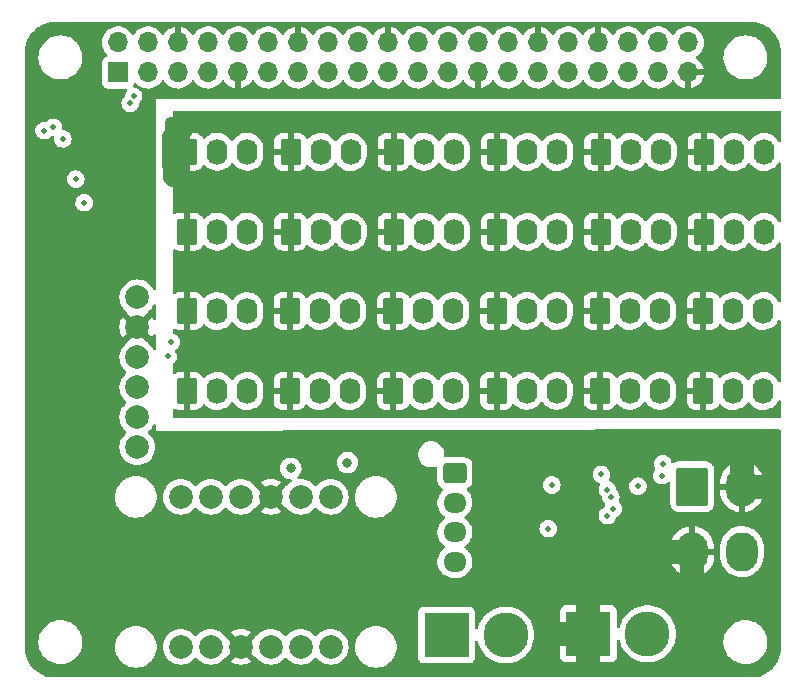
<source format=gbr>
%TF.GenerationSoftware,KiCad,Pcbnew,(6.0.1)*%
%TF.CreationDate,2022-03-24T21:22:16+00:00*%
%TF.ProjectId,isopod_distro,69736f70-6f64-45f6-9469-7374726f2e6b,rev?*%
%TF.SameCoordinates,Original*%
%TF.FileFunction,Copper,L2,Inr*%
%TF.FilePolarity,Positive*%
%FSLAX46Y46*%
G04 Gerber Fmt 4.6, Leading zero omitted, Abs format (unit mm)*
G04 Created by KiCad (PCBNEW (6.0.1)) date 2022-03-24 21:22:16*
%MOMM*%
%LPD*%
G01*
G04 APERTURE LIST*
G04 Aperture macros list*
%AMRoundRect*
0 Rectangle with rounded corners*
0 $1 Rounding radius*
0 $2 $3 $4 $5 $6 $7 $8 $9 X,Y pos of 4 corners*
0 Add a 4 corners polygon primitive as box body*
4,1,4,$2,$3,$4,$5,$6,$7,$8,$9,$2,$3,0*
0 Add four circle primitives for the rounded corners*
1,1,$1+$1,$2,$3*
1,1,$1+$1,$4,$5*
1,1,$1+$1,$6,$7*
1,1,$1+$1,$8,$9*
0 Add four rect primitives between the rounded corners*
20,1,$1+$1,$2,$3,$4,$5,0*
20,1,$1+$1,$4,$5,$6,$7,0*
20,1,$1+$1,$6,$7,$8,$9,0*
20,1,$1+$1,$8,$9,$2,$3,0*%
G04 Aperture macros list end*
%TA.AperFunction,ComponentPad*%
%ADD10RoundRect,0.250001X-1.099999X-1.399999X1.099999X-1.399999X1.099999X1.399999X-1.099999X1.399999X0*%
%TD*%
%TA.AperFunction,ComponentPad*%
%ADD11O,2.700000X3.300000*%
%TD*%
%TA.AperFunction,ComponentPad*%
%ADD12RoundRect,0.250000X-0.620000X-0.845000X0.620000X-0.845000X0.620000X0.845000X-0.620000X0.845000X0*%
%TD*%
%TA.AperFunction,ComponentPad*%
%ADD13O,1.740000X2.190000*%
%TD*%
%TA.AperFunction,ComponentPad*%
%ADD14R,1.700000X1.700000*%
%TD*%
%TA.AperFunction,ComponentPad*%
%ADD15O,1.700000X1.700000*%
%TD*%
%TA.AperFunction,ComponentPad*%
%ADD16R,3.800000X3.800000*%
%TD*%
%TA.AperFunction,ComponentPad*%
%ADD17C,3.800000*%
%TD*%
%TA.AperFunction,ComponentPad*%
%ADD18C,2.000000*%
%TD*%
%TA.AperFunction,ComponentPad*%
%ADD19RoundRect,0.250000X-0.725000X0.600000X-0.725000X-0.600000X0.725000X-0.600000X0.725000X0.600000X0*%
%TD*%
%TA.AperFunction,ComponentPad*%
%ADD20O,1.950000X1.700000*%
%TD*%
%TA.AperFunction,ViaPad*%
%ADD21C,1.000000*%
%TD*%
%TA.AperFunction,ViaPad*%
%ADD22C,0.460000*%
%TD*%
%TA.AperFunction,ViaPad*%
%ADD23C,0.800000*%
%TD*%
%TA.AperFunction,Conductor*%
%ADD24C,2.000000*%
%TD*%
%TA.AperFunction,Conductor*%
%ADD25C,1.000000*%
%TD*%
G04 APERTURE END LIST*
D10*
%TO.N,Net-(J1-Pad2)*%
%TO.C,J8*%
X207000000Y-139850000D03*
D11*
%TO.N,GND*%
X211200000Y-139850000D03*
X207000000Y-145350000D03*
%TO.N,+5V*%
X211200000Y-145350000D03*
%TD*%
D12*
%TO.N,/LED_GND*%
%TO.C,J23*%
X164230000Y-131750000D03*
D13*
%TO.N,Net-(J18-Pad2)*%
X166770000Y-131750000D03*
%TO.N,+5V*%
X169310000Y-131750000D03*
%TD*%
D12*
%TO.N,/LED_GND*%
%TO.C,J15*%
X207980000Y-118270000D03*
D13*
%TO.N,Net-(J15-Pad2)*%
X210520000Y-118270000D03*
%TO.N,+5V*%
X213060000Y-118270000D03*
%TD*%
D14*
%TO.N,+3V3*%
%TO.C,J30*%
X158375000Y-104775000D03*
D15*
%TO.N,+5V*%
X158375000Y-102235000D03*
%TO.N,/I2C_SDA*%
X160915000Y-104775000D03*
%TO.N,+5V*%
X160915000Y-102235000D03*
%TO.N,/I2C_SCL*%
X163455000Y-104775000D03*
%TO.N,GND*%
X163455000Y-102235000D03*
%TO.N,unconnected-(J30-Pad7)*%
X165995000Y-104775000D03*
%TO.N,/GPS_RXD*%
X165995000Y-102235000D03*
%TO.N,GND*%
X168535000Y-104775000D03*
%TO.N,/GPS_TXD*%
X168535000Y-102235000D03*
%TO.N,unconnected-(J30-Pad11)*%
X171075000Y-104775000D03*
%TO.N,unconnected-(J30-Pad12)*%
X171075000Y-102235000D03*
%TO.N,unconnected-(J30-Pad13)*%
X173615000Y-104775000D03*
%TO.N,GND*%
X173615000Y-102235000D03*
%TO.N,unconnected-(J30-Pad15)*%
X176155000Y-104775000D03*
%TO.N,unconnected-(J30-Pad16)*%
X176155000Y-102235000D03*
%TO.N,+3V3*%
X178695000Y-104775000D03*
%TO.N,unconnected-(J30-Pad18)*%
X178695000Y-102235000D03*
%TO.N,unconnected-(J30-Pad19)*%
X181235000Y-104775000D03*
%TO.N,GND*%
X181235000Y-102235000D03*
%TO.N,unconnected-(J30-Pad21)*%
X183775000Y-104775000D03*
%TO.N,unconnected-(J30-Pad22)*%
X183775000Y-102235000D03*
%TO.N,unconnected-(J30-Pad23)*%
X186315000Y-104775000D03*
%TO.N,unconnected-(J30-Pad24)*%
X186315000Y-102235000D03*
%TO.N,GND*%
X188855000Y-104775000D03*
%TO.N,unconnected-(J30-Pad26)*%
X188855000Y-102235000D03*
%TO.N,unconnected-(J30-Pad27)*%
X191395000Y-104775000D03*
%TO.N,unconnected-(J30-Pad28)*%
X191395000Y-102235000D03*
%TO.N,/LED_PWR_EN*%
X193935000Y-104775000D03*
%TO.N,GND*%
X193935000Y-102235000D03*
%TO.N,unconnected-(J30-Pad31)*%
X196475000Y-104775000D03*
%TO.N,/LED_DATA_LV_1*%
X196475000Y-102235000D03*
%TO.N,/LED_DATA_LV_2*%
X199015000Y-104775000D03*
%TO.N,GND*%
X199015000Y-102235000D03*
%TO.N,unconnected-(J30-Pad35)*%
X201555000Y-104775000D03*
%TO.N,unconnected-(J30-Pad36)*%
X201555000Y-102235000D03*
%TO.N,unconnected-(J30-Pad37)*%
X204095000Y-104775000D03*
%TO.N,unconnected-(J30-Pad38)*%
X204095000Y-102235000D03*
%TO.N,GND*%
X206635000Y-104775000D03*
%TO.N,unconnected-(J30-Pad40)*%
X206635000Y-102235000D03*
%TD*%
D12*
%TO.N,/LED_GND*%
%TO.C,J11*%
X172980000Y-118250000D03*
D13*
%TO.N,Net-(J11-Pad2)*%
X175520000Y-118250000D03*
%TO.N,+5V*%
X178060000Y-118250000D03*
%TD*%
D16*
%TO.N,Net-(C6-Pad2)*%
%TO.C,J16*%
X186200000Y-152400000D03*
D17*
%TO.N,Net-(J1-Pad2)*%
X191200000Y-152400000D03*
%TD*%
D12*
%TO.N,/LED_GND*%
%TO.C,J14*%
X199230000Y-118250000D03*
D13*
%TO.N,Net-(J14-Pad2)*%
X201770000Y-118250000D03*
%TO.N,+5V*%
X204310000Y-118250000D03*
%TD*%
D12*
%TO.N,/LED_GND*%
%TO.C,J13*%
X190480000Y-118270000D03*
D13*
%TO.N,Net-(J13-Pad2)*%
X193020000Y-118270000D03*
%TO.N,+5V*%
X195560000Y-118270000D03*
%TD*%
D16*
%TO.N,GND*%
%TO.C,J1*%
X198200000Y-152300000D03*
D17*
%TO.N,Net-(J1-Pad2)*%
X203200000Y-152300000D03*
%TD*%
D12*
%TO.N,/LED_GND*%
%TO.C,J19*%
X181670000Y-124960000D03*
D13*
%TO.N,Net-(J19-Pad2)*%
X184210000Y-124960000D03*
%TO.N,+5V*%
X186750000Y-124960000D03*
%TD*%
D12*
%TO.N,/LED_GND*%
%TO.C,J2*%
X164230000Y-111480000D03*
D13*
%TO.N,/LED_DATA_1*%
X166770000Y-111480000D03*
%TO.N,+5V*%
X169310000Y-111480000D03*
%TD*%
D12*
%TO.N,/LED_GND*%
%TO.C,J25*%
X181670000Y-131750000D03*
D13*
%TO.N,Net-(J20-Pad2)*%
X184210000Y-131750000D03*
%TO.N,+5V*%
X186750000Y-131750000D03*
%TD*%
D18*
%TO.N,unconnected-(U2-Pad1)*%
%TO.C,U2*%
X160000000Y-136500000D03*
%TO.N,unconnected-(U2-Pad2)*%
X160000000Y-133960000D03*
%TO.N,/GPS_TXD*%
X160000000Y-131420000D03*
%TO.N,/GPS_RXD*%
X160000000Y-128880000D03*
%TO.N,GND*%
X160000000Y-126340000D03*
%TO.N,+3V3*%
X160000000Y-123800000D03*
%TD*%
%TO.N,+3V3*%
%TO.C,U3*%
X176390000Y-140700000D03*
%TO.N,unconnected-(U3-Pad2)*%
X173850000Y-140700000D03*
%TO.N,GND*%
X171310000Y-140700000D03*
%TO.N,/I2C_SCL*%
X168770000Y-140700000D03*
%TO.N,/I2C_SDA*%
X166230000Y-140700000D03*
%TO.N,unconnected-(U3-Pad6)*%
X163690000Y-140700000D03*
%TO.N,unconnected-(U3-Pad7)*%
X176390000Y-153400000D03*
%TO.N,unconnected-(U3-Pad8)*%
X173850000Y-153400000D03*
%TO.N,unconnected-(U3-Pad9)*%
X171310000Y-153400000D03*
%TO.N,GND*%
X168770000Y-153400000D03*
%TO.N,unconnected-(U3-Pad11)*%
X166230000Y-153400000D03*
%TO.N,unconnected-(U3-Pad12)*%
X163690000Y-153400000D03*
%TD*%
D12*
%TO.N,/LED_GND*%
%TO.C,J4*%
X181730000Y-111480000D03*
D13*
%TO.N,Net-(J11-Pad2)*%
X184270000Y-111480000D03*
%TO.N,+5V*%
X186810000Y-111480000D03*
%TD*%
D19*
%TO.N,unconnected-(J29-Pad1)*%
%TO.C,J29*%
X186900000Y-138700000D03*
D20*
%TO.N,Net-(J29-Pad2)*%
X186900000Y-141200000D03*
%TO.N,Net-(J29-Pad3)*%
X186900000Y-143700000D03*
%TO.N,unconnected-(J29-Pad4)*%
X186900000Y-146200000D03*
%TD*%
D12*
%TO.N,/LED_GND*%
%TO.C,J17*%
X164230000Y-124980000D03*
D13*
%TO.N,Net-(J17-Pad2)*%
X166770000Y-124980000D03*
%TO.N,+5V*%
X169310000Y-124980000D03*
%TD*%
D12*
%TO.N,/LED_GND*%
%TO.C,J27*%
X199170000Y-131730000D03*
D13*
%TO.N,Net-(J22-Pad2)*%
X201710000Y-131730000D03*
%TO.N,+5V*%
X204250000Y-131730000D03*
%TD*%
D12*
%TO.N,/LED_GND*%
%TO.C,J6*%
X199230000Y-111480000D03*
D13*
%TO.N,Net-(J13-Pad2)*%
X201770000Y-111480000D03*
%TO.N,+5V*%
X204310000Y-111480000D03*
%TD*%
D12*
%TO.N,/LED_GND*%
%TO.C,J20*%
X190420000Y-124960000D03*
D13*
%TO.N,Net-(J20-Pad2)*%
X192960000Y-124960000D03*
%TO.N,+5V*%
X195500000Y-124960000D03*
%TD*%
D12*
%TO.N,/LED_GND*%
%TO.C,J12*%
X181730000Y-118250000D03*
D13*
%TO.N,Net-(J12-Pad2)*%
X184270000Y-118250000D03*
%TO.N,+5V*%
X186810000Y-118250000D03*
%TD*%
D12*
%TO.N,/LED_GND*%
%TO.C,J5*%
X190480000Y-111500000D03*
D13*
%TO.N,Net-(J12-Pad2)*%
X193020000Y-111500000D03*
%TO.N,+5V*%
X195560000Y-111500000D03*
%TD*%
D12*
%TO.N,/LED_GND*%
%TO.C,J10*%
X164230000Y-118250000D03*
D13*
%TO.N,Net-(J10-Pad2)*%
X166770000Y-118250000D03*
%TO.N,+5V*%
X169310000Y-118250000D03*
%TD*%
D12*
%TO.N,/LED_GND*%
%TO.C,J18*%
X172920000Y-124960000D03*
D13*
%TO.N,Net-(J18-Pad2)*%
X175460000Y-124960000D03*
%TO.N,+5V*%
X178000000Y-124960000D03*
%TD*%
D12*
%TO.N,/LED_GND*%
%TO.C,J3*%
X172980000Y-111500000D03*
D13*
%TO.N,Net-(J10-Pad2)*%
X175520000Y-111500000D03*
%TO.N,+5V*%
X178060000Y-111500000D03*
%TD*%
D12*
%TO.N,/LED_GND*%
%TO.C,J21*%
X199170000Y-124960000D03*
D13*
%TO.N,Net-(J21-Pad2)*%
X201710000Y-124960000D03*
%TO.N,+5V*%
X204250000Y-124960000D03*
%TD*%
D12*
%TO.N,/LED_GND*%
%TO.C,J22*%
X207920000Y-124960000D03*
D13*
%TO.N,Net-(J22-Pad2)*%
X210460000Y-124960000D03*
%TO.N,+5V*%
X213000000Y-124960000D03*
%TD*%
D12*
%TO.N,/LED_GND*%
%TO.C,J24*%
X172920000Y-131750000D03*
D13*
%TO.N,Net-(J19-Pad2)*%
X175460000Y-131750000D03*
%TO.N,+5V*%
X178000000Y-131750000D03*
%TD*%
D12*
%TO.N,/LED_GND*%
%TO.C,J7*%
X207980000Y-111500000D03*
D13*
%TO.N,Net-(J14-Pad2)*%
X210520000Y-111500000D03*
%TO.N,+5V*%
X213060000Y-111500000D03*
%TD*%
D12*
%TO.N,/LED_GND*%
%TO.C,J26*%
X190420000Y-131730000D03*
D13*
%TO.N,Net-(J21-Pad2)*%
X192960000Y-131730000D03*
%TO.N,+5V*%
X195500000Y-131730000D03*
%TD*%
D12*
%TO.N,/LED_GND*%
%TO.C,J28*%
X207920000Y-131750000D03*
D13*
%TO.N,unconnected-(J28-Pad2)*%
X210460000Y-131750000D03*
%TO.N,+5V*%
X213000000Y-131750000D03*
%TD*%
D21*
%TO.N,GND*%
X201000000Y-146100000D03*
X158700000Y-117700000D03*
D22*
X199500000Y-137400000D03*
D21*
X159800000Y-118700000D03*
X158700000Y-116600000D03*
X159800000Y-116600000D03*
X197455000Y-143155000D03*
X200000000Y-145100000D03*
X200000000Y-146100000D03*
X158700000Y-118700000D03*
D22*
X158900000Y-121500000D03*
D21*
X202300000Y-144600000D03*
D22*
X203900000Y-140900000D03*
D21*
X159800000Y-117700000D03*
D22*
X200500000Y-135200000D03*
D21*
X202300000Y-145600000D03*
X201000000Y-145100000D03*
D22*
%TO.N,Net-(C6-Pad2)*%
X194800000Y-143400000D03*
X195100000Y-139700000D03*
D21*
%TO.N,/LED_GND*%
X164230000Y-113980000D03*
X162980000Y-113980000D03*
X165600000Y-109000000D03*
X162700000Y-112800000D03*
X162600000Y-111400000D03*
X165500000Y-114000000D03*
X162570000Y-110170000D03*
X162880000Y-109020000D03*
X164230000Y-109020000D03*
D22*
%TO.N,/LED_DATA_1*%
X154800000Y-113800000D03*
%TO.N,+5V*%
X152100000Y-109700000D03*
%TO.N,+3V3*%
X153700000Y-110400000D03*
%TO.N,/GPS_RXD*%
X162900000Y-127600000D03*
%TO.N,/GPS_TXD*%
X162610000Y-128810000D03*
%TO.N,/LED_PWR_EN*%
X155500000Y-115800000D03*
%TO.N,/LED_DATA_LV_1*%
X159400000Y-107400000D03*
%TO.N,/LED_DATA_LV_2*%
X159700000Y-106800000D03*
%TO.N,/LED_DATA_2*%
X152900000Y-109400000D03*
D23*
%TO.N,Net-(R7-Pad1)*%
X177800000Y-137800000D03*
D22*
X199800000Y-140100000D03*
D23*
%TO.N,Net-(R8-Pad2)*%
X173000000Y-138300000D03*
D22*
X200100000Y-140700000D03*
%TO.N,Net-(R13-Pad1)*%
X199300000Y-138800000D03*
X204400000Y-138900000D03*
%TO.N,Net-(R13-Pad2)*%
X204500000Y-137900000D03*
X199800000Y-142300000D03*
%TO.N,Net-(R14-Pad2)*%
X202400000Y-139800000D03*
X200300000Y-141700000D03*
%TD*%
D24*
%TO.N,GND*%
X211200000Y-139850000D02*
X213250000Y-139850000D01*
X198200000Y-152300000D02*
X198200000Y-154900000D01*
X194900000Y-152300000D02*
X194800000Y-152400000D01*
X213250000Y-139850000D02*
X213300000Y-139900000D01*
X207000000Y-145350000D02*
X204250000Y-145350000D01*
X198200000Y-152300000D02*
X194900000Y-152300000D01*
X211200000Y-139850000D02*
X211200000Y-136600000D01*
X207000000Y-148200000D02*
X206800000Y-148400000D01*
X204250000Y-145350000D02*
X204200000Y-145300000D01*
X198200000Y-148400000D02*
X198100000Y-148300000D01*
X207000000Y-145350000D02*
X207000000Y-148200000D01*
X198200000Y-152300000D02*
X198200000Y-148400000D01*
D25*
%TO.N,/LED_GND*%
X164150000Y-111400000D02*
X164230000Y-111480000D01*
X162600000Y-111400000D02*
X164150000Y-111400000D01*
X164230000Y-109770000D02*
X162600000Y-111400000D01*
X162880000Y-109020000D02*
X162880000Y-109860000D01*
X162980000Y-113980000D02*
X164230000Y-113980000D01*
X162700000Y-113700000D02*
X162980000Y-113980000D01*
X162570000Y-111370000D02*
X162600000Y-111400000D01*
X163500000Y-112400000D02*
X163500000Y-113400000D01*
X162600000Y-111400000D02*
X162600000Y-112700000D01*
X162600000Y-111500000D02*
X163500000Y-112400000D01*
X162880000Y-109020000D02*
X164230000Y-109020000D01*
X162600000Y-111400000D02*
X162600000Y-111500000D01*
X164230000Y-109020000D02*
X164230000Y-109770000D01*
X162570000Y-110170000D02*
X162570000Y-111370000D01*
X162700000Y-112800000D02*
X162700000Y-113700000D01*
X162600000Y-112700000D02*
X162700000Y-112800000D01*
X162880000Y-109860000D02*
X162570000Y-110170000D01*
%TD*%
%TA.AperFunction,Conductor*%
%TO.N,/LED_GND*%
G36*
X214434121Y-108020002D02*
G01*
X214480614Y-108073658D01*
X214492000Y-108126000D01*
X214492000Y-110520849D01*
X214471998Y-110588970D01*
X214418342Y-110635463D01*
X214348068Y-110645567D01*
X214283488Y-110616073D01*
X214261480Y-110591216D01*
X214195835Y-110493710D01*
X214138202Y-110408104D01*
X213976724Y-110238832D01*
X213789035Y-110099187D01*
X213784284Y-110096771D01*
X213784280Y-110096769D01*
X213585256Y-109995580D01*
X213585255Y-109995580D01*
X213580500Y-109993162D01*
X213357083Y-109923790D01*
X213351796Y-109923089D01*
X213351795Y-109923089D01*
X213130455Y-109893752D01*
X213130451Y-109893752D01*
X213125171Y-109893052D01*
X213119842Y-109893252D01*
X213119840Y-109893252D01*
X213008283Y-109897440D01*
X212891396Y-109901828D01*
X212807411Y-109919450D01*
X212667668Y-109948771D01*
X212667665Y-109948772D01*
X212662441Y-109949868D01*
X212444854Y-110035797D01*
X212440290Y-110038566D01*
X212440291Y-110038566D01*
X212249417Y-110154391D01*
X212249414Y-110154393D01*
X212244856Y-110157159D01*
X212068166Y-110310483D01*
X211919835Y-110491386D01*
X211917199Y-110496016D01*
X211917196Y-110496021D01*
X211898699Y-110528516D01*
X211847616Y-110577822D01*
X211777985Y-110591683D01*
X211711915Y-110565699D01*
X211684677Y-110536550D01*
X211601182Y-110412531D01*
X211598202Y-110408104D01*
X211436724Y-110238832D01*
X211249035Y-110099187D01*
X211244284Y-110096771D01*
X211244280Y-110096769D01*
X211045256Y-109995580D01*
X211045255Y-109995580D01*
X211040500Y-109993162D01*
X210817083Y-109923790D01*
X210811796Y-109923089D01*
X210811795Y-109923089D01*
X210590455Y-109893752D01*
X210590451Y-109893752D01*
X210585171Y-109893052D01*
X210579842Y-109893252D01*
X210579840Y-109893252D01*
X210468283Y-109897440D01*
X210351396Y-109901828D01*
X210267411Y-109919450D01*
X210127668Y-109948771D01*
X210127665Y-109948772D01*
X210122441Y-109949868D01*
X209904854Y-110035797D01*
X209900290Y-110038566D01*
X209900291Y-110038566D01*
X209709417Y-110154391D01*
X209709414Y-110154393D01*
X209704856Y-110157159D01*
X209528166Y-110310483D01*
X209524778Y-110314615D01*
X209497239Y-110348201D01*
X209438579Y-110388196D01*
X209367609Y-110390127D01*
X209306861Y-110353383D01*
X209291780Y-110330843D01*
X209291094Y-110331268D01*
X209201937Y-110187193D01*
X209192901Y-110175792D01*
X209078171Y-110061261D01*
X209066760Y-110052249D01*
X208928757Y-109967184D01*
X208915576Y-109961037D01*
X208761290Y-109909862D01*
X208747914Y-109906995D01*
X208653562Y-109897328D01*
X208647145Y-109897000D01*
X208252115Y-109897000D01*
X208236876Y-109901475D01*
X208235671Y-109902865D01*
X208234000Y-109910548D01*
X208234000Y-113084884D01*
X208238475Y-113100123D01*
X208239865Y-113101328D01*
X208247548Y-113102999D01*
X208647095Y-113102999D01*
X208653614Y-113102662D01*
X208749206Y-113092743D01*
X208762600Y-113089851D01*
X208916784Y-113038412D01*
X208929962Y-113032239D01*
X209067807Y-112946937D01*
X209079208Y-112937901D01*
X209193739Y-112823171D01*
X209202751Y-112811760D01*
X209291658Y-112667525D01*
X209293755Y-112668817D01*
X209332956Y-112624308D01*
X209401236Y-112604856D01*
X209469193Y-112625407D01*
X209491386Y-112643878D01*
X209603276Y-112761168D01*
X209790965Y-112900813D01*
X209795716Y-112903229D01*
X209795720Y-112903231D01*
X209994744Y-113004420D01*
X209999500Y-113006838D01*
X210222917Y-113076210D01*
X210228204Y-113076911D01*
X210228205Y-113076911D01*
X210449545Y-113106248D01*
X210449549Y-113106248D01*
X210454829Y-113106948D01*
X210460158Y-113106748D01*
X210460160Y-113106748D01*
X210571717Y-113102560D01*
X210688604Y-113098172D01*
X210782969Y-113078372D01*
X210912332Y-113051229D01*
X210912335Y-113051228D01*
X210917559Y-113050132D01*
X211135146Y-112964203D01*
X211244860Y-112897627D01*
X211330583Y-112845609D01*
X211330586Y-112845607D01*
X211335144Y-112842841D01*
X211511834Y-112689517D01*
X211660165Y-112508614D01*
X211662801Y-112503984D01*
X211662804Y-112503979D01*
X211681301Y-112471484D01*
X211732384Y-112422178D01*
X211802015Y-112408317D01*
X211868085Y-112434301D01*
X211895323Y-112463450D01*
X211909144Y-112483979D01*
X211981798Y-112591896D01*
X211985477Y-112595753D01*
X211985479Y-112595755D01*
X212013766Y-112625407D01*
X212143276Y-112761168D01*
X212330965Y-112900813D01*
X212335716Y-112903229D01*
X212335720Y-112903231D01*
X212534744Y-113004420D01*
X212539500Y-113006838D01*
X212762917Y-113076210D01*
X212768204Y-113076911D01*
X212768205Y-113076911D01*
X212989545Y-113106248D01*
X212989549Y-113106248D01*
X212994829Y-113106948D01*
X213000158Y-113106748D01*
X213000160Y-113106748D01*
X213111717Y-113102560D01*
X213228604Y-113098172D01*
X213322969Y-113078372D01*
X213452332Y-113051229D01*
X213452335Y-113051228D01*
X213457559Y-113050132D01*
X213675146Y-112964203D01*
X213784860Y-112897627D01*
X213870583Y-112845609D01*
X213870586Y-112845607D01*
X213875144Y-112842841D01*
X214051834Y-112689517D01*
X214200165Y-112508614D01*
X214249368Y-112422178D01*
X214256498Y-112409652D01*
X214307581Y-112360346D01*
X214377211Y-112346485D01*
X214443282Y-112372469D01*
X214484816Y-112430048D01*
X214492000Y-112471985D01*
X214492000Y-117290849D01*
X214471998Y-117358970D01*
X214418342Y-117405463D01*
X214348068Y-117415567D01*
X214283488Y-117386073D01*
X214261480Y-117361216D01*
X214195835Y-117263710D01*
X214138202Y-117178104D01*
X213976724Y-117008832D01*
X213789035Y-116869187D01*
X213784284Y-116866771D01*
X213784280Y-116866769D01*
X213585256Y-116765580D01*
X213585255Y-116765580D01*
X213580500Y-116763162D01*
X213357083Y-116693790D01*
X213351796Y-116693089D01*
X213351795Y-116693089D01*
X213130455Y-116663752D01*
X213130451Y-116663752D01*
X213125171Y-116663052D01*
X213119842Y-116663252D01*
X213119840Y-116663252D01*
X213008284Y-116667440D01*
X212891396Y-116671828D01*
X212807411Y-116689450D01*
X212667668Y-116718771D01*
X212667665Y-116718772D01*
X212662441Y-116719868D01*
X212444854Y-116805797D01*
X212440290Y-116808566D01*
X212440291Y-116808566D01*
X212249417Y-116924391D01*
X212249414Y-116924393D01*
X212244856Y-116927159D01*
X212068166Y-117080483D01*
X211919835Y-117261386D01*
X211917199Y-117266016D01*
X211917196Y-117266021D01*
X211898699Y-117298516D01*
X211847616Y-117347822D01*
X211777985Y-117361683D01*
X211711915Y-117335699D01*
X211684677Y-117306550D01*
X211601182Y-117182531D01*
X211598202Y-117178104D01*
X211436724Y-117008832D01*
X211249035Y-116869187D01*
X211244284Y-116866771D01*
X211244280Y-116866769D01*
X211045256Y-116765580D01*
X211045255Y-116765580D01*
X211040500Y-116763162D01*
X210817083Y-116693790D01*
X210811796Y-116693089D01*
X210811795Y-116693089D01*
X210590455Y-116663752D01*
X210590451Y-116663752D01*
X210585171Y-116663052D01*
X210579842Y-116663252D01*
X210579840Y-116663252D01*
X210468284Y-116667440D01*
X210351396Y-116671828D01*
X210267411Y-116689450D01*
X210127668Y-116718771D01*
X210127665Y-116718772D01*
X210122441Y-116719868D01*
X209904854Y-116805797D01*
X209900290Y-116808566D01*
X209900291Y-116808566D01*
X209709417Y-116924391D01*
X209709414Y-116924393D01*
X209704856Y-116927159D01*
X209528166Y-117080483D01*
X209524778Y-117084615D01*
X209497239Y-117118201D01*
X209438579Y-117158196D01*
X209367609Y-117160127D01*
X209306861Y-117123383D01*
X209291780Y-117100843D01*
X209291094Y-117101268D01*
X209201937Y-116957193D01*
X209192901Y-116945792D01*
X209078171Y-116831261D01*
X209066760Y-116822249D01*
X208928757Y-116737184D01*
X208915576Y-116731037D01*
X208761290Y-116679862D01*
X208747914Y-116676995D01*
X208653562Y-116667328D01*
X208647145Y-116667000D01*
X208252115Y-116667000D01*
X208236876Y-116671475D01*
X208235671Y-116672865D01*
X208234000Y-116680548D01*
X208234000Y-119854884D01*
X208238475Y-119870123D01*
X208239865Y-119871328D01*
X208247548Y-119872999D01*
X208647095Y-119872999D01*
X208653614Y-119872662D01*
X208749206Y-119862743D01*
X208762600Y-119859851D01*
X208916784Y-119808412D01*
X208929962Y-119802239D01*
X209067807Y-119716937D01*
X209079208Y-119707901D01*
X209193739Y-119593171D01*
X209202751Y-119581760D01*
X209291658Y-119437525D01*
X209293755Y-119438817D01*
X209332956Y-119394308D01*
X209401236Y-119374856D01*
X209469193Y-119395407D01*
X209491386Y-119413878D01*
X209603276Y-119531168D01*
X209790965Y-119670813D01*
X209795716Y-119673229D01*
X209795720Y-119673231D01*
X209994744Y-119774420D01*
X209999500Y-119776838D01*
X210222917Y-119846210D01*
X210228204Y-119846911D01*
X210228205Y-119846911D01*
X210449545Y-119876248D01*
X210449549Y-119876248D01*
X210454829Y-119876948D01*
X210460158Y-119876748D01*
X210460160Y-119876748D01*
X210571716Y-119872560D01*
X210688604Y-119868172D01*
X210782969Y-119848372D01*
X210912332Y-119821229D01*
X210912335Y-119821228D01*
X210917559Y-119820132D01*
X211135146Y-119734203D01*
X211244860Y-119667627D01*
X211330583Y-119615609D01*
X211330586Y-119615607D01*
X211335144Y-119612841D01*
X211511834Y-119459517D01*
X211660165Y-119278614D01*
X211662801Y-119273984D01*
X211662804Y-119273979D01*
X211681301Y-119241484D01*
X211732384Y-119192178D01*
X211802015Y-119178317D01*
X211868085Y-119204301D01*
X211895323Y-119233450D01*
X211909144Y-119253979D01*
X211981798Y-119361896D01*
X211985477Y-119365753D01*
X211985479Y-119365755D01*
X212013766Y-119395407D01*
X212143276Y-119531168D01*
X212330965Y-119670813D01*
X212335716Y-119673229D01*
X212335720Y-119673231D01*
X212534744Y-119774420D01*
X212539500Y-119776838D01*
X212762917Y-119846210D01*
X212768204Y-119846911D01*
X212768205Y-119846911D01*
X212989545Y-119876248D01*
X212989549Y-119876248D01*
X212994829Y-119876948D01*
X213000158Y-119876748D01*
X213000160Y-119876748D01*
X213111716Y-119872560D01*
X213228604Y-119868172D01*
X213322969Y-119848372D01*
X213452332Y-119821229D01*
X213452335Y-119821228D01*
X213457559Y-119820132D01*
X213675146Y-119734203D01*
X213784860Y-119667627D01*
X213870583Y-119615609D01*
X213870586Y-119615607D01*
X213875144Y-119612841D01*
X214051834Y-119459517D01*
X214200165Y-119278614D01*
X214249368Y-119192178D01*
X214256498Y-119179652D01*
X214307581Y-119130346D01*
X214377211Y-119116485D01*
X214443282Y-119142469D01*
X214484816Y-119200048D01*
X214492000Y-119241985D01*
X214492000Y-124104245D01*
X214471998Y-124172366D01*
X214418342Y-124218859D01*
X214348068Y-124228963D01*
X214283488Y-124199469D01*
X214251118Y-124155995D01*
X214250532Y-124154695D01*
X214208850Y-124062163D01*
X214201795Y-124051683D01*
X214135835Y-123953710D01*
X214078202Y-123868104D01*
X213916724Y-123698832D01*
X213729035Y-123559187D01*
X213724284Y-123556771D01*
X213724280Y-123556769D01*
X213525256Y-123455580D01*
X213525255Y-123455580D01*
X213520500Y-123453162D01*
X213297083Y-123383790D01*
X213291796Y-123383089D01*
X213291795Y-123383089D01*
X213070455Y-123353752D01*
X213070451Y-123353752D01*
X213065171Y-123353052D01*
X213059842Y-123353252D01*
X213059840Y-123353252D01*
X212948284Y-123357440D01*
X212831396Y-123361828D01*
X212759087Y-123377000D01*
X212607668Y-123408771D01*
X212607665Y-123408772D01*
X212602441Y-123409868D01*
X212384854Y-123495797D01*
X212380290Y-123498566D01*
X212380291Y-123498566D01*
X212189417Y-123614391D01*
X212189414Y-123614393D01*
X212184856Y-123617159D01*
X212008166Y-123770483D01*
X211859835Y-123951386D01*
X211857199Y-123956016D01*
X211857196Y-123956021D01*
X211838699Y-123988516D01*
X211787616Y-124037822D01*
X211717985Y-124051683D01*
X211651915Y-124025699D01*
X211624677Y-123996550D01*
X211554647Y-123892531D01*
X211538202Y-123868104D01*
X211376724Y-123698832D01*
X211189035Y-123559187D01*
X211184284Y-123556771D01*
X211184280Y-123556769D01*
X210985256Y-123455580D01*
X210985255Y-123455580D01*
X210980500Y-123453162D01*
X210757083Y-123383790D01*
X210751796Y-123383089D01*
X210751795Y-123383089D01*
X210530455Y-123353752D01*
X210530451Y-123353752D01*
X210525171Y-123353052D01*
X210519842Y-123353252D01*
X210519840Y-123353252D01*
X210408284Y-123357440D01*
X210291396Y-123361828D01*
X210219087Y-123377000D01*
X210067668Y-123408771D01*
X210067665Y-123408772D01*
X210062441Y-123409868D01*
X209844854Y-123495797D01*
X209840290Y-123498566D01*
X209840291Y-123498566D01*
X209649417Y-123614391D01*
X209649414Y-123614393D01*
X209644856Y-123617159D01*
X209468166Y-123770483D01*
X209464778Y-123774615D01*
X209437239Y-123808201D01*
X209378579Y-123848196D01*
X209307609Y-123850127D01*
X209246861Y-123813383D01*
X209231780Y-123790843D01*
X209231094Y-123791268D01*
X209141937Y-123647193D01*
X209132901Y-123635792D01*
X209018171Y-123521261D01*
X209006760Y-123512249D01*
X208868757Y-123427184D01*
X208855576Y-123421037D01*
X208701290Y-123369862D01*
X208687914Y-123366995D01*
X208593562Y-123357328D01*
X208587145Y-123357000D01*
X208192115Y-123357000D01*
X208176876Y-123361475D01*
X208175671Y-123362865D01*
X208174000Y-123370548D01*
X208174000Y-126544884D01*
X208178475Y-126560123D01*
X208179865Y-126561328D01*
X208187548Y-126562999D01*
X208587095Y-126562999D01*
X208593614Y-126562662D01*
X208689206Y-126552743D01*
X208702600Y-126549851D01*
X208856784Y-126498412D01*
X208869962Y-126492239D01*
X209007807Y-126406937D01*
X209019208Y-126397901D01*
X209133739Y-126283171D01*
X209142751Y-126271760D01*
X209231658Y-126127525D01*
X209233755Y-126128817D01*
X209272956Y-126084308D01*
X209341236Y-126064856D01*
X209409193Y-126085407D01*
X209431386Y-126103878D01*
X209543276Y-126221168D01*
X209730965Y-126360813D01*
X209735716Y-126363229D01*
X209735720Y-126363231D01*
X209887540Y-126440420D01*
X209939500Y-126466838D01*
X210162917Y-126536210D01*
X210168204Y-126536911D01*
X210168205Y-126536911D01*
X210389545Y-126566248D01*
X210389549Y-126566248D01*
X210394829Y-126566948D01*
X210400158Y-126566748D01*
X210400160Y-126566748D01*
X210511716Y-126562560D01*
X210628604Y-126558172D01*
X210740813Y-126534628D01*
X210852332Y-126511229D01*
X210852335Y-126511228D01*
X210857559Y-126510132D01*
X211075146Y-126424203D01*
X211247955Y-126319340D01*
X211270583Y-126305609D01*
X211270586Y-126305607D01*
X211275144Y-126302841D01*
X211451834Y-126149517D01*
X211600165Y-125968614D01*
X211602801Y-125963984D01*
X211602804Y-125963979D01*
X211621301Y-125931484D01*
X211672384Y-125882178D01*
X211742015Y-125868317D01*
X211808085Y-125894301D01*
X211835323Y-125923450D01*
X211921798Y-126051896D01*
X211925477Y-126055753D01*
X211925479Y-126055755D01*
X211953240Y-126084856D01*
X212083276Y-126221168D01*
X212270965Y-126360813D01*
X212275716Y-126363229D01*
X212275720Y-126363231D01*
X212427540Y-126440420D01*
X212479500Y-126466838D01*
X212702917Y-126536210D01*
X212708204Y-126536911D01*
X212708205Y-126536911D01*
X212929545Y-126566248D01*
X212929549Y-126566248D01*
X212934829Y-126566948D01*
X212940158Y-126566748D01*
X212940160Y-126566748D01*
X213051716Y-126562560D01*
X213168604Y-126558172D01*
X213280813Y-126534628D01*
X213392332Y-126511229D01*
X213392335Y-126511228D01*
X213397559Y-126510132D01*
X213615146Y-126424203D01*
X213787955Y-126319340D01*
X213810583Y-126305609D01*
X213810586Y-126305607D01*
X213815144Y-126302841D01*
X213991834Y-126149517D01*
X214140165Y-125968614D01*
X214255896Y-125765305D01*
X214257817Y-125766398D01*
X214298346Y-125720038D01*
X214366554Y-125700336D01*
X214434586Y-125720638D01*
X214480843Y-125774497D01*
X214492000Y-125826335D01*
X214492000Y-130894245D01*
X214471998Y-130962366D01*
X214418342Y-131008859D01*
X214348068Y-131018963D01*
X214283488Y-130989469D01*
X214251118Y-130945995D01*
X214241523Y-130924695D01*
X214208850Y-130852163D01*
X214201795Y-130841683D01*
X214135835Y-130743710D01*
X214078202Y-130658104D01*
X213916724Y-130488832D01*
X213729035Y-130349187D01*
X213724284Y-130346771D01*
X213724280Y-130346769D01*
X213525256Y-130245580D01*
X213525255Y-130245580D01*
X213520500Y-130243162D01*
X213297083Y-130173790D01*
X213291796Y-130173089D01*
X213291795Y-130173089D01*
X213070455Y-130143752D01*
X213070451Y-130143752D01*
X213065171Y-130143052D01*
X213059842Y-130143252D01*
X213059840Y-130143252D01*
X212948284Y-130147440D01*
X212831396Y-130151828D01*
X212747411Y-130169450D01*
X212607668Y-130198771D01*
X212607665Y-130198772D01*
X212602441Y-130199868D01*
X212384854Y-130285797D01*
X212380290Y-130288566D01*
X212380291Y-130288566D01*
X212189417Y-130404391D01*
X212189414Y-130404393D01*
X212184856Y-130407159D01*
X212008166Y-130560483D01*
X211859835Y-130741386D01*
X211857199Y-130746016D01*
X211857196Y-130746021D01*
X211838699Y-130778516D01*
X211787616Y-130827822D01*
X211717985Y-130841683D01*
X211651915Y-130815699D01*
X211624677Y-130786550D01*
X211541182Y-130662531D01*
X211538202Y-130658104D01*
X211376724Y-130488832D01*
X211189035Y-130349187D01*
X211184284Y-130346771D01*
X211184280Y-130346769D01*
X210985256Y-130245580D01*
X210985255Y-130245580D01*
X210980500Y-130243162D01*
X210757083Y-130173790D01*
X210751796Y-130173089D01*
X210751795Y-130173089D01*
X210530455Y-130143752D01*
X210530451Y-130143752D01*
X210525171Y-130143052D01*
X210519842Y-130143252D01*
X210519840Y-130143252D01*
X210408284Y-130147440D01*
X210291396Y-130151828D01*
X210207411Y-130169450D01*
X210067668Y-130198771D01*
X210067665Y-130198772D01*
X210062441Y-130199868D01*
X209844854Y-130285797D01*
X209840290Y-130288566D01*
X209840291Y-130288566D01*
X209649417Y-130404391D01*
X209649414Y-130404393D01*
X209644856Y-130407159D01*
X209468166Y-130560483D01*
X209464778Y-130564615D01*
X209437239Y-130598201D01*
X209378579Y-130638196D01*
X209307609Y-130640127D01*
X209246861Y-130603383D01*
X209231780Y-130580843D01*
X209231094Y-130581268D01*
X209141937Y-130437193D01*
X209132901Y-130425792D01*
X209018171Y-130311261D01*
X209006760Y-130302249D01*
X208868757Y-130217184D01*
X208855576Y-130211037D01*
X208701290Y-130159862D01*
X208687914Y-130156995D01*
X208593562Y-130147328D01*
X208587145Y-130147000D01*
X208192115Y-130147000D01*
X208176876Y-130151475D01*
X208175671Y-130152865D01*
X208174000Y-130160548D01*
X208174000Y-133334884D01*
X208178475Y-133350123D01*
X208179865Y-133351328D01*
X208187548Y-133352999D01*
X208587095Y-133352999D01*
X208593614Y-133352662D01*
X208689206Y-133342743D01*
X208702600Y-133339851D01*
X208856784Y-133288412D01*
X208869962Y-133282239D01*
X209007807Y-133196937D01*
X209019208Y-133187901D01*
X209133739Y-133073171D01*
X209142751Y-133061760D01*
X209231658Y-132917525D01*
X209233755Y-132918817D01*
X209272956Y-132874308D01*
X209341236Y-132854856D01*
X209409193Y-132875407D01*
X209431386Y-132893878D01*
X209543276Y-133011168D01*
X209730965Y-133150813D01*
X209735716Y-133153229D01*
X209735720Y-133153231D01*
X209934744Y-133254420D01*
X209939500Y-133256838D01*
X210162917Y-133326210D01*
X210168204Y-133326911D01*
X210168205Y-133326911D01*
X210389545Y-133356248D01*
X210389549Y-133356248D01*
X210394829Y-133356948D01*
X210400158Y-133356748D01*
X210400160Y-133356748D01*
X210511716Y-133352560D01*
X210628604Y-133348172D01*
X210722969Y-133328372D01*
X210852332Y-133301229D01*
X210852335Y-133301228D01*
X210857559Y-133300132D01*
X211075146Y-133214203D01*
X211184860Y-133147627D01*
X211270583Y-133095609D01*
X211270586Y-133095607D01*
X211275144Y-133092841D01*
X211451834Y-132939517D01*
X211600165Y-132758614D01*
X211602801Y-132753984D01*
X211602804Y-132753979D01*
X211621301Y-132721484D01*
X211672384Y-132672178D01*
X211742015Y-132658317D01*
X211808085Y-132684301D01*
X211835323Y-132713450D01*
X211849144Y-132733979D01*
X211921798Y-132841896D01*
X211925477Y-132845753D01*
X211925479Y-132845755D01*
X211953766Y-132875407D01*
X212083276Y-133011168D01*
X212270965Y-133150813D01*
X212275716Y-133153229D01*
X212275720Y-133153231D01*
X212474744Y-133254420D01*
X212479500Y-133256838D01*
X212702917Y-133326210D01*
X212708204Y-133326911D01*
X212708205Y-133326911D01*
X212929545Y-133356248D01*
X212929549Y-133356248D01*
X212934829Y-133356948D01*
X212940158Y-133356748D01*
X212940160Y-133356748D01*
X213051716Y-133352560D01*
X213168604Y-133348172D01*
X213262969Y-133328372D01*
X213392332Y-133301229D01*
X213392335Y-133301228D01*
X213397559Y-133300132D01*
X213615146Y-133214203D01*
X213724860Y-133147627D01*
X213810583Y-133095609D01*
X213810586Y-133095607D01*
X213815144Y-133092841D01*
X213991834Y-132939517D01*
X214140165Y-132758614D01*
X214255896Y-132555305D01*
X214257817Y-132556398D01*
X214298346Y-132510038D01*
X214366554Y-132490336D01*
X214434586Y-132510638D01*
X214480843Y-132564497D01*
X214492000Y-132616335D01*
X214492000Y-133874000D01*
X214471998Y-133942121D01*
X214418342Y-133988614D01*
X214366000Y-134000000D01*
X163126000Y-134000000D01*
X163057879Y-133979998D01*
X163011386Y-133926342D01*
X163000000Y-133874000D01*
X163000000Y-133335138D01*
X163020002Y-133267017D01*
X163073658Y-133220524D01*
X163143932Y-133210420D01*
X163192116Y-133227878D01*
X163281243Y-133282816D01*
X163294424Y-133288963D01*
X163448710Y-133340138D01*
X163462086Y-133343005D01*
X163556438Y-133352672D01*
X163562854Y-133353000D01*
X163957885Y-133353000D01*
X163973124Y-133348525D01*
X163974329Y-133347135D01*
X163976000Y-133339452D01*
X163976000Y-133334884D01*
X164484000Y-133334884D01*
X164488475Y-133350123D01*
X164489865Y-133351328D01*
X164497548Y-133352999D01*
X164897095Y-133352999D01*
X164903614Y-133352662D01*
X164999206Y-133342743D01*
X165012600Y-133339851D01*
X165166784Y-133288412D01*
X165179962Y-133282239D01*
X165317807Y-133196937D01*
X165329208Y-133187901D01*
X165443739Y-133073171D01*
X165452751Y-133061760D01*
X165541658Y-132917525D01*
X165543755Y-132918817D01*
X165582956Y-132874308D01*
X165651236Y-132854856D01*
X165719193Y-132875407D01*
X165741386Y-132893878D01*
X165853276Y-133011168D01*
X166040965Y-133150813D01*
X166045716Y-133153229D01*
X166045720Y-133153231D01*
X166244744Y-133254420D01*
X166249500Y-133256838D01*
X166472917Y-133326210D01*
X166478204Y-133326911D01*
X166478205Y-133326911D01*
X166699545Y-133356248D01*
X166699549Y-133356248D01*
X166704829Y-133356948D01*
X166710158Y-133356748D01*
X166710160Y-133356748D01*
X166821716Y-133352560D01*
X166938604Y-133348172D01*
X167032969Y-133328372D01*
X167162332Y-133301229D01*
X167162335Y-133301228D01*
X167167559Y-133300132D01*
X167385146Y-133214203D01*
X167494860Y-133147627D01*
X167580583Y-133095609D01*
X167580586Y-133095607D01*
X167585144Y-133092841D01*
X167761834Y-132939517D01*
X167910165Y-132758614D01*
X167912801Y-132753984D01*
X167912804Y-132753979D01*
X167931301Y-132721484D01*
X167982384Y-132672178D01*
X168052015Y-132658317D01*
X168118085Y-132684301D01*
X168145323Y-132713450D01*
X168159144Y-132733979D01*
X168231798Y-132841896D01*
X168235477Y-132845753D01*
X168235479Y-132845755D01*
X168263766Y-132875407D01*
X168393276Y-133011168D01*
X168580965Y-133150813D01*
X168585716Y-133153229D01*
X168585720Y-133153231D01*
X168784744Y-133254420D01*
X168789500Y-133256838D01*
X169012917Y-133326210D01*
X169018204Y-133326911D01*
X169018205Y-133326911D01*
X169239545Y-133356248D01*
X169239549Y-133356248D01*
X169244829Y-133356948D01*
X169250158Y-133356748D01*
X169250160Y-133356748D01*
X169361716Y-133352560D01*
X169478604Y-133348172D01*
X169572969Y-133328372D01*
X169702332Y-133301229D01*
X169702335Y-133301228D01*
X169707559Y-133300132D01*
X169925146Y-133214203D01*
X170034860Y-133147627D01*
X170120583Y-133095609D01*
X170120586Y-133095607D01*
X170125144Y-133092841D01*
X170301834Y-132939517D01*
X170450165Y-132758614D01*
X170516492Y-132642095D01*
X171542001Y-132642095D01*
X171542338Y-132648614D01*
X171552257Y-132744206D01*
X171555149Y-132757600D01*
X171606588Y-132911784D01*
X171612761Y-132924962D01*
X171698063Y-133062807D01*
X171707099Y-133074208D01*
X171821829Y-133188739D01*
X171833240Y-133197751D01*
X171971243Y-133282816D01*
X171984424Y-133288963D01*
X172138710Y-133340138D01*
X172152086Y-133343005D01*
X172246438Y-133352672D01*
X172252854Y-133353000D01*
X172647885Y-133353000D01*
X172663124Y-133348525D01*
X172664329Y-133347135D01*
X172666000Y-133339452D01*
X172666000Y-133334884D01*
X173174000Y-133334884D01*
X173178475Y-133350123D01*
X173179865Y-133351328D01*
X173187548Y-133352999D01*
X173587095Y-133352999D01*
X173593614Y-133352662D01*
X173689206Y-133342743D01*
X173702600Y-133339851D01*
X173856784Y-133288412D01*
X173869962Y-133282239D01*
X174007807Y-133196937D01*
X174019208Y-133187901D01*
X174133739Y-133073171D01*
X174142751Y-133061760D01*
X174231658Y-132917525D01*
X174233755Y-132918817D01*
X174272956Y-132874308D01*
X174341236Y-132854856D01*
X174409193Y-132875407D01*
X174431386Y-132893878D01*
X174543276Y-133011168D01*
X174730965Y-133150813D01*
X174735716Y-133153229D01*
X174735720Y-133153231D01*
X174934744Y-133254420D01*
X174939500Y-133256838D01*
X175162917Y-133326210D01*
X175168204Y-133326911D01*
X175168205Y-133326911D01*
X175389545Y-133356248D01*
X175389549Y-133356248D01*
X175394829Y-133356948D01*
X175400158Y-133356748D01*
X175400160Y-133356748D01*
X175511716Y-133352560D01*
X175628604Y-133348172D01*
X175722969Y-133328372D01*
X175852332Y-133301229D01*
X175852335Y-133301228D01*
X175857559Y-133300132D01*
X176075146Y-133214203D01*
X176184860Y-133147627D01*
X176270583Y-133095609D01*
X176270586Y-133095607D01*
X176275144Y-133092841D01*
X176451834Y-132939517D01*
X176600165Y-132758614D01*
X176602801Y-132753984D01*
X176602804Y-132753979D01*
X176621301Y-132721484D01*
X176672384Y-132672178D01*
X176742015Y-132658317D01*
X176808085Y-132684301D01*
X176835323Y-132713450D01*
X176849144Y-132733979D01*
X176921798Y-132841896D01*
X176925477Y-132845753D01*
X176925479Y-132845755D01*
X176953766Y-132875407D01*
X177083276Y-133011168D01*
X177270965Y-133150813D01*
X177275716Y-133153229D01*
X177275720Y-133153231D01*
X177474744Y-133254420D01*
X177479500Y-133256838D01*
X177702917Y-133326210D01*
X177708204Y-133326911D01*
X177708205Y-133326911D01*
X177929545Y-133356248D01*
X177929549Y-133356248D01*
X177934829Y-133356948D01*
X177940158Y-133356748D01*
X177940160Y-133356748D01*
X178051716Y-133352560D01*
X178168604Y-133348172D01*
X178262969Y-133328372D01*
X178392332Y-133301229D01*
X178392335Y-133301228D01*
X178397559Y-133300132D01*
X178615146Y-133214203D01*
X178724860Y-133147627D01*
X178810583Y-133095609D01*
X178810586Y-133095607D01*
X178815144Y-133092841D01*
X178991834Y-132939517D01*
X179140165Y-132758614D01*
X179206492Y-132642095D01*
X180292001Y-132642095D01*
X180292338Y-132648614D01*
X180302257Y-132744206D01*
X180305149Y-132757600D01*
X180356588Y-132911784D01*
X180362761Y-132924962D01*
X180448063Y-133062807D01*
X180457099Y-133074208D01*
X180571829Y-133188739D01*
X180583240Y-133197751D01*
X180721243Y-133282816D01*
X180734424Y-133288963D01*
X180888710Y-133340138D01*
X180902086Y-133343005D01*
X180996438Y-133352672D01*
X181002854Y-133353000D01*
X181397885Y-133353000D01*
X181413124Y-133348525D01*
X181414329Y-133347135D01*
X181416000Y-133339452D01*
X181416000Y-133334884D01*
X181924000Y-133334884D01*
X181928475Y-133350123D01*
X181929865Y-133351328D01*
X181937548Y-133352999D01*
X182337095Y-133352999D01*
X182343614Y-133352662D01*
X182439206Y-133342743D01*
X182452600Y-133339851D01*
X182606784Y-133288412D01*
X182619962Y-133282239D01*
X182757807Y-133196937D01*
X182769208Y-133187901D01*
X182883739Y-133073171D01*
X182892751Y-133061760D01*
X182981658Y-132917525D01*
X182983755Y-132918817D01*
X183022956Y-132874308D01*
X183091236Y-132854856D01*
X183159193Y-132875407D01*
X183181386Y-132893878D01*
X183293276Y-133011168D01*
X183480965Y-133150813D01*
X183485716Y-133153229D01*
X183485720Y-133153231D01*
X183684744Y-133254420D01*
X183689500Y-133256838D01*
X183912917Y-133326210D01*
X183918204Y-133326911D01*
X183918205Y-133326911D01*
X184139545Y-133356248D01*
X184139549Y-133356248D01*
X184144829Y-133356948D01*
X184150158Y-133356748D01*
X184150160Y-133356748D01*
X184261716Y-133352560D01*
X184378604Y-133348172D01*
X184472969Y-133328372D01*
X184602332Y-133301229D01*
X184602335Y-133301228D01*
X184607559Y-133300132D01*
X184825146Y-133214203D01*
X184934860Y-133147627D01*
X185020583Y-133095609D01*
X185020586Y-133095607D01*
X185025144Y-133092841D01*
X185201834Y-132939517D01*
X185350165Y-132758614D01*
X185352801Y-132753984D01*
X185352804Y-132753979D01*
X185371301Y-132721484D01*
X185422384Y-132672178D01*
X185492015Y-132658317D01*
X185558085Y-132684301D01*
X185585323Y-132713450D01*
X185599144Y-132733979D01*
X185671798Y-132841896D01*
X185675477Y-132845753D01*
X185675479Y-132845755D01*
X185703766Y-132875407D01*
X185833276Y-133011168D01*
X186020965Y-133150813D01*
X186025716Y-133153229D01*
X186025720Y-133153231D01*
X186224744Y-133254420D01*
X186229500Y-133256838D01*
X186452917Y-133326210D01*
X186458204Y-133326911D01*
X186458205Y-133326911D01*
X186679545Y-133356248D01*
X186679549Y-133356248D01*
X186684829Y-133356948D01*
X186690158Y-133356748D01*
X186690160Y-133356748D01*
X186801716Y-133352560D01*
X186918604Y-133348172D01*
X187012969Y-133328372D01*
X187142332Y-133301229D01*
X187142335Y-133301228D01*
X187147559Y-133300132D01*
X187365146Y-133214203D01*
X187474860Y-133147627D01*
X187560583Y-133095609D01*
X187560586Y-133095607D01*
X187565144Y-133092841D01*
X187741834Y-132939517D01*
X187890165Y-132758614D01*
X187967877Y-132622095D01*
X189042001Y-132622095D01*
X189042338Y-132628614D01*
X189052257Y-132724206D01*
X189055149Y-132737600D01*
X189106588Y-132891784D01*
X189112761Y-132904962D01*
X189198063Y-133042807D01*
X189207099Y-133054208D01*
X189321829Y-133168739D01*
X189333240Y-133177751D01*
X189471243Y-133262816D01*
X189484424Y-133268963D01*
X189638710Y-133320138D01*
X189652086Y-133323005D01*
X189746438Y-133332672D01*
X189752854Y-133333000D01*
X190147885Y-133333000D01*
X190163124Y-133328525D01*
X190164329Y-133327135D01*
X190166000Y-133319452D01*
X190166000Y-133314884D01*
X190674000Y-133314884D01*
X190678475Y-133330123D01*
X190679865Y-133331328D01*
X190687548Y-133332999D01*
X191087095Y-133332999D01*
X191093614Y-133332662D01*
X191189206Y-133322743D01*
X191202600Y-133319851D01*
X191356784Y-133268412D01*
X191369962Y-133262239D01*
X191507807Y-133176937D01*
X191519208Y-133167901D01*
X191633739Y-133053171D01*
X191642751Y-133041760D01*
X191731658Y-132897525D01*
X191733755Y-132898817D01*
X191772956Y-132854308D01*
X191841236Y-132834856D01*
X191909193Y-132855407D01*
X191931386Y-132873878D01*
X192043276Y-132991168D01*
X192230965Y-133130813D01*
X192235716Y-133133229D01*
X192235720Y-133133231D01*
X192387540Y-133210420D01*
X192439500Y-133236838D01*
X192662917Y-133306210D01*
X192668204Y-133306911D01*
X192668205Y-133306911D01*
X192889545Y-133336248D01*
X192889549Y-133336248D01*
X192894829Y-133336948D01*
X192900158Y-133336748D01*
X192900160Y-133336748D01*
X193011717Y-133332560D01*
X193128604Y-133328172D01*
X193240813Y-133304628D01*
X193352332Y-133281229D01*
X193352335Y-133281228D01*
X193357559Y-133280132D01*
X193575146Y-133194203D01*
X193747955Y-133089340D01*
X193770583Y-133075609D01*
X193770586Y-133075607D01*
X193775144Y-133072841D01*
X193951834Y-132919517D01*
X194100165Y-132738614D01*
X194102801Y-132733984D01*
X194102804Y-132733979D01*
X194121301Y-132701484D01*
X194172384Y-132652178D01*
X194242015Y-132638317D01*
X194308085Y-132664301D01*
X194335323Y-132693450D01*
X194421798Y-132821896D01*
X194425477Y-132825753D01*
X194425479Y-132825755D01*
X194453240Y-132854856D01*
X194583276Y-132991168D01*
X194770965Y-133130813D01*
X194775716Y-133133229D01*
X194775720Y-133133231D01*
X194927540Y-133210420D01*
X194979500Y-133236838D01*
X195202917Y-133306210D01*
X195208204Y-133306911D01*
X195208205Y-133306911D01*
X195429545Y-133336248D01*
X195429549Y-133336248D01*
X195434829Y-133336948D01*
X195440158Y-133336748D01*
X195440160Y-133336748D01*
X195551717Y-133332560D01*
X195668604Y-133328172D01*
X195780813Y-133304628D01*
X195892332Y-133281229D01*
X195892335Y-133281228D01*
X195897559Y-133280132D01*
X196115146Y-133194203D01*
X196287955Y-133089340D01*
X196310583Y-133075609D01*
X196310586Y-133075607D01*
X196315144Y-133072841D01*
X196491834Y-132919517D01*
X196640165Y-132738614D01*
X196706492Y-132622095D01*
X197792001Y-132622095D01*
X197792338Y-132628614D01*
X197802257Y-132724206D01*
X197805149Y-132737600D01*
X197856588Y-132891784D01*
X197862761Y-132904962D01*
X197948063Y-133042807D01*
X197957099Y-133054208D01*
X198071829Y-133168739D01*
X198083240Y-133177751D01*
X198221243Y-133262816D01*
X198234424Y-133268963D01*
X198388710Y-133320138D01*
X198402086Y-133323005D01*
X198496438Y-133332672D01*
X198502854Y-133333000D01*
X198897885Y-133333000D01*
X198913124Y-133328525D01*
X198914329Y-133327135D01*
X198916000Y-133319452D01*
X198916000Y-133314884D01*
X199424000Y-133314884D01*
X199428475Y-133330123D01*
X199429865Y-133331328D01*
X199437548Y-133332999D01*
X199837095Y-133332999D01*
X199843614Y-133332662D01*
X199939206Y-133322743D01*
X199952600Y-133319851D01*
X200106784Y-133268412D01*
X200119962Y-133262239D01*
X200257807Y-133176937D01*
X200269208Y-133167901D01*
X200383739Y-133053171D01*
X200392751Y-133041760D01*
X200481658Y-132897525D01*
X200483755Y-132898817D01*
X200522956Y-132854308D01*
X200591236Y-132834856D01*
X200659193Y-132855407D01*
X200681386Y-132873878D01*
X200793276Y-132991168D01*
X200980965Y-133130813D01*
X200985716Y-133133229D01*
X200985720Y-133133231D01*
X201137540Y-133210420D01*
X201189500Y-133236838D01*
X201412917Y-133306210D01*
X201418204Y-133306911D01*
X201418205Y-133306911D01*
X201639545Y-133336248D01*
X201639549Y-133336248D01*
X201644829Y-133336948D01*
X201650158Y-133336748D01*
X201650160Y-133336748D01*
X201761717Y-133332560D01*
X201878604Y-133328172D01*
X201990813Y-133304628D01*
X202102332Y-133281229D01*
X202102335Y-133281228D01*
X202107559Y-133280132D01*
X202325146Y-133194203D01*
X202497955Y-133089340D01*
X202520583Y-133075609D01*
X202520586Y-133075607D01*
X202525144Y-133072841D01*
X202701834Y-132919517D01*
X202850165Y-132738614D01*
X202852801Y-132733984D01*
X202852804Y-132733979D01*
X202871301Y-132701484D01*
X202922384Y-132652178D01*
X202992015Y-132638317D01*
X203058085Y-132664301D01*
X203085323Y-132693450D01*
X203171798Y-132821896D01*
X203175477Y-132825753D01*
X203175479Y-132825755D01*
X203203240Y-132854856D01*
X203333276Y-132991168D01*
X203520965Y-133130813D01*
X203525716Y-133133229D01*
X203525720Y-133133231D01*
X203677540Y-133210420D01*
X203729500Y-133236838D01*
X203952917Y-133306210D01*
X203958204Y-133306911D01*
X203958205Y-133306911D01*
X204179545Y-133336248D01*
X204179549Y-133336248D01*
X204184829Y-133336948D01*
X204190158Y-133336748D01*
X204190160Y-133336748D01*
X204301717Y-133332560D01*
X204418604Y-133328172D01*
X204530813Y-133304628D01*
X204642332Y-133281229D01*
X204642335Y-133281228D01*
X204647559Y-133280132D01*
X204865146Y-133194203D01*
X205037955Y-133089340D01*
X205060583Y-133075609D01*
X205060586Y-133075607D01*
X205065144Y-133072841D01*
X205241834Y-132919517D01*
X205390165Y-132738614D01*
X205445107Y-132642095D01*
X206542001Y-132642095D01*
X206542338Y-132648614D01*
X206552257Y-132744206D01*
X206555149Y-132757600D01*
X206606588Y-132911784D01*
X206612761Y-132924962D01*
X206698063Y-133062807D01*
X206707099Y-133074208D01*
X206821829Y-133188739D01*
X206833240Y-133197751D01*
X206971243Y-133282816D01*
X206984424Y-133288963D01*
X207138710Y-133340138D01*
X207152086Y-133343005D01*
X207246438Y-133352672D01*
X207252854Y-133353000D01*
X207647885Y-133353000D01*
X207663124Y-133348525D01*
X207664329Y-133347135D01*
X207666000Y-133339452D01*
X207666000Y-132022115D01*
X207661525Y-132006876D01*
X207660135Y-132005671D01*
X207652452Y-132004000D01*
X206560116Y-132004000D01*
X206544877Y-132008475D01*
X206543672Y-132009865D01*
X206542001Y-132017548D01*
X206542001Y-132642095D01*
X205445107Y-132642095D01*
X205505896Y-132535305D01*
X205585716Y-132315404D01*
X205627344Y-132085197D01*
X205628500Y-132060684D01*
X205628500Y-131477885D01*
X206542000Y-131477885D01*
X206546475Y-131493124D01*
X206547865Y-131494329D01*
X206555548Y-131496000D01*
X207647885Y-131496000D01*
X207663124Y-131491525D01*
X207664329Y-131490135D01*
X207666000Y-131482452D01*
X207666000Y-130165116D01*
X207661525Y-130149877D01*
X207660135Y-130148672D01*
X207652452Y-130147001D01*
X207252905Y-130147001D01*
X207246386Y-130147338D01*
X207150794Y-130157257D01*
X207137400Y-130160149D01*
X206983216Y-130211588D01*
X206970038Y-130217761D01*
X206832193Y-130303063D01*
X206820792Y-130312099D01*
X206706261Y-130426829D01*
X206697249Y-130438240D01*
X206612184Y-130576243D01*
X206606037Y-130589424D01*
X206554862Y-130743710D01*
X206551995Y-130757086D01*
X206542328Y-130851438D01*
X206542000Y-130857855D01*
X206542000Y-131477885D01*
X205628500Y-131477885D01*
X205628500Y-131446262D01*
X205615402Y-131291898D01*
X205614156Y-131277209D01*
X205614155Y-131277205D01*
X205613705Y-131271898D01*
X205560124Y-131065460D01*
X205556275Y-131050629D01*
X205556274Y-131050625D01*
X205554933Y-131045460D01*
X205510128Y-130945995D01*
X205461045Y-130837036D01*
X205458850Y-130832163D01*
X205451795Y-130821683D01*
X205385835Y-130723710D01*
X205328202Y-130638104D01*
X205281764Y-130589424D01*
X205231733Y-130536979D01*
X205166724Y-130468832D01*
X204979035Y-130329187D01*
X204974284Y-130326771D01*
X204974280Y-130326769D01*
X204775256Y-130225580D01*
X204775255Y-130225580D01*
X204770500Y-130223162D01*
X204547083Y-130153790D01*
X204541796Y-130153089D01*
X204541795Y-130153089D01*
X204320455Y-130123752D01*
X204320451Y-130123752D01*
X204315171Y-130123052D01*
X204309842Y-130123252D01*
X204309840Y-130123252D01*
X204198283Y-130127440D01*
X204081396Y-130131828D01*
X204009087Y-130147000D01*
X203857668Y-130178771D01*
X203857665Y-130178772D01*
X203852441Y-130179868D01*
X203634854Y-130265797D01*
X203630290Y-130268566D01*
X203630291Y-130268566D01*
X203439417Y-130384391D01*
X203439414Y-130384393D01*
X203434856Y-130387159D01*
X203258166Y-130540483D01*
X203109835Y-130721386D01*
X203107199Y-130726016D01*
X203107196Y-130726021D01*
X203088699Y-130758516D01*
X203037616Y-130807822D01*
X202967985Y-130821683D01*
X202901915Y-130795699D01*
X202874677Y-130766550D01*
X202804647Y-130662531D01*
X202788202Y-130638104D01*
X202741764Y-130589424D01*
X202691733Y-130536979D01*
X202626724Y-130468832D01*
X202439035Y-130329187D01*
X202434284Y-130326771D01*
X202434280Y-130326769D01*
X202235256Y-130225580D01*
X202235255Y-130225580D01*
X202230500Y-130223162D01*
X202007083Y-130153790D01*
X202001796Y-130153089D01*
X202001795Y-130153089D01*
X201780455Y-130123752D01*
X201780451Y-130123752D01*
X201775171Y-130123052D01*
X201769842Y-130123252D01*
X201769840Y-130123252D01*
X201658283Y-130127440D01*
X201541396Y-130131828D01*
X201469087Y-130147000D01*
X201317668Y-130178771D01*
X201317665Y-130178772D01*
X201312441Y-130179868D01*
X201094854Y-130265797D01*
X201090290Y-130268566D01*
X201090291Y-130268566D01*
X200899417Y-130384391D01*
X200899414Y-130384393D01*
X200894856Y-130387159D01*
X200718166Y-130540483D01*
X200714778Y-130544615D01*
X200687239Y-130578201D01*
X200628579Y-130618196D01*
X200557609Y-130620127D01*
X200496861Y-130583383D01*
X200481780Y-130560843D01*
X200481094Y-130561268D01*
X200391937Y-130417193D01*
X200382901Y-130405792D01*
X200268171Y-130291261D01*
X200256760Y-130282249D01*
X200118757Y-130197184D01*
X200105576Y-130191037D01*
X199951290Y-130139862D01*
X199937914Y-130136995D01*
X199843562Y-130127328D01*
X199837145Y-130127000D01*
X199442115Y-130127000D01*
X199426876Y-130131475D01*
X199425671Y-130132865D01*
X199424000Y-130140548D01*
X199424000Y-133314884D01*
X198916000Y-133314884D01*
X198916000Y-132002115D01*
X198911525Y-131986876D01*
X198910135Y-131985671D01*
X198902452Y-131984000D01*
X197810116Y-131984000D01*
X197794877Y-131988475D01*
X197793672Y-131989865D01*
X197792001Y-131997548D01*
X197792001Y-132622095D01*
X196706492Y-132622095D01*
X196755896Y-132535305D01*
X196835716Y-132315404D01*
X196877344Y-132085197D01*
X196878500Y-132060684D01*
X196878500Y-131457885D01*
X197792000Y-131457885D01*
X197796475Y-131473124D01*
X197797865Y-131474329D01*
X197805548Y-131476000D01*
X198897885Y-131476000D01*
X198913124Y-131471525D01*
X198914329Y-131470135D01*
X198916000Y-131462452D01*
X198916000Y-130145116D01*
X198911525Y-130129877D01*
X198910135Y-130128672D01*
X198902452Y-130127001D01*
X198502905Y-130127001D01*
X198496386Y-130127338D01*
X198400794Y-130137257D01*
X198387400Y-130140149D01*
X198233216Y-130191588D01*
X198220038Y-130197761D01*
X198082193Y-130283063D01*
X198070792Y-130292099D01*
X197956261Y-130406829D01*
X197947249Y-130418240D01*
X197862184Y-130556243D01*
X197856037Y-130569424D01*
X197804862Y-130723710D01*
X197801995Y-130737086D01*
X197792328Y-130831438D01*
X197792000Y-130837855D01*
X197792000Y-131457885D01*
X196878500Y-131457885D01*
X196878500Y-131446262D01*
X196865402Y-131291898D01*
X196864156Y-131277209D01*
X196864155Y-131277205D01*
X196863705Y-131271898D01*
X196810124Y-131065460D01*
X196806275Y-131050629D01*
X196806274Y-131050625D01*
X196804933Y-131045460D01*
X196760128Y-130945995D01*
X196711045Y-130837036D01*
X196708850Y-130832163D01*
X196701795Y-130821683D01*
X196635835Y-130723710D01*
X196578202Y-130638104D01*
X196531764Y-130589424D01*
X196481733Y-130536979D01*
X196416724Y-130468832D01*
X196229035Y-130329187D01*
X196224284Y-130326771D01*
X196224280Y-130326769D01*
X196025256Y-130225580D01*
X196025255Y-130225580D01*
X196020500Y-130223162D01*
X195797083Y-130153790D01*
X195791796Y-130153089D01*
X195791795Y-130153089D01*
X195570455Y-130123752D01*
X195570451Y-130123752D01*
X195565171Y-130123052D01*
X195559842Y-130123252D01*
X195559840Y-130123252D01*
X195448283Y-130127440D01*
X195331396Y-130131828D01*
X195259087Y-130147000D01*
X195107668Y-130178771D01*
X195107665Y-130178772D01*
X195102441Y-130179868D01*
X194884854Y-130265797D01*
X194880290Y-130268566D01*
X194880291Y-130268566D01*
X194689417Y-130384391D01*
X194689414Y-130384393D01*
X194684856Y-130387159D01*
X194508166Y-130540483D01*
X194359835Y-130721386D01*
X194357199Y-130726016D01*
X194357196Y-130726021D01*
X194338699Y-130758516D01*
X194287616Y-130807822D01*
X194217985Y-130821683D01*
X194151915Y-130795699D01*
X194124677Y-130766550D01*
X194054647Y-130662531D01*
X194038202Y-130638104D01*
X193991764Y-130589424D01*
X193941733Y-130536979D01*
X193876724Y-130468832D01*
X193689035Y-130329187D01*
X193684284Y-130326771D01*
X193684280Y-130326769D01*
X193485256Y-130225580D01*
X193485255Y-130225580D01*
X193480500Y-130223162D01*
X193257083Y-130153790D01*
X193251796Y-130153089D01*
X193251795Y-130153089D01*
X193030455Y-130123752D01*
X193030451Y-130123752D01*
X193025171Y-130123052D01*
X193019842Y-130123252D01*
X193019840Y-130123252D01*
X192908283Y-130127440D01*
X192791396Y-130131828D01*
X192719087Y-130147000D01*
X192567668Y-130178771D01*
X192567665Y-130178772D01*
X192562441Y-130179868D01*
X192344854Y-130265797D01*
X192340290Y-130268566D01*
X192340291Y-130268566D01*
X192149417Y-130384391D01*
X192149414Y-130384393D01*
X192144856Y-130387159D01*
X191968166Y-130540483D01*
X191964778Y-130544615D01*
X191937239Y-130578201D01*
X191878579Y-130618196D01*
X191807609Y-130620127D01*
X191746861Y-130583383D01*
X191731780Y-130560843D01*
X191731094Y-130561268D01*
X191641937Y-130417193D01*
X191632901Y-130405792D01*
X191518171Y-130291261D01*
X191506760Y-130282249D01*
X191368757Y-130197184D01*
X191355576Y-130191037D01*
X191201290Y-130139862D01*
X191187914Y-130136995D01*
X191093562Y-130127328D01*
X191087145Y-130127000D01*
X190692115Y-130127000D01*
X190676876Y-130131475D01*
X190675671Y-130132865D01*
X190674000Y-130140548D01*
X190674000Y-133314884D01*
X190166000Y-133314884D01*
X190166000Y-132002115D01*
X190161525Y-131986876D01*
X190160135Y-131985671D01*
X190152452Y-131984000D01*
X189060116Y-131984000D01*
X189044877Y-131988475D01*
X189043672Y-131989865D01*
X189042001Y-131997548D01*
X189042001Y-132622095D01*
X187967877Y-132622095D01*
X188003255Y-132559945D01*
X188003256Y-132559943D01*
X188005896Y-132555305D01*
X188085716Y-132335404D01*
X188090283Y-132310152D01*
X188126605Y-132109281D01*
X188127344Y-132105197D01*
X188128500Y-132080684D01*
X188128500Y-131466262D01*
X188127789Y-131457885D01*
X189042000Y-131457885D01*
X189046475Y-131473124D01*
X189047865Y-131474329D01*
X189055548Y-131476000D01*
X190147885Y-131476000D01*
X190163124Y-131471525D01*
X190164329Y-131470135D01*
X190166000Y-131462452D01*
X190166000Y-130145116D01*
X190161525Y-130129877D01*
X190160135Y-130128672D01*
X190152452Y-130127001D01*
X189752905Y-130127001D01*
X189746386Y-130127338D01*
X189650794Y-130137257D01*
X189637400Y-130140149D01*
X189483216Y-130191588D01*
X189470038Y-130197761D01*
X189332193Y-130283063D01*
X189320792Y-130292099D01*
X189206261Y-130406829D01*
X189197249Y-130418240D01*
X189112184Y-130556243D01*
X189106037Y-130569424D01*
X189054862Y-130723710D01*
X189051995Y-130737086D01*
X189042328Y-130831438D01*
X189042000Y-130837855D01*
X189042000Y-131457885D01*
X188127789Y-131457885D01*
X188113705Y-131291898D01*
X188112366Y-131286738D01*
X188056275Y-131070629D01*
X188056274Y-131070625D01*
X188054933Y-131065460D01*
X188043731Y-131040591D01*
X187986136Y-130912736D01*
X187958850Y-130852163D01*
X187951795Y-130841683D01*
X187885835Y-130743710D01*
X187828202Y-130658104D01*
X187666724Y-130488832D01*
X187479035Y-130349187D01*
X187474284Y-130346771D01*
X187474280Y-130346769D01*
X187275256Y-130245580D01*
X187275255Y-130245580D01*
X187270500Y-130243162D01*
X187047083Y-130173790D01*
X187041796Y-130173089D01*
X187041795Y-130173089D01*
X186820455Y-130143752D01*
X186820451Y-130143752D01*
X186815171Y-130143052D01*
X186809842Y-130143252D01*
X186809840Y-130143252D01*
X186698284Y-130147440D01*
X186581396Y-130151828D01*
X186497411Y-130169450D01*
X186357668Y-130198771D01*
X186357665Y-130198772D01*
X186352441Y-130199868D01*
X186134854Y-130285797D01*
X186130290Y-130288566D01*
X186130291Y-130288566D01*
X185939417Y-130404391D01*
X185939414Y-130404393D01*
X185934856Y-130407159D01*
X185758166Y-130560483D01*
X185609835Y-130741386D01*
X185607199Y-130746016D01*
X185607196Y-130746021D01*
X185588699Y-130778516D01*
X185537616Y-130827822D01*
X185467985Y-130841683D01*
X185401915Y-130815699D01*
X185374677Y-130786550D01*
X185291182Y-130662531D01*
X185288202Y-130658104D01*
X185126724Y-130488832D01*
X184939035Y-130349187D01*
X184934284Y-130346771D01*
X184934280Y-130346769D01*
X184735256Y-130245580D01*
X184735255Y-130245580D01*
X184730500Y-130243162D01*
X184507083Y-130173790D01*
X184501796Y-130173089D01*
X184501795Y-130173089D01*
X184280455Y-130143752D01*
X184280451Y-130143752D01*
X184275171Y-130143052D01*
X184269842Y-130143252D01*
X184269840Y-130143252D01*
X184158284Y-130147440D01*
X184041396Y-130151828D01*
X183957411Y-130169450D01*
X183817668Y-130198771D01*
X183817665Y-130198772D01*
X183812441Y-130199868D01*
X183594854Y-130285797D01*
X183590290Y-130288566D01*
X183590291Y-130288566D01*
X183399417Y-130404391D01*
X183399414Y-130404393D01*
X183394856Y-130407159D01*
X183218166Y-130560483D01*
X183214778Y-130564615D01*
X183187239Y-130598201D01*
X183128579Y-130638196D01*
X183057609Y-130640127D01*
X182996861Y-130603383D01*
X182981780Y-130580843D01*
X182981094Y-130581268D01*
X182891937Y-130437193D01*
X182882901Y-130425792D01*
X182768171Y-130311261D01*
X182756760Y-130302249D01*
X182618757Y-130217184D01*
X182605576Y-130211037D01*
X182451290Y-130159862D01*
X182437914Y-130156995D01*
X182343562Y-130147328D01*
X182337145Y-130147000D01*
X181942115Y-130147000D01*
X181926876Y-130151475D01*
X181925671Y-130152865D01*
X181924000Y-130160548D01*
X181924000Y-133334884D01*
X181416000Y-133334884D01*
X181416000Y-132022115D01*
X181411525Y-132006876D01*
X181410135Y-132005671D01*
X181402452Y-132004000D01*
X180310116Y-132004000D01*
X180294877Y-132008475D01*
X180293672Y-132009865D01*
X180292001Y-132017548D01*
X180292001Y-132642095D01*
X179206492Y-132642095D01*
X179217877Y-132622095D01*
X179253255Y-132559945D01*
X179253256Y-132559943D01*
X179255896Y-132555305D01*
X179335716Y-132335404D01*
X179340283Y-132310152D01*
X179376605Y-132109281D01*
X179377344Y-132105197D01*
X179378500Y-132080684D01*
X179378500Y-131477885D01*
X180292000Y-131477885D01*
X180296475Y-131493124D01*
X180297865Y-131494329D01*
X180305548Y-131496000D01*
X181397885Y-131496000D01*
X181413124Y-131491525D01*
X181414329Y-131490135D01*
X181416000Y-131482452D01*
X181416000Y-130165116D01*
X181411525Y-130149877D01*
X181410135Y-130148672D01*
X181402452Y-130147001D01*
X181002905Y-130147001D01*
X180996386Y-130147338D01*
X180900794Y-130157257D01*
X180887400Y-130160149D01*
X180733216Y-130211588D01*
X180720038Y-130217761D01*
X180582193Y-130303063D01*
X180570792Y-130312099D01*
X180456261Y-130426829D01*
X180447249Y-130438240D01*
X180362184Y-130576243D01*
X180356037Y-130589424D01*
X180304862Y-130743710D01*
X180301995Y-130757086D01*
X180292328Y-130851438D01*
X180292000Y-130857855D01*
X180292000Y-131477885D01*
X179378500Y-131477885D01*
X179378500Y-131466262D01*
X179363705Y-131291898D01*
X179362366Y-131286738D01*
X179306275Y-131070629D01*
X179306274Y-131070625D01*
X179304933Y-131065460D01*
X179293731Y-131040591D01*
X179236136Y-130912736D01*
X179208850Y-130852163D01*
X179201795Y-130841683D01*
X179135835Y-130743710D01*
X179078202Y-130658104D01*
X178916724Y-130488832D01*
X178729035Y-130349187D01*
X178724284Y-130346771D01*
X178724280Y-130346769D01*
X178525256Y-130245580D01*
X178525255Y-130245580D01*
X178520500Y-130243162D01*
X178297083Y-130173790D01*
X178291796Y-130173089D01*
X178291795Y-130173089D01*
X178070455Y-130143752D01*
X178070451Y-130143752D01*
X178065171Y-130143052D01*
X178059842Y-130143252D01*
X178059840Y-130143252D01*
X177948284Y-130147440D01*
X177831396Y-130151828D01*
X177747411Y-130169450D01*
X177607668Y-130198771D01*
X177607665Y-130198772D01*
X177602441Y-130199868D01*
X177384854Y-130285797D01*
X177380290Y-130288566D01*
X177380291Y-130288566D01*
X177189417Y-130404391D01*
X177189414Y-130404393D01*
X177184856Y-130407159D01*
X177008166Y-130560483D01*
X176859835Y-130741386D01*
X176857199Y-130746016D01*
X176857196Y-130746021D01*
X176838699Y-130778516D01*
X176787616Y-130827822D01*
X176717985Y-130841683D01*
X176651915Y-130815699D01*
X176624677Y-130786550D01*
X176541182Y-130662531D01*
X176538202Y-130658104D01*
X176376724Y-130488832D01*
X176189035Y-130349187D01*
X176184284Y-130346771D01*
X176184280Y-130346769D01*
X175985256Y-130245580D01*
X175985255Y-130245580D01*
X175980500Y-130243162D01*
X175757083Y-130173790D01*
X175751796Y-130173089D01*
X175751795Y-130173089D01*
X175530455Y-130143752D01*
X175530451Y-130143752D01*
X175525171Y-130143052D01*
X175519842Y-130143252D01*
X175519840Y-130143252D01*
X175408284Y-130147440D01*
X175291396Y-130151828D01*
X175207411Y-130169450D01*
X175067668Y-130198771D01*
X175067665Y-130198772D01*
X175062441Y-130199868D01*
X174844854Y-130285797D01*
X174840290Y-130288566D01*
X174840291Y-130288566D01*
X174649417Y-130404391D01*
X174649414Y-130404393D01*
X174644856Y-130407159D01*
X174468166Y-130560483D01*
X174464778Y-130564615D01*
X174437239Y-130598201D01*
X174378579Y-130638196D01*
X174307609Y-130640127D01*
X174246861Y-130603383D01*
X174231780Y-130580843D01*
X174231094Y-130581268D01*
X174141937Y-130437193D01*
X174132901Y-130425792D01*
X174018171Y-130311261D01*
X174006760Y-130302249D01*
X173868757Y-130217184D01*
X173855576Y-130211037D01*
X173701290Y-130159862D01*
X173687914Y-130156995D01*
X173593562Y-130147328D01*
X173587145Y-130147000D01*
X173192115Y-130147000D01*
X173176876Y-130151475D01*
X173175671Y-130152865D01*
X173174000Y-130160548D01*
X173174000Y-133334884D01*
X172666000Y-133334884D01*
X172666000Y-132022115D01*
X172661525Y-132006876D01*
X172660135Y-132005671D01*
X172652452Y-132004000D01*
X171560116Y-132004000D01*
X171544877Y-132008475D01*
X171543672Y-132009865D01*
X171542001Y-132017548D01*
X171542001Y-132642095D01*
X170516492Y-132642095D01*
X170527877Y-132622095D01*
X170563255Y-132559945D01*
X170563256Y-132559943D01*
X170565896Y-132555305D01*
X170645716Y-132335404D01*
X170650283Y-132310152D01*
X170686605Y-132109281D01*
X170687344Y-132105197D01*
X170688500Y-132080684D01*
X170688500Y-131477885D01*
X171542000Y-131477885D01*
X171546475Y-131493124D01*
X171547865Y-131494329D01*
X171555548Y-131496000D01*
X172647885Y-131496000D01*
X172663124Y-131491525D01*
X172664329Y-131490135D01*
X172666000Y-131482452D01*
X172666000Y-130165116D01*
X172661525Y-130149877D01*
X172660135Y-130148672D01*
X172652452Y-130147001D01*
X172252905Y-130147001D01*
X172246386Y-130147338D01*
X172150794Y-130157257D01*
X172137400Y-130160149D01*
X171983216Y-130211588D01*
X171970038Y-130217761D01*
X171832193Y-130303063D01*
X171820792Y-130312099D01*
X171706261Y-130426829D01*
X171697249Y-130438240D01*
X171612184Y-130576243D01*
X171606037Y-130589424D01*
X171554862Y-130743710D01*
X171551995Y-130757086D01*
X171542328Y-130851438D01*
X171542000Y-130857855D01*
X171542000Y-131477885D01*
X170688500Y-131477885D01*
X170688500Y-131466262D01*
X170673705Y-131291898D01*
X170672366Y-131286738D01*
X170616275Y-131070629D01*
X170616274Y-131070625D01*
X170614933Y-131065460D01*
X170603731Y-131040591D01*
X170546136Y-130912736D01*
X170518850Y-130852163D01*
X170511795Y-130841683D01*
X170445835Y-130743710D01*
X170388202Y-130658104D01*
X170226724Y-130488832D01*
X170039035Y-130349187D01*
X170034284Y-130346771D01*
X170034280Y-130346769D01*
X169835256Y-130245580D01*
X169835255Y-130245580D01*
X169830500Y-130243162D01*
X169607083Y-130173790D01*
X169601796Y-130173089D01*
X169601795Y-130173089D01*
X169380455Y-130143752D01*
X169380451Y-130143752D01*
X169375171Y-130143052D01*
X169369842Y-130143252D01*
X169369840Y-130143252D01*
X169258284Y-130147440D01*
X169141396Y-130151828D01*
X169057411Y-130169450D01*
X168917668Y-130198771D01*
X168917665Y-130198772D01*
X168912441Y-130199868D01*
X168694854Y-130285797D01*
X168690290Y-130288566D01*
X168690291Y-130288566D01*
X168499417Y-130404391D01*
X168499414Y-130404393D01*
X168494856Y-130407159D01*
X168318166Y-130560483D01*
X168169835Y-130741386D01*
X168167199Y-130746016D01*
X168167196Y-130746021D01*
X168148699Y-130778516D01*
X168097616Y-130827822D01*
X168027985Y-130841683D01*
X167961915Y-130815699D01*
X167934677Y-130786550D01*
X167851182Y-130662531D01*
X167848202Y-130658104D01*
X167686724Y-130488832D01*
X167499035Y-130349187D01*
X167494284Y-130346771D01*
X167494280Y-130346769D01*
X167295256Y-130245580D01*
X167295255Y-130245580D01*
X167290500Y-130243162D01*
X167067083Y-130173790D01*
X167061796Y-130173089D01*
X167061795Y-130173089D01*
X166840455Y-130143752D01*
X166840451Y-130143752D01*
X166835171Y-130143052D01*
X166829842Y-130143252D01*
X166829840Y-130143252D01*
X166718284Y-130147440D01*
X166601396Y-130151828D01*
X166517411Y-130169450D01*
X166377668Y-130198771D01*
X166377665Y-130198772D01*
X166372441Y-130199868D01*
X166154854Y-130285797D01*
X166150290Y-130288566D01*
X166150291Y-130288566D01*
X165959417Y-130404391D01*
X165959414Y-130404393D01*
X165954856Y-130407159D01*
X165778166Y-130560483D01*
X165774778Y-130564615D01*
X165747239Y-130598201D01*
X165688579Y-130638196D01*
X165617609Y-130640127D01*
X165556861Y-130603383D01*
X165541780Y-130580843D01*
X165541094Y-130581268D01*
X165451937Y-130437193D01*
X165442901Y-130425792D01*
X165328171Y-130311261D01*
X165316760Y-130302249D01*
X165178757Y-130217184D01*
X165165576Y-130211037D01*
X165011290Y-130159862D01*
X164997914Y-130156995D01*
X164903562Y-130147328D01*
X164897145Y-130147000D01*
X164502115Y-130147000D01*
X164486876Y-130151475D01*
X164485671Y-130152865D01*
X164484000Y-130160548D01*
X164484000Y-133334884D01*
X163976000Y-133334884D01*
X163976000Y-130165116D01*
X163971525Y-130149877D01*
X163970135Y-130148672D01*
X163962452Y-130147001D01*
X163562905Y-130147001D01*
X163556386Y-130147338D01*
X163460794Y-130157257D01*
X163447400Y-130160149D01*
X163293216Y-130211588D01*
X163280042Y-130217760D01*
X163192304Y-130272054D01*
X163123852Y-130290892D01*
X163056082Y-130269731D01*
X163010511Y-130215290D01*
X163000000Y-130164910D01*
X163000000Y-129508549D01*
X163020002Y-129440428D01*
X163049818Y-129408188D01*
X163053270Y-129405568D01*
X163059322Y-129401960D01*
X163079626Y-129382625D01*
X163174200Y-129292563D01*
X163174202Y-129292561D01*
X163179304Y-129287702D01*
X163270990Y-129149703D01*
X163329825Y-128994820D01*
X163352883Y-128830751D01*
X163353173Y-128810000D01*
X163334705Y-128645351D01*
X163280218Y-128488886D01*
X163231972Y-128411676D01*
X163212836Y-128343306D01*
X163233701Y-128275445D01*
X163274308Y-128236677D01*
X163294950Y-128224372D01*
X163349322Y-128191960D01*
X163433044Y-128112232D01*
X163464200Y-128082563D01*
X163464202Y-128082561D01*
X163469304Y-128077702D01*
X163560990Y-127939703D01*
X163619825Y-127784820D01*
X163642883Y-127620751D01*
X163643173Y-127600000D01*
X163624705Y-127435351D01*
X163570218Y-127278886D01*
X163482420Y-127138380D01*
X163365675Y-127020817D01*
X163355520Y-127014372D01*
X163311447Y-126986403D01*
X163225786Y-126932041D01*
X163083732Y-126881457D01*
X163026269Y-126839764D01*
X163000469Y-126773621D01*
X163000000Y-126762759D01*
X163000000Y-126565138D01*
X163020002Y-126497017D01*
X163073658Y-126450524D01*
X163143932Y-126440420D01*
X163192116Y-126457878D01*
X163281243Y-126512816D01*
X163294424Y-126518963D01*
X163448710Y-126570138D01*
X163462086Y-126573005D01*
X163556438Y-126582672D01*
X163562854Y-126583000D01*
X163957885Y-126583000D01*
X163973124Y-126578525D01*
X163974329Y-126577135D01*
X163976000Y-126569452D01*
X163976000Y-126564884D01*
X164484000Y-126564884D01*
X164488475Y-126580123D01*
X164489865Y-126581328D01*
X164497548Y-126582999D01*
X164897095Y-126582999D01*
X164903614Y-126582662D01*
X164999206Y-126572743D01*
X165012600Y-126569851D01*
X165166784Y-126518412D01*
X165179962Y-126512239D01*
X165317807Y-126426937D01*
X165329208Y-126417901D01*
X165443739Y-126303171D01*
X165452751Y-126291760D01*
X165541658Y-126147525D01*
X165543755Y-126148817D01*
X165582956Y-126104308D01*
X165651236Y-126084856D01*
X165719193Y-126105407D01*
X165741386Y-126123878D01*
X165853276Y-126241168D01*
X166040965Y-126380813D01*
X166045716Y-126383229D01*
X166045720Y-126383231D01*
X166244744Y-126484420D01*
X166249500Y-126486838D01*
X166472917Y-126556210D01*
X166478204Y-126556911D01*
X166478205Y-126556911D01*
X166699545Y-126586248D01*
X166699549Y-126586248D01*
X166704829Y-126586948D01*
X166710158Y-126586748D01*
X166710160Y-126586748D01*
X166821716Y-126582560D01*
X166938604Y-126578172D01*
X167032969Y-126558372D01*
X167162332Y-126531229D01*
X167162335Y-126531228D01*
X167167559Y-126530132D01*
X167385146Y-126444203D01*
X167494860Y-126377627D01*
X167580583Y-126325609D01*
X167580586Y-126325607D01*
X167585144Y-126322841D01*
X167761834Y-126169517D01*
X167910165Y-125988614D01*
X167912801Y-125983984D01*
X167912804Y-125983979D01*
X167931301Y-125951484D01*
X167982384Y-125902178D01*
X168052015Y-125888317D01*
X168118085Y-125914301D01*
X168145323Y-125943450D01*
X168159144Y-125963979D01*
X168231798Y-126071896D01*
X168235477Y-126075753D01*
X168235479Y-126075755D01*
X168263766Y-126105407D01*
X168393276Y-126241168D01*
X168580965Y-126380813D01*
X168585716Y-126383229D01*
X168585720Y-126383231D01*
X168784744Y-126484420D01*
X168789500Y-126486838D01*
X169012917Y-126556210D01*
X169018204Y-126556911D01*
X169018205Y-126556911D01*
X169239545Y-126586248D01*
X169239549Y-126586248D01*
X169244829Y-126586948D01*
X169250158Y-126586748D01*
X169250160Y-126586748D01*
X169361716Y-126582560D01*
X169478604Y-126578172D01*
X169572969Y-126558372D01*
X169702332Y-126531229D01*
X169702335Y-126531228D01*
X169707559Y-126530132D01*
X169925146Y-126444203D01*
X170034860Y-126377627D01*
X170120583Y-126325609D01*
X170120586Y-126325607D01*
X170125144Y-126322841D01*
X170301834Y-126169517D01*
X170450165Y-125988614D01*
X170527877Y-125852095D01*
X171542001Y-125852095D01*
X171542338Y-125858614D01*
X171552257Y-125954206D01*
X171555149Y-125967600D01*
X171606588Y-126121784D01*
X171612761Y-126134962D01*
X171698063Y-126272807D01*
X171707099Y-126284208D01*
X171821829Y-126398739D01*
X171833240Y-126407751D01*
X171971243Y-126492816D01*
X171984424Y-126498963D01*
X172138710Y-126550138D01*
X172152086Y-126553005D01*
X172246438Y-126562672D01*
X172252854Y-126563000D01*
X172647885Y-126563000D01*
X172663124Y-126558525D01*
X172664329Y-126557135D01*
X172666000Y-126549452D01*
X172666000Y-126544884D01*
X173174000Y-126544884D01*
X173178475Y-126560123D01*
X173179865Y-126561328D01*
X173187548Y-126562999D01*
X173587095Y-126562999D01*
X173593614Y-126562662D01*
X173689206Y-126552743D01*
X173702600Y-126549851D01*
X173856784Y-126498412D01*
X173869962Y-126492239D01*
X174007807Y-126406937D01*
X174019208Y-126397901D01*
X174133739Y-126283171D01*
X174142751Y-126271760D01*
X174231658Y-126127525D01*
X174233755Y-126128817D01*
X174272956Y-126084308D01*
X174341236Y-126064856D01*
X174409193Y-126085407D01*
X174431386Y-126103878D01*
X174543276Y-126221168D01*
X174730965Y-126360813D01*
X174735716Y-126363229D01*
X174735720Y-126363231D01*
X174887540Y-126440420D01*
X174939500Y-126466838D01*
X175162917Y-126536210D01*
X175168204Y-126536911D01*
X175168205Y-126536911D01*
X175389545Y-126566248D01*
X175389549Y-126566248D01*
X175394829Y-126566948D01*
X175400158Y-126566748D01*
X175400160Y-126566748D01*
X175511716Y-126562560D01*
X175628604Y-126558172D01*
X175740813Y-126534628D01*
X175852332Y-126511229D01*
X175852335Y-126511228D01*
X175857559Y-126510132D01*
X176075146Y-126424203D01*
X176247955Y-126319340D01*
X176270583Y-126305609D01*
X176270586Y-126305607D01*
X176275144Y-126302841D01*
X176451834Y-126149517D01*
X176600165Y-125968614D01*
X176602801Y-125963984D01*
X176602804Y-125963979D01*
X176621301Y-125931484D01*
X176672384Y-125882178D01*
X176742015Y-125868317D01*
X176808085Y-125894301D01*
X176835323Y-125923450D01*
X176921798Y-126051896D01*
X176925477Y-126055753D01*
X176925479Y-126055755D01*
X176953240Y-126084856D01*
X177083276Y-126221168D01*
X177270965Y-126360813D01*
X177275716Y-126363229D01*
X177275720Y-126363231D01*
X177427540Y-126440420D01*
X177479500Y-126466838D01*
X177702917Y-126536210D01*
X177708204Y-126536911D01*
X177708205Y-126536911D01*
X177929545Y-126566248D01*
X177929549Y-126566248D01*
X177934829Y-126566948D01*
X177940158Y-126566748D01*
X177940160Y-126566748D01*
X178051716Y-126562560D01*
X178168604Y-126558172D01*
X178280813Y-126534628D01*
X178392332Y-126511229D01*
X178392335Y-126511228D01*
X178397559Y-126510132D01*
X178615146Y-126424203D01*
X178787955Y-126319340D01*
X178810583Y-126305609D01*
X178810586Y-126305607D01*
X178815144Y-126302841D01*
X178991834Y-126149517D01*
X179140165Y-125968614D01*
X179206492Y-125852095D01*
X180292001Y-125852095D01*
X180292338Y-125858614D01*
X180302257Y-125954206D01*
X180305149Y-125967600D01*
X180356588Y-126121784D01*
X180362761Y-126134962D01*
X180448063Y-126272807D01*
X180457099Y-126284208D01*
X180571829Y-126398739D01*
X180583240Y-126407751D01*
X180721243Y-126492816D01*
X180734424Y-126498963D01*
X180888710Y-126550138D01*
X180902086Y-126553005D01*
X180996438Y-126562672D01*
X181002854Y-126563000D01*
X181397885Y-126563000D01*
X181413124Y-126558525D01*
X181414329Y-126557135D01*
X181416000Y-126549452D01*
X181416000Y-126544884D01*
X181924000Y-126544884D01*
X181928475Y-126560123D01*
X181929865Y-126561328D01*
X181937548Y-126562999D01*
X182337095Y-126562999D01*
X182343614Y-126562662D01*
X182439206Y-126552743D01*
X182452600Y-126549851D01*
X182606784Y-126498412D01*
X182619962Y-126492239D01*
X182757807Y-126406937D01*
X182769208Y-126397901D01*
X182883739Y-126283171D01*
X182892751Y-126271760D01*
X182981658Y-126127525D01*
X182983755Y-126128817D01*
X183022956Y-126084308D01*
X183091236Y-126064856D01*
X183159193Y-126085407D01*
X183181386Y-126103878D01*
X183293276Y-126221168D01*
X183480965Y-126360813D01*
X183485716Y-126363229D01*
X183485720Y-126363231D01*
X183637540Y-126440420D01*
X183689500Y-126466838D01*
X183912917Y-126536210D01*
X183918204Y-126536911D01*
X183918205Y-126536911D01*
X184139545Y-126566248D01*
X184139549Y-126566248D01*
X184144829Y-126566948D01*
X184150158Y-126566748D01*
X184150160Y-126566748D01*
X184261716Y-126562560D01*
X184378604Y-126558172D01*
X184490813Y-126534628D01*
X184602332Y-126511229D01*
X184602335Y-126511228D01*
X184607559Y-126510132D01*
X184825146Y-126424203D01*
X184997955Y-126319340D01*
X185020583Y-126305609D01*
X185020586Y-126305607D01*
X185025144Y-126302841D01*
X185201834Y-126149517D01*
X185350165Y-125968614D01*
X185352801Y-125963984D01*
X185352804Y-125963979D01*
X185371301Y-125931484D01*
X185422384Y-125882178D01*
X185492015Y-125868317D01*
X185558085Y-125894301D01*
X185585323Y-125923450D01*
X185671798Y-126051896D01*
X185675477Y-126055753D01*
X185675479Y-126055755D01*
X185703240Y-126084856D01*
X185833276Y-126221168D01*
X186020965Y-126360813D01*
X186025716Y-126363229D01*
X186025720Y-126363231D01*
X186177540Y-126440420D01*
X186229500Y-126466838D01*
X186452917Y-126536210D01*
X186458204Y-126536911D01*
X186458205Y-126536911D01*
X186679545Y-126566248D01*
X186679549Y-126566248D01*
X186684829Y-126566948D01*
X186690158Y-126566748D01*
X186690160Y-126566748D01*
X186801716Y-126562560D01*
X186918604Y-126558172D01*
X187030813Y-126534628D01*
X187142332Y-126511229D01*
X187142335Y-126511228D01*
X187147559Y-126510132D01*
X187365146Y-126424203D01*
X187537955Y-126319340D01*
X187560583Y-126305609D01*
X187560586Y-126305607D01*
X187565144Y-126302841D01*
X187741834Y-126149517D01*
X187890165Y-125968614D01*
X187956492Y-125852095D01*
X189042001Y-125852095D01*
X189042338Y-125858614D01*
X189052257Y-125954206D01*
X189055149Y-125967600D01*
X189106588Y-126121784D01*
X189112761Y-126134962D01*
X189198063Y-126272807D01*
X189207099Y-126284208D01*
X189321829Y-126398739D01*
X189333240Y-126407751D01*
X189471243Y-126492816D01*
X189484424Y-126498963D01*
X189638710Y-126550138D01*
X189652086Y-126553005D01*
X189746438Y-126562672D01*
X189752854Y-126563000D01*
X190147885Y-126563000D01*
X190163124Y-126558525D01*
X190164329Y-126557135D01*
X190166000Y-126549452D01*
X190166000Y-126544884D01*
X190674000Y-126544884D01*
X190678475Y-126560123D01*
X190679865Y-126561328D01*
X190687548Y-126562999D01*
X191087095Y-126562999D01*
X191093614Y-126562662D01*
X191189206Y-126552743D01*
X191202600Y-126549851D01*
X191356784Y-126498412D01*
X191369962Y-126492239D01*
X191507807Y-126406937D01*
X191519208Y-126397901D01*
X191633739Y-126283171D01*
X191642751Y-126271760D01*
X191731658Y-126127525D01*
X191733755Y-126128817D01*
X191772956Y-126084308D01*
X191841236Y-126064856D01*
X191909193Y-126085407D01*
X191931386Y-126103878D01*
X192043276Y-126221168D01*
X192230965Y-126360813D01*
X192235716Y-126363229D01*
X192235720Y-126363231D01*
X192387540Y-126440420D01*
X192439500Y-126466838D01*
X192662917Y-126536210D01*
X192668204Y-126536911D01*
X192668205Y-126536911D01*
X192889545Y-126566248D01*
X192889549Y-126566248D01*
X192894829Y-126566948D01*
X192900158Y-126566748D01*
X192900160Y-126566748D01*
X193011716Y-126562560D01*
X193128604Y-126558172D01*
X193240813Y-126534628D01*
X193352332Y-126511229D01*
X193352335Y-126511228D01*
X193357559Y-126510132D01*
X193575146Y-126424203D01*
X193747955Y-126319340D01*
X193770583Y-126305609D01*
X193770586Y-126305607D01*
X193775144Y-126302841D01*
X193951834Y-126149517D01*
X194100165Y-125968614D01*
X194102801Y-125963984D01*
X194102804Y-125963979D01*
X194121301Y-125931484D01*
X194172384Y-125882178D01*
X194242015Y-125868317D01*
X194308085Y-125894301D01*
X194335323Y-125923450D01*
X194421798Y-126051896D01*
X194425477Y-126055753D01*
X194425479Y-126055755D01*
X194453240Y-126084856D01*
X194583276Y-126221168D01*
X194770965Y-126360813D01*
X194775716Y-126363229D01*
X194775720Y-126363231D01*
X194927540Y-126440420D01*
X194979500Y-126466838D01*
X195202917Y-126536210D01*
X195208204Y-126536911D01*
X195208205Y-126536911D01*
X195429545Y-126566248D01*
X195429549Y-126566248D01*
X195434829Y-126566948D01*
X195440158Y-126566748D01*
X195440160Y-126566748D01*
X195551716Y-126562560D01*
X195668604Y-126558172D01*
X195780813Y-126534628D01*
X195892332Y-126511229D01*
X195892335Y-126511228D01*
X195897559Y-126510132D01*
X196115146Y-126424203D01*
X196287955Y-126319340D01*
X196310583Y-126305609D01*
X196310586Y-126305607D01*
X196315144Y-126302841D01*
X196491834Y-126149517D01*
X196640165Y-125968614D01*
X196706492Y-125852095D01*
X197792001Y-125852095D01*
X197792338Y-125858614D01*
X197802257Y-125954206D01*
X197805149Y-125967600D01*
X197856588Y-126121784D01*
X197862761Y-126134962D01*
X197948063Y-126272807D01*
X197957099Y-126284208D01*
X198071829Y-126398739D01*
X198083240Y-126407751D01*
X198221243Y-126492816D01*
X198234424Y-126498963D01*
X198388710Y-126550138D01*
X198402086Y-126553005D01*
X198496438Y-126562672D01*
X198502854Y-126563000D01*
X198897885Y-126563000D01*
X198913124Y-126558525D01*
X198914329Y-126557135D01*
X198916000Y-126549452D01*
X198916000Y-126544884D01*
X199424000Y-126544884D01*
X199428475Y-126560123D01*
X199429865Y-126561328D01*
X199437548Y-126562999D01*
X199837095Y-126562999D01*
X199843614Y-126562662D01*
X199939206Y-126552743D01*
X199952600Y-126549851D01*
X200106784Y-126498412D01*
X200119962Y-126492239D01*
X200257807Y-126406937D01*
X200269208Y-126397901D01*
X200383739Y-126283171D01*
X200392751Y-126271760D01*
X200481658Y-126127525D01*
X200483755Y-126128817D01*
X200522956Y-126084308D01*
X200591236Y-126064856D01*
X200659193Y-126085407D01*
X200681386Y-126103878D01*
X200793276Y-126221168D01*
X200980965Y-126360813D01*
X200985716Y-126363229D01*
X200985720Y-126363231D01*
X201137540Y-126440420D01*
X201189500Y-126466838D01*
X201412917Y-126536210D01*
X201418204Y-126536911D01*
X201418205Y-126536911D01*
X201639545Y-126566248D01*
X201639549Y-126566248D01*
X201644829Y-126566948D01*
X201650158Y-126566748D01*
X201650160Y-126566748D01*
X201761716Y-126562560D01*
X201878604Y-126558172D01*
X201990813Y-126534628D01*
X202102332Y-126511229D01*
X202102335Y-126511228D01*
X202107559Y-126510132D01*
X202325146Y-126424203D01*
X202497955Y-126319340D01*
X202520583Y-126305609D01*
X202520586Y-126305607D01*
X202525144Y-126302841D01*
X202701834Y-126149517D01*
X202850165Y-125968614D01*
X202852801Y-125963984D01*
X202852804Y-125963979D01*
X202871301Y-125931484D01*
X202922384Y-125882178D01*
X202992015Y-125868317D01*
X203058085Y-125894301D01*
X203085323Y-125923450D01*
X203171798Y-126051896D01*
X203175477Y-126055753D01*
X203175479Y-126055755D01*
X203203240Y-126084856D01*
X203333276Y-126221168D01*
X203520965Y-126360813D01*
X203525716Y-126363229D01*
X203525720Y-126363231D01*
X203677540Y-126440420D01*
X203729500Y-126466838D01*
X203952917Y-126536210D01*
X203958204Y-126536911D01*
X203958205Y-126536911D01*
X204179545Y-126566248D01*
X204179549Y-126566248D01*
X204184829Y-126566948D01*
X204190158Y-126566748D01*
X204190160Y-126566748D01*
X204301716Y-126562560D01*
X204418604Y-126558172D01*
X204530813Y-126534628D01*
X204642332Y-126511229D01*
X204642335Y-126511228D01*
X204647559Y-126510132D01*
X204865146Y-126424203D01*
X205037955Y-126319340D01*
X205060583Y-126305609D01*
X205060586Y-126305607D01*
X205065144Y-126302841D01*
X205241834Y-126149517D01*
X205390165Y-125968614D01*
X205456492Y-125852095D01*
X206542001Y-125852095D01*
X206542338Y-125858614D01*
X206552257Y-125954206D01*
X206555149Y-125967600D01*
X206606588Y-126121784D01*
X206612761Y-126134962D01*
X206698063Y-126272807D01*
X206707099Y-126284208D01*
X206821829Y-126398739D01*
X206833240Y-126407751D01*
X206971243Y-126492816D01*
X206984424Y-126498963D01*
X207138710Y-126550138D01*
X207152086Y-126553005D01*
X207246438Y-126562672D01*
X207252854Y-126563000D01*
X207647885Y-126563000D01*
X207663124Y-126558525D01*
X207664329Y-126557135D01*
X207666000Y-126549452D01*
X207666000Y-125232115D01*
X207661525Y-125216876D01*
X207660135Y-125215671D01*
X207652452Y-125214000D01*
X206560116Y-125214000D01*
X206544877Y-125218475D01*
X206543672Y-125219865D01*
X206542001Y-125227548D01*
X206542001Y-125852095D01*
X205456492Y-125852095D01*
X205460652Y-125844787D01*
X205503255Y-125769945D01*
X205503256Y-125769943D01*
X205505896Y-125765305D01*
X205585716Y-125545404D01*
X205627344Y-125315197D01*
X205628500Y-125290684D01*
X205628500Y-124687885D01*
X206542000Y-124687885D01*
X206546475Y-124703124D01*
X206547865Y-124704329D01*
X206555548Y-124706000D01*
X207647885Y-124706000D01*
X207663124Y-124701525D01*
X207664329Y-124700135D01*
X207666000Y-124692452D01*
X207666000Y-123375116D01*
X207661525Y-123359877D01*
X207660135Y-123358672D01*
X207652452Y-123357001D01*
X207252905Y-123357001D01*
X207246386Y-123357338D01*
X207150794Y-123367257D01*
X207137400Y-123370149D01*
X206983216Y-123421588D01*
X206970038Y-123427761D01*
X206832193Y-123513063D01*
X206820792Y-123522099D01*
X206706261Y-123636829D01*
X206697249Y-123648240D01*
X206612184Y-123786243D01*
X206606037Y-123799424D01*
X206554862Y-123953710D01*
X206551995Y-123967086D01*
X206542328Y-124061438D01*
X206542000Y-124067855D01*
X206542000Y-124687885D01*
X205628500Y-124687885D01*
X205628500Y-124676262D01*
X205615402Y-124521898D01*
X205614156Y-124507209D01*
X205614155Y-124507205D01*
X205613705Y-124501898D01*
X205560124Y-124295460D01*
X205556275Y-124280629D01*
X205556274Y-124280625D01*
X205554933Y-124275460D01*
X205500533Y-124154695D01*
X205486136Y-124122736D01*
X205458850Y-124062163D01*
X205451795Y-124051683D01*
X205385835Y-123953710D01*
X205328202Y-123868104D01*
X205166724Y-123698832D01*
X204979035Y-123559187D01*
X204974284Y-123556771D01*
X204974280Y-123556769D01*
X204775256Y-123455580D01*
X204775255Y-123455580D01*
X204770500Y-123453162D01*
X204547083Y-123383790D01*
X204541796Y-123383089D01*
X204541795Y-123383089D01*
X204320455Y-123353752D01*
X204320451Y-123353752D01*
X204315171Y-123353052D01*
X204309842Y-123353252D01*
X204309840Y-123353252D01*
X204198284Y-123357440D01*
X204081396Y-123361828D01*
X204009087Y-123377000D01*
X203857668Y-123408771D01*
X203857665Y-123408772D01*
X203852441Y-123409868D01*
X203634854Y-123495797D01*
X203630290Y-123498566D01*
X203630291Y-123498566D01*
X203439417Y-123614391D01*
X203439414Y-123614393D01*
X203434856Y-123617159D01*
X203258166Y-123770483D01*
X203109835Y-123951386D01*
X203107199Y-123956016D01*
X203107196Y-123956021D01*
X203088699Y-123988516D01*
X203037616Y-124037822D01*
X202967985Y-124051683D01*
X202901915Y-124025699D01*
X202874677Y-123996550D01*
X202804647Y-123892531D01*
X202788202Y-123868104D01*
X202626724Y-123698832D01*
X202439035Y-123559187D01*
X202434284Y-123556771D01*
X202434280Y-123556769D01*
X202235256Y-123455580D01*
X202235255Y-123455580D01*
X202230500Y-123453162D01*
X202007083Y-123383790D01*
X202001796Y-123383089D01*
X202001795Y-123383089D01*
X201780455Y-123353752D01*
X201780451Y-123353752D01*
X201775171Y-123353052D01*
X201769842Y-123353252D01*
X201769840Y-123353252D01*
X201658284Y-123357440D01*
X201541396Y-123361828D01*
X201469087Y-123377000D01*
X201317668Y-123408771D01*
X201317665Y-123408772D01*
X201312441Y-123409868D01*
X201094854Y-123495797D01*
X201090290Y-123498566D01*
X201090291Y-123498566D01*
X200899417Y-123614391D01*
X200899414Y-123614393D01*
X200894856Y-123617159D01*
X200718166Y-123770483D01*
X200714778Y-123774615D01*
X200687239Y-123808201D01*
X200628579Y-123848196D01*
X200557609Y-123850127D01*
X200496861Y-123813383D01*
X200481780Y-123790843D01*
X200481094Y-123791268D01*
X200391937Y-123647193D01*
X200382901Y-123635792D01*
X200268171Y-123521261D01*
X200256760Y-123512249D01*
X200118757Y-123427184D01*
X200105576Y-123421037D01*
X199951290Y-123369862D01*
X199937914Y-123366995D01*
X199843562Y-123357328D01*
X199837145Y-123357000D01*
X199442115Y-123357000D01*
X199426876Y-123361475D01*
X199425671Y-123362865D01*
X199424000Y-123370548D01*
X199424000Y-126544884D01*
X198916000Y-126544884D01*
X198916000Y-125232115D01*
X198911525Y-125216876D01*
X198910135Y-125215671D01*
X198902452Y-125214000D01*
X197810116Y-125214000D01*
X197794877Y-125218475D01*
X197793672Y-125219865D01*
X197792001Y-125227548D01*
X197792001Y-125852095D01*
X196706492Y-125852095D01*
X196710652Y-125844787D01*
X196753255Y-125769945D01*
X196753256Y-125769943D01*
X196755896Y-125765305D01*
X196835716Y-125545404D01*
X196877344Y-125315197D01*
X196878500Y-125290684D01*
X196878500Y-124687885D01*
X197792000Y-124687885D01*
X197796475Y-124703124D01*
X197797865Y-124704329D01*
X197805548Y-124706000D01*
X198897885Y-124706000D01*
X198913124Y-124701525D01*
X198914329Y-124700135D01*
X198916000Y-124692452D01*
X198916000Y-123375116D01*
X198911525Y-123359877D01*
X198910135Y-123358672D01*
X198902452Y-123357001D01*
X198502905Y-123357001D01*
X198496386Y-123357338D01*
X198400794Y-123367257D01*
X198387400Y-123370149D01*
X198233216Y-123421588D01*
X198220038Y-123427761D01*
X198082193Y-123513063D01*
X198070792Y-123522099D01*
X197956261Y-123636829D01*
X197947249Y-123648240D01*
X197862184Y-123786243D01*
X197856037Y-123799424D01*
X197804862Y-123953710D01*
X197801995Y-123967086D01*
X197792328Y-124061438D01*
X197792000Y-124067855D01*
X197792000Y-124687885D01*
X196878500Y-124687885D01*
X196878500Y-124676262D01*
X196865402Y-124521898D01*
X196864156Y-124507209D01*
X196864155Y-124507205D01*
X196863705Y-124501898D01*
X196810124Y-124295460D01*
X196806275Y-124280629D01*
X196806274Y-124280625D01*
X196804933Y-124275460D01*
X196750533Y-124154695D01*
X196736136Y-124122736D01*
X196708850Y-124062163D01*
X196701795Y-124051683D01*
X196635835Y-123953710D01*
X196578202Y-123868104D01*
X196416724Y-123698832D01*
X196229035Y-123559187D01*
X196224284Y-123556771D01*
X196224280Y-123556769D01*
X196025256Y-123455580D01*
X196025255Y-123455580D01*
X196020500Y-123453162D01*
X195797083Y-123383790D01*
X195791796Y-123383089D01*
X195791795Y-123383089D01*
X195570455Y-123353752D01*
X195570451Y-123353752D01*
X195565171Y-123353052D01*
X195559842Y-123353252D01*
X195559840Y-123353252D01*
X195448284Y-123357440D01*
X195331396Y-123361828D01*
X195259087Y-123377000D01*
X195107668Y-123408771D01*
X195107665Y-123408772D01*
X195102441Y-123409868D01*
X194884854Y-123495797D01*
X194880290Y-123498566D01*
X194880291Y-123498566D01*
X194689417Y-123614391D01*
X194689414Y-123614393D01*
X194684856Y-123617159D01*
X194508166Y-123770483D01*
X194359835Y-123951386D01*
X194357199Y-123956016D01*
X194357196Y-123956021D01*
X194338699Y-123988516D01*
X194287616Y-124037822D01*
X194217985Y-124051683D01*
X194151915Y-124025699D01*
X194124677Y-123996550D01*
X194054647Y-123892531D01*
X194038202Y-123868104D01*
X193876724Y-123698832D01*
X193689035Y-123559187D01*
X193684284Y-123556771D01*
X193684280Y-123556769D01*
X193485256Y-123455580D01*
X193485255Y-123455580D01*
X193480500Y-123453162D01*
X193257083Y-123383790D01*
X193251796Y-123383089D01*
X193251795Y-123383089D01*
X193030455Y-123353752D01*
X193030451Y-123353752D01*
X193025171Y-123353052D01*
X193019842Y-123353252D01*
X193019840Y-123353252D01*
X192908284Y-123357440D01*
X192791396Y-123361828D01*
X192719087Y-123377000D01*
X192567668Y-123408771D01*
X192567665Y-123408772D01*
X192562441Y-123409868D01*
X192344854Y-123495797D01*
X192340290Y-123498566D01*
X192340291Y-123498566D01*
X192149417Y-123614391D01*
X192149414Y-123614393D01*
X192144856Y-123617159D01*
X191968166Y-123770483D01*
X191964778Y-123774615D01*
X191937239Y-123808201D01*
X191878579Y-123848196D01*
X191807609Y-123850127D01*
X191746861Y-123813383D01*
X191731780Y-123790843D01*
X191731094Y-123791268D01*
X191641937Y-123647193D01*
X191632901Y-123635792D01*
X191518171Y-123521261D01*
X191506760Y-123512249D01*
X191368757Y-123427184D01*
X191355576Y-123421037D01*
X191201290Y-123369862D01*
X191187914Y-123366995D01*
X191093562Y-123357328D01*
X191087145Y-123357000D01*
X190692115Y-123357000D01*
X190676876Y-123361475D01*
X190675671Y-123362865D01*
X190674000Y-123370548D01*
X190674000Y-126544884D01*
X190166000Y-126544884D01*
X190166000Y-125232115D01*
X190161525Y-125216876D01*
X190160135Y-125215671D01*
X190152452Y-125214000D01*
X189060116Y-125214000D01*
X189044877Y-125218475D01*
X189043672Y-125219865D01*
X189042001Y-125227548D01*
X189042001Y-125852095D01*
X187956492Y-125852095D01*
X187960652Y-125844787D01*
X188003255Y-125769945D01*
X188003256Y-125769943D01*
X188005896Y-125765305D01*
X188085716Y-125545404D01*
X188127344Y-125315197D01*
X188128500Y-125290684D01*
X188128500Y-124687885D01*
X189042000Y-124687885D01*
X189046475Y-124703124D01*
X189047865Y-124704329D01*
X189055548Y-124706000D01*
X190147885Y-124706000D01*
X190163124Y-124701525D01*
X190164329Y-124700135D01*
X190166000Y-124692452D01*
X190166000Y-123375116D01*
X190161525Y-123359877D01*
X190160135Y-123358672D01*
X190152452Y-123357001D01*
X189752905Y-123357001D01*
X189746386Y-123357338D01*
X189650794Y-123367257D01*
X189637400Y-123370149D01*
X189483216Y-123421588D01*
X189470038Y-123427761D01*
X189332193Y-123513063D01*
X189320792Y-123522099D01*
X189206261Y-123636829D01*
X189197249Y-123648240D01*
X189112184Y-123786243D01*
X189106037Y-123799424D01*
X189054862Y-123953710D01*
X189051995Y-123967086D01*
X189042328Y-124061438D01*
X189042000Y-124067855D01*
X189042000Y-124687885D01*
X188128500Y-124687885D01*
X188128500Y-124676262D01*
X188115402Y-124521898D01*
X188114156Y-124507209D01*
X188114155Y-124507205D01*
X188113705Y-124501898D01*
X188060124Y-124295460D01*
X188056275Y-124280629D01*
X188056274Y-124280625D01*
X188054933Y-124275460D01*
X188000533Y-124154695D01*
X187986136Y-124122736D01*
X187958850Y-124062163D01*
X187951795Y-124051683D01*
X187885835Y-123953710D01*
X187828202Y-123868104D01*
X187666724Y-123698832D01*
X187479035Y-123559187D01*
X187474284Y-123556771D01*
X187474280Y-123556769D01*
X187275256Y-123455580D01*
X187275255Y-123455580D01*
X187270500Y-123453162D01*
X187047083Y-123383790D01*
X187041796Y-123383089D01*
X187041795Y-123383089D01*
X186820455Y-123353752D01*
X186820451Y-123353752D01*
X186815171Y-123353052D01*
X186809842Y-123353252D01*
X186809840Y-123353252D01*
X186698284Y-123357440D01*
X186581396Y-123361828D01*
X186509087Y-123377000D01*
X186357668Y-123408771D01*
X186357665Y-123408772D01*
X186352441Y-123409868D01*
X186134854Y-123495797D01*
X186130290Y-123498566D01*
X186130291Y-123498566D01*
X185939417Y-123614391D01*
X185939414Y-123614393D01*
X185934856Y-123617159D01*
X185758166Y-123770483D01*
X185609835Y-123951386D01*
X185607199Y-123956016D01*
X185607196Y-123956021D01*
X185588699Y-123988516D01*
X185537616Y-124037822D01*
X185467985Y-124051683D01*
X185401915Y-124025699D01*
X185374677Y-123996550D01*
X185304647Y-123892531D01*
X185288202Y-123868104D01*
X185126724Y-123698832D01*
X184939035Y-123559187D01*
X184934284Y-123556771D01*
X184934280Y-123556769D01*
X184735256Y-123455580D01*
X184735255Y-123455580D01*
X184730500Y-123453162D01*
X184507083Y-123383790D01*
X184501796Y-123383089D01*
X184501795Y-123383089D01*
X184280455Y-123353752D01*
X184280451Y-123353752D01*
X184275171Y-123353052D01*
X184269842Y-123353252D01*
X184269840Y-123353252D01*
X184158284Y-123357440D01*
X184041396Y-123361828D01*
X183969087Y-123377000D01*
X183817668Y-123408771D01*
X183817665Y-123408772D01*
X183812441Y-123409868D01*
X183594854Y-123495797D01*
X183590290Y-123498566D01*
X183590291Y-123498566D01*
X183399417Y-123614391D01*
X183399414Y-123614393D01*
X183394856Y-123617159D01*
X183218166Y-123770483D01*
X183214778Y-123774615D01*
X183187239Y-123808201D01*
X183128579Y-123848196D01*
X183057609Y-123850127D01*
X182996861Y-123813383D01*
X182981780Y-123790843D01*
X182981094Y-123791268D01*
X182891937Y-123647193D01*
X182882901Y-123635792D01*
X182768171Y-123521261D01*
X182756760Y-123512249D01*
X182618757Y-123427184D01*
X182605576Y-123421037D01*
X182451290Y-123369862D01*
X182437914Y-123366995D01*
X182343562Y-123357328D01*
X182337145Y-123357000D01*
X181942115Y-123357000D01*
X181926876Y-123361475D01*
X181925671Y-123362865D01*
X181924000Y-123370548D01*
X181924000Y-126544884D01*
X181416000Y-126544884D01*
X181416000Y-125232115D01*
X181411525Y-125216876D01*
X181410135Y-125215671D01*
X181402452Y-125214000D01*
X180310116Y-125214000D01*
X180294877Y-125218475D01*
X180293672Y-125219865D01*
X180292001Y-125227548D01*
X180292001Y-125852095D01*
X179206492Y-125852095D01*
X179210652Y-125844787D01*
X179253255Y-125769945D01*
X179253256Y-125769943D01*
X179255896Y-125765305D01*
X179335716Y-125545404D01*
X179377344Y-125315197D01*
X179378500Y-125290684D01*
X179378500Y-124687885D01*
X180292000Y-124687885D01*
X180296475Y-124703124D01*
X180297865Y-124704329D01*
X180305548Y-124706000D01*
X181397885Y-124706000D01*
X181413124Y-124701525D01*
X181414329Y-124700135D01*
X181416000Y-124692452D01*
X181416000Y-123375116D01*
X181411525Y-123359877D01*
X181410135Y-123358672D01*
X181402452Y-123357001D01*
X181002905Y-123357001D01*
X180996386Y-123357338D01*
X180900794Y-123367257D01*
X180887400Y-123370149D01*
X180733216Y-123421588D01*
X180720038Y-123427761D01*
X180582193Y-123513063D01*
X180570792Y-123522099D01*
X180456261Y-123636829D01*
X180447249Y-123648240D01*
X180362184Y-123786243D01*
X180356037Y-123799424D01*
X180304862Y-123953710D01*
X180301995Y-123967086D01*
X180292328Y-124061438D01*
X180292000Y-124067855D01*
X180292000Y-124687885D01*
X179378500Y-124687885D01*
X179378500Y-124676262D01*
X179365402Y-124521898D01*
X179364156Y-124507209D01*
X179364155Y-124507205D01*
X179363705Y-124501898D01*
X179310124Y-124295460D01*
X179306275Y-124280629D01*
X179306274Y-124280625D01*
X179304933Y-124275460D01*
X179250533Y-124154695D01*
X179236136Y-124122736D01*
X179208850Y-124062163D01*
X179201795Y-124051683D01*
X179135835Y-123953710D01*
X179078202Y-123868104D01*
X178916724Y-123698832D01*
X178729035Y-123559187D01*
X178724284Y-123556771D01*
X178724280Y-123556769D01*
X178525256Y-123455580D01*
X178525255Y-123455580D01*
X178520500Y-123453162D01*
X178297083Y-123383790D01*
X178291796Y-123383089D01*
X178291795Y-123383089D01*
X178070455Y-123353752D01*
X178070451Y-123353752D01*
X178065171Y-123353052D01*
X178059842Y-123353252D01*
X178059840Y-123353252D01*
X177948284Y-123357440D01*
X177831396Y-123361828D01*
X177759087Y-123377000D01*
X177607668Y-123408771D01*
X177607665Y-123408772D01*
X177602441Y-123409868D01*
X177384854Y-123495797D01*
X177380290Y-123498566D01*
X177380291Y-123498566D01*
X177189417Y-123614391D01*
X177189414Y-123614393D01*
X177184856Y-123617159D01*
X177008166Y-123770483D01*
X176859835Y-123951386D01*
X176857199Y-123956016D01*
X176857196Y-123956021D01*
X176838699Y-123988516D01*
X176787616Y-124037822D01*
X176717985Y-124051683D01*
X176651915Y-124025699D01*
X176624677Y-123996550D01*
X176554647Y-123892531D01*
X176538202Y-123868104D01*
X176376724Y-123698832D01*
X176189035Y-123559187D01*
X176184284Y-123556771D01*
X176184280Y-123556769D01*
X175985256Y-123455580D01*
X175985255Y-123455580D01*
X175980500Y-123453162D01*
X175757083Y-123383790D01*
X175751796Y-123383089D01*
X175751795Y-123383089D01*
X175530455Y-123353752D01*
X175530451Y-123353752D01*
X175525171Y-123353052D01*
X175519842Y-123353252D01*
X175519840Y-123353252D01*
X175408284Y-123357440D01*
X175291396Y-123361828D01*
X175219087Y-123377000D01*
X175067668Y-123408771D01*
X175067665Y-123408772D01*
X175062441Y-123409868D01*
X174844854Y-123495797D01*
X174840290Y-123498566D01*
X174840291Y-123498566D01*
X174649417Y-123614391D01*
X174649414Y-123614393D01*
X174644856Y-123617159D01*
X174468166Y-123770483D01*
X174464778Y-123774615D01*
X174437239Y-123808201D01*
X174378579Y-123848196D01*
X174307609Y-123850127D01*
X174246861Y-123813383D01*
X174231780Y-123790843D01*
X174231094Y-123791268D01*
X174141937Y-123647193D01*
X174132901Y-123635792D01*
X174018171Y-123521261D01*
X174006760Y-123512249D01*
X173868757Y-123427184D01*
X173855576Y-123421037D01*
X173701290Y-123369862D01*
X173687914Y-123366995D01*
X173593562Y-123357328D01*
X173587145Y-123357000D01*
X173192115Y-123357000D01*
X173176876Y-123361475D01*
X173175671Y-123362865D01*
X173174000Y-123370548D01*
X173174000Y-126544884D01*
X172666000Y-126544884D01*
X172666000Y-125232115D01*
X172661525Y-125216876D01*
X172660135Y-125215671D01*
X172652452Y-125214000D01*
X171560116Y-125214000D01*
X171544877Y-125218475D01*
X171543672Y-125219865D01*
X171542001Y-125227548D01*
X171542001Y-125852095D01*
X170527877Y-125852095D01*
X170565896Y-125785305D01*
X170645716Y-125565404D01*
X170650283Y-125540152D01*
X170686605Y-125339281D01*
X170687344Y-125335197D01*
X170688500Y-125310684D01*
X170688500Y-124696262D01*
X170687789Y-124687885D01*
X171542000Y-124687885D01*
X171546475Y-124703124D01*
X171547865Y-124704329D01*
X171555548Y-124706000D01*
X172647885Y-124706000D01*
X172663124Y-124701525D01*
X172664329Y-124700135D01*
X172666000Y-124692452D01*
X172666000Y-123375116D01*
X172661525Y-123359877D01*
X172660135Y-123358672D01*
X172652452Y-123357001D01*
X172252905Y-123357001D01*
X172246386Y-123357338D01*
X172150794Y-123367257D01*
X172137400Y-123370149D01*
X171983216Y-123421588D01*
X171970038Y-123427761D01*
X171832193Y-123513063D01*
X171820792Y-123522099D01*
X171706261Y-123636829D01*
X171697249Y-123648240D01*
X171612184Y-123786243D01*
X171606037Y-123799424D01*
X171554862Y-123953710D01*
X171551995Y-123967086D01*
X171542328Y-124061438D01*
X171542000Y-124067855D01*
X171542000Y-124687885D01*
X170687789Y-124687885D01*
X170673705Y-124521898D01*
X170672366Y-124516738D01*
X170616275Y-124300629D01*
X170616274Y-124300625D01*
X170614933Y-124295460D01*
X170603731Y-124270591D01*
X170521045Y-124087036D01*
X170518850Y-124082163D01*
X170511795Y-124071683D01*
X170447391Y-123976021D01*
X170388202Y-123888104D01*
X170226724Y-123718832D01*
X170039035Y-123579187D01*
X170034284Y-123576771D01*
X170034280Y-123576769D01*
X169835256Y-123475580D01*
X169835255Y-123475580D01*
X169830500Y-123473162D01*
X169607083Y-123403790D01*
X169601796Y-123403089D01*
X169601795Y-123403089D01*
X169380455Y-123373752D01*
X169380451Y-123373752D01*
X169375171Y-123373052D01*
X169369842Y-123373252D01*
X169369840Y-123373252D01*
X169258283Y-123377440D01*
X169141396Y-123381828D01*
X169057411Y-123399450D01*
X168917668Y-123428771D01*
X168917665Y-123428772D01*
X168912441Y-123429868D01*
X168694854Y-123515797D01*
X168690290Y-123518566D01*
X168690291Y-123518566D01*
X168499417Y-123634391D01*
X168499414Y-123634393D01*
X168494856Y-123637159D01*
X168318166Y-123790483D01*
X168169835Y-123971386D01*
X168167199Y-123976016D01*
X168167196Y-123976021D01*
X168148699Y-124008516D01*
X168097616Y-124057822D01*
X168027985Y-124071683D01*
X167961915Y-124045699D01*
X167934677Y-124016550D01*
X167851182Y-123892531D01*
X167848202Y-123888104D01*
X167686724Y-123718832D01*
X167499035Y-123579187D01*
X167494284Y-123576771D01*
X167494280Y-123576769D01*
X167295256Y-123475580D01*
X167295255Y-123475580D01*
X167290500Y-123473162D01*
X167067083Y-123403790D01*
X167061796Y-123403089D01*
X167061795Y-123403089D01*
X166840455Y-123373752D01*
X166840451Y-123373752D01*
X166835171Y-123373052D01*
X166829842Y-123373252D01*
X166829840Y-123373252D01*
X166718283Y-123377440D01*
X166601396Y-123381828D01*
X166517411Y-123399450D01*
X166377668Y-123428771D01*
X166377665Y-123428772D01*
X166372441Y-123429868D01*
X166154854Y-123515797D01*
X166150290Y-123518566D01*
X166150291Y-123518566D01*
X165959417Y-123634391D01*
X165959414Y-123634393D01*
X165954856Y-123637159D01*
X165778166Y-123790483D01*
X165774778Y-123794615D01*
X165747239Y-123828201D01*
X165688579Y-123868196D01*
X165617609Y-123870127D01*
X165556861Y-123833383D01*
X165541780Y-123810843D01*
X165541094Y-123811268D01*
X165451937Y-123667193D01*
X165442901Y-123655792D01*
X165328171Y-123541261D01*
X165316760Y-123532249D01*
X165178757Y-123447184D01*
X165165576Y-123441037D01*
X165011290Y-123389862D01*
X164997914Y-123386995D01*
X164903562Y-123377328D01*
X164897145Y-123377000D01*
X164502115Y-123377000D01*
X164486876Y-123381475D01*
X164485671Y-123382865D01*
X164484000Y-123390548D01*
X164484000Y-126564884D01*
X163976000Y-126564884D01*
X163976000Y-123395116D01*
X163971525Y-123379877D01*
X163970135Y-123378672D01*
X163962452Y-123377001D01*
X163562905Y-123377001D01*
X163556386Y-123377338D01*
X163460794Y-123387257D01*
X163447400Y-123390149D01*
X163293216Y-123441588D01*
X163280042Y-123447760D01*
X163192304Y-123502054D01*
X163123852Y-123520892D01*
X163056082Y-123499731D01*
X163010511Y-123445290D01*
X163000000Y-123394910D01*
X163000000Y-119835138D01*
X163020002Y-119767017D01*
X163073658Y-119720524D01*
X163143932Y-119710420D01*
X163192116Y-119727878D01*
X163281243Y-119782816D01*
X163294424Y-119788963D01*
X163448710Y-119840138D01*
X163462086Y-119843005D01*
X163556438Y-119852672D01*
X163562854Y-119853000D01*
X163957885Y-119853000D01*
X163973124Y-119848525D01*
X163974329Y-119847135D01*
X163976000Y-119839452D01*
X163976000Y-119834884D01*
X164484000Y-119834884D01*
X164488475Y-119850123D01*
X164489865Y-119851328D01*
X164497548Y-119852999D01*
X164897095Y-119852999D01*
X164903614Y-119852662D01*
X164999206Y-119842743D01*
X165012600Y-119839851D01*
X165166784Y-119788412D01*
X165179962Y-119782239D01*
X165317807Y-119696937D01*
X165329208Y-119687901D01*
X165443739Y-119573171D01*
X165452751Y-119561760D01*
X165541658Y-119417525D01*
X165543755Y-119418817D01*
X165582956Y-119374308D01*
X165651236Y-119354856D01*
X165719193Y-119375407D01*
X165741386Y-119393878D01*
X165853276Y-119511168D01*
X166040965Y-119650813D01*
X166045716Y-119653229D01*
X166045720Y-119653231D01*
X166178076Y-119720524D01*
X166249500Y-119756838D01*
X166472917Y-119826210D01*
X166478204Y-119826911D01*
X166478205Y-119826911D01*
X166699545Y-119856248D01*
X166699549Y-119856248D01*
X166704829Y-119856948D01*
X166710158Y-119856748D01*
X166710160Y-119856748D01*
X166821717Y-119852560D01*
X166938604Y-119848172D01*
X167050813Y-119824628D01*
X167162332Y-119801229D01*
X167162335Y-119801228D01*
X167167559Y-119800132D01*
X167385146Y-119714203D01*
X167557955Y-119609340D01*
X167580583Y-119595609D01*
X167580586Y-119595607D01*
X167585144Y-119592841D01*
X167761834Y-119439517D01*
X167910165Y-119258614D01*
X167912801Y-119253984D01*
X167912804Y-119253979D01*
X167931301Y-119221484D01*
X167982384Y-119172178D01*
X168052015Y-119158317D01*
X168118085Y-119184301D01*
X168145323Y-119213450D01*
X168231798Y-119341896D01*
X168235477Y-119345753D01*
X168235479Y-119345755D01*
X168263240Y-119374856D01*
X168393276Y-119511168D01*
X168580965Y-119650813D01*
X168585716Y-119653229D01*
X168585720Y-119653231D01*
X168718076Y-119720524D01*
X168789500Y-119756838D01*
X169012917Y-119826210D01*
X169018204Y-119826911D01*
X169018205Y-119826911D01*
X169239545Y-119856248D01*
X169239549Y-119856248D01*
X169244829Y-119856948D01*
X169250158Y-119856748D01*
X169250160Y-119856748D01*
X169361717Y-119852560D01*
X169478604Y-119848172D01*
X169590813Y-119824628D01*
X169702332Y-119801229D01*
X169702335Y-119801228D01*
X169707559Y-119800132D01*
X169925146Y-119714203D01*
X170097955Y-119609340D01*
X170120583Y-119595609D01*
X170120586Y-119595607D01*
X170125144Y-119592841D01*
X170301834Y-119439517D01*
X170450165Y-119258614D01*
X170516492Y-119142095D01*
X171602001Y-119142095D01*
X171602338Y-119148614D01*
X171612257Y-119244206D01*
X171615149Y-119257600D01*
X171666588Y-119411784D01*
X171672761Y-119424962D01*
X171758063Y-119562807D01*
X171767099Y-119574208D01*
X171881829Y-119688739D01*
X171893240Y-119697751D01*
X172031243Y-119782816D01*
X172044424Y-119788963D01*
X172198710Y-119840138D01*
X172212086Y-119843005D01*
X172306438Y-119852672D01*
X172312854Y-119853000D01*
X172707885Y-119853000D01*
X172723124Y-119848525D01*
X172724329Y-119847135D01*
X172726000Y-119839452D01*
X172726000Y-119834884D01*
X173234000Y-119834884D01*
X173238475Y-119850123D01*
X173239865Y-119851328D01*
X173247548Y-119852999D01*
X173647095Y-119852999D01*
X173653614Y-119852662D01*
X173749206Y-119842743D01*
X173762600Y-119839851D01*
X173916784Y-119788412D01*
X173929962Y-119782239D01*
X174067807Y-119696937D01*
X174079208Y-119687901D01*
X174193739Y-119573171D01*
X174202751Y-119561760D01*
X174291658Y-119417525D01*
X174293755Y-119418817D01*
X174332956Y-119374308D01*
X174401236Y-119354856D01*
X174469193Y-119375407D01*
X174491386Y-119393878D01*
X174603276Y-119511168D01*
X174790965Y-119650813D01*
X174795716Y-119653229D01*
X174795720Y-119653231D01*
X174928076Y-119720524D01*
X174999500Y-119756838D01*
X175222917Y-119826210D01*
X175228204Y-119826911D01*
X175228205Y-119826911D01*
X175449545Y-119856248D01*
X175449549Y-119856248D01*
X175454829Y-119856948D01*
X175460158Y-119856748D01*
X175460160Y-119856748D01*
X175571717Y-119852560D01*
X175688604Y-119848172D01*
X175800813Y-119824628D01*
X175912332Y-119801229D01*
X175912335Y-119801228D01*
X175917559Y-119800132D01*
X176135146Y-119714203D01*
X176307955Y-119609340D01*
X176330583Y-119595609D01*
X176330586Y-119595607D01*
X176335144Y-119592841D01*
X176511834Y-119439517D01*
X176660165Y-119258614D01*
X176662801Y-119253984D01*
X176662804Y-119253979D01*
X176681301Y-119221484D01*
X176732384Y-119172178D01*
X176802015Y-119158317D01*
X176868085Y-119184301D01*
X176895323Y-119213450D01*
X176981798Y-119341896D01*
X176985477Y-119345753D01*
X176985479Y-119345755D01*
X177013240Y-119374856D01*
X177143276Y-119511168D01*
X177330965Y-119650813D01*
X177335716Y-119653229D01*
X177335720Y-119653231D01*
X177468076Y-119720524D01*
X177539500Y-119756838D01*
X177762917Y-119826210D01*
X177768204Y-119826911D01*
X177768205Y-119826911D01*
X177989545Y-119856248D01*
X177989549Y-119856248D01*
X177994829Y-119856948D01*
X178000158Y-119856748D01*
X178000160Y-119856748D01*
X178111717Y-119852560D01*
X178228604Y-119848172D01*
X178340813Y-119824628D01*
X178452332Y-119801229D01*
X178452335Y-119801228D01*
X178457559Y-119800132D01*
X178675146Y-119714203D01*
X178847955Y-119609340D01*
X178870583Y-119595609D01*
X178870586Y-119595607D01*
X178875144Y-119592841D01*
X179051834Y-119439517D01*
X179200165Y-119258614D01*
X179266492Y-119142095D01*
X180352001Y-119142095D01*
X180352338Y-119148614D01*
X180362257Y-119244206D01*
X180365149Y-119257600D01*
X180416588Y-119411784D01*
X180422761Y-119424962D01*
X180508063Y-119562807D01*
X180517099Y-119574208D01*
X180631829Y-119688739D01*
X180643240Y-119697751D01*
X180781243Y-119782816D01*
X180794424Y-119788963D01*
X180948710Y-119840138D01*
X180962086Y-119843005D01*
X181056438Y-119852672D01*
X181062854Y-119853000D01*
X181457885Y-119853000D01*
X181473124Y-119848525D01*
X181474329Y-119847135D01*
X181476000Y-119839452D01*
X181476000Y-119834884D01*
X181984000Y-119834884D01*
X181988475Y-119850123D01*
X181989865Y-119851328D01*
X181997548Y-119852999D01*
X182397095Y-119852999D01*
X182403614Y-119852662D01*
X182499206Y-119842743D01*
X182512600Y-119839851D01*
X182666784Y-119788412D01*
X182679962Y-119782239D01*
X182817807Y-119696937D01*
X182829208Y-119687901D01*
X182943739Y-119573171D01*
X182952751Y-119561760D01*
X183041658Y-119417525D01*
X183043755Y-119418817D01*
X183082956Y-119374308D01*
X183151236Y-119354856D01*
X183219193Y-119375407D01*
X183241386Y-119393878D01*
X183353276Y-119511168D01*
X183540965Y-119650813D01*
X183545716Y-119653229D01*
X183545720Y-119653231D01*
X183678076Y-119720524D01*
X183749500Y-119756838D01*
X183972917Y-119826210D01*
X183978204Y-119826911D01*
X183978205Y-119826911D01*
X184199545Y-119856248D01*
X184199549Y-119856248D01*
X184204829Y-119856948D01*
X184210158Y-119856748D01*
X184210160Y-119856748D01*
X184321717Y-119852560D01*
X184438604Y-119848172D01*
X184550813Y-119824628D01*
X184662332Y-119801229D01*
X184662335Y-119801228D01*
X184667559Y-119800132D01*
X184885146Y-119714203D01*
X185057955Y-119609340D01*
X185080583Y-119595609D01*
X185080586Y-119595607D01*
X185085144Y-119592841D01*
X185261834Y-119439517D01*
X185410165Y-119258614D01*
X185412801Y-119253984D01*
X185412804Y-119253979D01*
X185431301Y-119221484D01*
X185482384Y-119172178D01*
X185552015Y-119158317D01*
X185618085Y-119184301D01*
X185645323Y-119213450D01*
X185731798Y-119341896D01*
X185735477Y-119345753D01*
X185735479Y-119345755D01*
X185763240Y-119374856D01*
X185893276Y-119511168D01*
X186080965Y-119650813D01*
X186085716Y-119653229D01*
X186085720Y-119653231D01*
X186218076Y-119720524D01*
X186289500Y-119756838D01*
X186512917Y-119826210D01*
X186518204Y-119826911D01*
X186518205Y-119826911D01*
X186739545Y-119856248D01*
X186739549Y-119856248D01*
X186744829Y-119856948D01*
X186750158Y-119856748D01*
X186750160Y-119856748D01*
X186861717Y-119852560D01*
X186978604Y-119848172D01*
X187090813Y-119824628D01*
X187202332Y-119801229D01*
X187202335Y-119801228D01*
X187207559Y-119800132D01*
X187425146Y-119714203D01*
X187597955Y-119609340D01*
X187620583Y-119595609D01*
X187620586Y-119595607D01*
X187625144Y-119592841D01*
X187801834Y-119439517D01*
X187950165Y-119258614D01*
X188005107Y-119162095D01*
X189102001Y-119162095D01*
X189102338Y-119168614D01*
X189112257Y-119264206D01*
X189115149Y-119277600D01*
X189166588Y-119431784D01*
X189172761Y-119444962D01*
X189258063Y-119582807D01*
X189267099Y-119594208D01*
X189381829Y-119708739D01*
X189393240Y-119717751D01*
X189531243Y-119802816D01*
X189544424Y-119808963D01*
X189698710Y-119860138D01*
X189712086Y-119863005D01*
X189806438Y-119872672D01*
X189812854Y-119873000D01*
X190207885Y-119873000D01*
X190223124Y-119868525D01*
X190224329Y-119867135D01*
X190226000Y-119859452D01*
X190226000Y-119854884D01*
X190734000Y-119854884D01*
X190738475Y-119870123D01*
X190739865Y-119871328D01*
X190747548Y-119872999D01*
X191147095Y-119872999D01*
X191153614Y-119872662D01*
X191249206Y-119862743D01*
X191262600Y-119859851D01*
X191416784Y-119808412D01*
X191429962Y-119802239D01*
X191567807Y-119716937D01*
X191579208Y-119707901D01*
X191693739Y-119593171D01*
X191702751Y-119581760D01*
X191791658Y-119437525D01*
X191793755Y-119438817D01*
X191832956Y-119394308D01*
X191901236Y-119374856D01*
X191969193Y-119395407D01*
X191991386Y-119413878D01*
X192103276Y-119531168D01*
X192290965Y-119670813D01*
X192295716Y-119673229D01*
X192295720Y-119673231D01*
X192494744Y-119774420D01*
X192499500Y-119776838D01*
X192722917Y-119846210D01*
X192728204Y-119846911D01*
X192728205Y-119846911D01*
X192949545Y-119876248D01*
X192949549Y-119876248D01*
X192954829Y-119876948D01*
X192960158Y-119876748D01*
X192960160Y-119876748D01*
X193071716Y-119872560D01*
X193188604Y-119868172D01*
X193282969Y-119848372D01*
X193412332Y-119821229D01*
X193412335Y-119821228D01*
X193417559Y-119820132D01*
X193635146Y-119734203D01*
X193744860Y-119667627D01*
X193830583Y-119615609D01*
X193830586Y-119615607D01*
X193835144Y-119612841D01*
X194011834Y-119459517D01*
X194160165Y-119278614D01*
X194162801Y-119273984D01*
X194162804Y-119273979D01*
X194181301Y-119241484D01*
X194232384Y-119192178D01*
X194302015Y-119178317D01*
X194368085Y-119204301D01*
X194395323Y-119233450D01*
X194409144Y-119253979D01*
X194481798Y-119361896D01*
X194485477Y-119365753D01*
X194485479Y-119365755D01*
X194513766Y-119395407D01*
X194643276Y-119531168D01*
X194830965Y-119670813D01*
X194835716Y-119673229D01*
X194835720Y-119673231D01*
X195034744Y-119774420D01*
X195039500Y-119776838D01*
X195262917Y-119846210D01*
X195268204Y-119846911D01*
X195268205Y-119846911D01*
X195489545Y-119876248D01*
X195489549Y-119876248D01*
X195494829Y-119876948D01*
X195500158Y-119876748D01*
X195500160Y-119876748D01*
X195611716Y-119872560D01*
X195728604Y-119868172D01*
X195822969Y-119848372D01*
X195952332Y-119821229D01*
X195952335Y-119821228D01*
X195957559Y-119820132D01*
X196175146Y-119734203D01*
X196284860Y-119667627D01*
X196370583Y-119615609D01*
X196370586Y-119615607D01*
X196375144Y-119612841D01*
X196551834Y-119459517D01*
X196700165Y-119278614D01*
X196777877Y-119142095D01*
X197852001Y-119142095D01*
X197852338Y-119148614D01*
X197862257Y-119244206D01*
X197865149Y-119257600D01*
X197916588Y-119411784D01*
X197922761Y-119424962D01*
X198008063Y-119562807D01*
X198017099Y-119574208D01*
X198131829Y-119688739D01*
X198143240Y-119697751D01*
X198281243Y-119782816D01*
X198294424Y-119788963D01*
X198448710Y-119840138D01*
X198462086Y-119843005D01*
X198556438Y-119852672D01*
X198562854Y-119853000D01*
X198957885Y-119853000D01*
X198973124Y-119848525D01*
X198974329Y-119847135D01*
X198976000Y-119839452D01*
X198976000Y-119834884D01*
X199484000Y-119834884D01*
X199488475Y-119850123D01*
X199489865Y-119851328D01*
X199497548Y-119852999D01*
X199897095Y-119852999D01*
X199903614Y-119852662D01*
X199999206Y-119842743D01*
X200012600Y-119839851D01*
X200166784Y-119788412D01*
X200179962Y-119782239D01*
X200317807Y-119696937D01*
X200329208Y-119687901D01*
X200443739Y-119573171D01*
X200452751Y-119561760D01*
X200541658Y-119417525D01*
X200543755Y-119418817D01*
X200582956Y-119374308D01*
X200651236Y-119354856D01*
X200719193Y-119375407D01*
X200741386Y-119393878D01*
X200853276Y-119511168D01*
X201040965Y-119650813D01*
X201045716Y-119653229D01*
X201045720Y-119653231D01*
X201178076Y-119720524D01*
X201249500Y-119756838D01*
X201472917Y-119826210D01*
X201478204Y-119826911D01*
X201478205Y-119826911D01*
X201699545Y-119856248D01*
X201699549Y-119856248D01*
X201704829Y-119856948D01*
X201710158Y-119856748D01*
X201710160Y-119856748D01*
X201821717Y-119852560D01*
X201938604Y-119848172D01*
X202050813Y-119824628D01*
X202162332Y-119801229D01*
X202162335Y-119801228D01*
X202167559Y-119800132D01*
X202385146Y-119714203D01*
X202557955Y-119609340D01*
X202580583Y-119595609D01*
X202580586Y-119595607D01*
X202585144Y-119592841D01*
X202761834Y-119439517D01*
X202910165Y-119258614D01*
X202912801Y-119253984D01*
X202912804Y-119253979D01*
X202931301Y-119221484D01*
X202982384Y-119172178D01*
X203052015Y-119158317D01*
X203118085Y-119184301D01*
X203145323Y-119213450D01*
X203231798Y-119341896D01*
X203235477Y-119345753D01*
X203235479Y-119345755D01*
X203263240Y-119374856D01*
X203393276Y-119511168D01*
X203580965Y-119650813D01*
X203585716Y-119653229D01*
X203585720Y-119653231D01*
X203718076Y-119720524D01*
X203789500Y-119756838D01*
X204012917Y-119826210D01*
X204018204Y-119826911D01*
X204018205Y-119826911D01*
X204239545Y-119856248D01*
X204239549Y-119856248D01*
X204244829Y-119856948D01*
X204250158Y-119856748D01*
X204250160Y-119856748D01*
X204361717Y-119852560D01*
X204478604Y-119848172D01*
X204590813Y-119824628D01*
X204702332Y-119801229D01*
X204702335Y-119801228D01*
X204707559Y-119800132D01*
X204925146Y-119714203D01*
X205097955Y-119609340D01*
X205120583Y-119595609D01*
X205120586Y-119595607D01*
X205125144Y-119592841D01*
X205301834Y-119439517D01*
X205450165Y-119258614D01*
X205505107Y-119162095D01*
X206602001Y-119162095D01*
X206602338Y-119168614D01*
X206612257Y-119264206D01*
X206615149Y-119277600D01*
X206666588Y-119431784D01*
X206672761Y-119444962D01*
X206758063Y-119582807D01*
X206767099Y-119594208D01*
X206881829Y-119708739D01*
X206893240Y-119717751D01*
X207031243Y-119802816D01*
X207044424Y-119808963D01*
X207198710Y-119860138D01*
X207212086Y-119863005D01*
X207306438Y-119872672D01*
X207312854Y-119873000D01*
X207707885Y-119873000D01*
X207723124Y-119868525D01*
X207724329Y-119867135D01*
X207726000Y-119859452D01*
X207726000Y-118542115D01*
X207721525Y-118526876D01*
X207720135Y-118525671D01*
X207712452Y-118524000D01*
X206620116Y-118524000D01*
X206604877Y-118528475D01*
X206603672Y-118529865D01*
X206602001Y-118537548D01*
X206602001Y-119162095D01*
X205505107Y-119162095D01*
X205565896Y-119055305D01*
X205645716Y-118835404D01*
X205687344Y-118605197D01*
X205688500Y-118580684D01*
X205688500Y-117997885D01*
X206602000Y-117997885D01*
X206606475Y-118013124D01*
X206607865Y-118014329D01*
X206615548Y-118016000D01*
X207707885Y-118016000D01*
X207723124Y-118011525D01*
X207724329Y-118010135D01*
X207726000Y-118002452D01*
X207726000Y-116685116D01*
X207721525Y-116669877D01*
X207720135Y-116668672D01*
X207712452Y-116667001D01*
X207312905Y-116667001D01*
X207306386Y-116667338D01*
X207210794Y-116677257D01*
X207197400Y-116680149D01*
X207043216Y-116731588D01*
X207030038Y-116737761D01*
X206892193Y-116823063D01*
X206880792Y-116832099D01*
X206766261Y-116946829D01*
X206757249Y-116958240D01*
X206672184Y-117096243D01*
X206666037Y-117109424D01*
X206614862Y-117263710D01*
X206611995Y-117277086D01*
X206602328Y-117371438D01*
X206602000Y-117377855D01*
X206602000Y-117997885D01*
X205688500Y-117997885D01*
X205688500Y-117966262D01*
X205675402Y-117811898D01*
X205674156Y-117797209D01*
X205674155Y-117797205D01*
X205673705Y-117791898D01*
X205620124Y-117585460D01*
X205616275Y-117570629D01*
X205616274Y-117570625D01*
X205614933Y-117565460D01*
X205560533Y-117444695D01*
X205521045Y-117357036D01*
X205518850Y-117352163D01*
X205511795Y-117341683D01*
X205445835Y-117243710D01*
X205388202Y-117158104D01*
X205341764Y-117109424D01*
X205291733Y-117056979D01*
X205226724Y-116988832D01*
X205039035Y-116849187D01*
X205034284Y-116846771D01*
X205034280Y-116846769D01*
X204835256Y-116745580D01*
X204835255Y-116745580D01*
X204830500Y-116743162D01*
X204607083Y-116673790D01*
X204601796Y-116673089D01*
X204601795Y-116673089D01*
X204380455Y-116643752D01*
X204380451Y-116643752D01*
X204375171Y-116643052D01*
X204369842Y-116643252D01*
X204369840Y-116643252D01*
X204258283Y-116647440D01*
X204141396Y-116651828D01*
X204069087Y-116667000D01*
X203917668Y-116698771D01*
X203917665Y-116698772D01*
X203912441Y-116699868D01*
X203694854Y-116785797D01*
X203690290Y-116788566D01*
X203690291Y-116788566D01*
X203499417Y-116904391D01*
X203499414Y-116904393D01*
X203494856Y-116907159D01*
X203318166Y-117060483D01*
X203169835Y-117241386D01*
X203167199Y-117246016D01*
X203167196Y-117246021D01*
X203148699Y-117278516D01*
X203097616Y-117327822D01*
X203027985Y-117341683D01*
X202961915Y-117315699D01*
X202934677Y-117286550D01*
X202864647Y-117182531D01*
X202848202Y-117158104D01*
X202801764Y-117109424D01*
X202751733Y-117056979D01*
X202686724Y-116988832D01*
X202499035Y-116849187D01*
X202494284Y-116846771D01*
X202494280Y-116846769D01*
X202295256Y-116745580D01*
X202295255Y-116745580D01*
X202290500Y-116743162D01*
X202067083Y-116673790D01*
X202061796Y-116673089D01*
X202061795Y-116673089D01*
X201840455Y-116643752D01*
X201840451Y-116643752D01*
X201835171Y-116643052D01*
X201829842Y-116643252D01*
X201829840Y-116643252D01*
X201718283Y-116647440D01*
X201601396Y-116651828D01*
X201529087Y-116667000D01*
X201377668Y-116698771D01*
X201377665Y-116698772D01*
X201372441Y-116699868D01*
X201154854Y-116785797D01*
X201150290Y-116788566D01*
X201150291Y-116788566D01*
X200959417Y-116904391D01*
X200959414Y-116904393D01*
X200954856Y-116907159D01*
X200778166Y-117060483D01*
X200774778Y-117064615D01*
X200747239Y-117098201D01*
X200688579Y-117138196D01*
X200617609Y-117140127D01*
X200556861Y-117103383D01*
X200541780Y-117080843D01*
X200541094Y-117081268D01*
X200451937Y-116937193D01*
X200442901Y-116925792D01*
X200328171Y-116811261D01*
X200316760Y-116802249D01*
X200178757Y-116717184D01*
X200165576Y-116711037D01*
X200011290Y-116659862D01*
X199997914Y-116656995D01*
X199903562Y-116647328D01*
X199897145Y-116647000D01*
X199502115Y-116647000D01*
X199486876Y-116651475D01*
X199485671Y-116652865D01*
X199484000Y-116660548D01*
X199484000Y-119834884D01*
X198976000Y-119834884D01*
X198976000Y-118522115D01*
X198971525Y-118506876D01*
X198970135Y-118505671D01*
X198962452Y-118504000D01*
X197870116Y-118504000D01*
X197854877Y-118508475D01*
X197853672Y-118509865D01*
X197852001Y-118517548D01*
X197852001Y-119142095D01*
X196777877Y-119142095D01*
X196815896Y-119075305D01*
X196895716Y-118855404D01*
X196900283Y-118830152D01*
X196936605Y-118629281D01*
X196937344Y-118625197D01*
X196938500Y-118600684D01*
X196938500Y-117986262D01*
X196937789Y-117977885D01*
X197852000Y-117977885D01*
X197856475Y-117993124D01*
X197857865Y-117994329D01*
X197865548Y-117996000D01*
X198957885Y-117996000D01*
X198973124Y-117991525D01*
X198974329Y-117990135D01*
X198976000Y-117982452D01*
X198976000Y-116665116D01*
X198971525Y-116649877D01*
X198970135Y-116648672D01*
X198962452Y-116647001D01*
X198562905Y-116647001D01*
X198556386Y-116647338D01*
X198460794Y-116657257D01*
X198447400Y-116660149D01*
X198293216Y-116711588D01*
X198280038Y-116717761D01*
X198142193Y-116803063D01*
X198130792Y-116812099D01*
X198016261Y-116926829D01*
X198007249Y-116938240D01*
X197922184Y-117076243D01*
X197916037Y-117089424D01*
X197864862Y-117243710D01*
X197861995Y-117257086D01*
X197852328Y-117351438D01*
X197852000Y-117357855D01*
X197852000Y-117977885D01*
X196937789Y-117977885D01*
X196923705Y-117811898D01*
X196922366Y-117806738D01*
X196866275Y-117590629D01*
X196866274Y-117590625D01*
X196864933Y-117585460D01*
X196853731Y-117560591D01*
X196788402Y-117415567D01*
X196768850Y-117372163D01*
X196761795Y-117361683D01*
X196695835Y-117263710D01*
X196638202Y-117178104D01*
X196476724Y-117008832D01*
X196289035Y-116869187D01*
X196284284Y-116866771D01*
X196284280Y-116866769D01*
X196085256Y-116765580D01*
X196085255Y-116765580D01*
X196080500Y-116763162D01*
X195857083Y-116693790D01*
X195851796Y-116693089D01*
X195851795Y-116693089D01*
X195630455Y-116663752D01*
X195630451Y-116663752D01*
X195625171Y-116663052D01*
X195619842Y-116663252D01*
X195619840Y-116663252D01*
X195508284Y-116667440D01*
X195391396Y-116671828D01*
X195307411Y-116689450D01*
X195167668Y-116718771D01*
X195167665Y-116718772D01*
X195162441Y-116719868D01*
X194944854Y-116805797D01*
X194940290Y-116808566D01*
X194940291Y-116808566D01*
X194749417Y-116924391D01*
X194749414Y-116924393D01*
X194744856Y-116927159D01*
X194568166Y-117080483D01*
X194419835Y-117261386D01*
X194417199Y-117266016D01*
X194417196Y-117266021D01*
X194398699Y-117298516D01*
X194347616Y-117347822D01*
X194277985Y-117361683D01*
X194211915Y-117335699D01*
X194184677Y-117306550D01*
X194101182Y-117182531D01*
X194098202Y-117178104D01*
X193936724Y-117008832D01*
X193749035Y-116869187D01*
X193744284Y-116866771D01*
X193744280Y-116866769D01*
X193545256Y-116765580D01*
X193545255Y-116765580D01*
X193540500Y-116763162D01*
X193317083Y-116693790D01*
X193311796Y-116693089D01*
X193311795Y-116693089D01*
X193090455Y-116663752D01*
X193090451Y-116663752D01*
X193085171Y-116663052D01*
X193079842Y-116663252D01*
X193079840Y-116663252D01*
X192968284Y-116667440D01*
X192851396Y-116671828D01*
X192767411Y-116689450D01*
X192627668Y-116718771D01*
X192627665Y-116718772D01*
X192622441Y-116719868D01*
X192404854Y-116805797D01*
X192400290Y-116808566D01*
X192400291Y-116808566D01*
X192209417Y-116924391D01*
X192209414Y-116924393D01*
X192204856Y-116927159D01*
X192028166Y-117080483D01*
X192024778Y-117084615D01*
X191997239Y-117118201D01*
X191938579Y-117158196D01*
X191867609Y-117160127D01*
X191806861Y-117123383D01*
X191791780Y-117100843D01*
X191791094Y-117101268D01*
X191701937Y-116957193D01*
X191692901Y-116945792D01*
X191578171Y-116831261D01*
X191566760Y-116822249D01*
X191428757Y-116737184D01*
X191415576Y-116731037D01*
X191261290Y-116679862D01*
X191247914Y-116676995D01*
X191153562Y-116667328D01*
X191147145Y-116667000D01*
X190752115Y-116667000D01*
X190736876Y-116671475D01*
X190735671Y-116672865D01*
X190734000Y-116680548D01*
X190734000Y-119854884D01*
X190226000Y-119854884D01*
X190226000Y-118542115D01*
X190221525Y-118526876D01*
X190220135Y-118525671D01*
X190212452Y-118524000D01*
X189120116Y-118524000D01*
X189104877Y-118528475D01*
X189103672Y-118529865D01*
X189102001Y-118537548D01*
X189102001Y-119162095D01*
X188005107Y-119162095D01*
X188065896Y-119055305D01*
X188145716Y-118835404D01*
X188187344Y-118605197D01*
X188188500Y-118580684D01*
X188188500Y-117997885D01*
X189102000Y-117997885D01*
X189106475Y-118013124D01*
X189107865Y-118014329D01*
X189115548Y-118016000D01*
X190207885Y-118016000D01*
X190223124Y-118011525D01*
X190224329Y-118010135D01*
X190226000Y-118002452D01*
X190226000Y-116685116D01*
X190221525Y-116669877D01*
X190220135Y-116668672D01*
X190212452Y-116667001D01*
X189812905Y-116667001D01*
X189806386Y-116667338D01*
X189710794Y-116677257D01*
X189697400Y-116680149D01*
X189543216Y-116731588D01*
X189530038Y-116737761D01*
X189392193Y-116823063D01*
X189380792Y-116832099D01*
X189266261Y-116946829D01*
X189257249Y-116958240D01*
X189172184Y-117096243D01*
X189166037Y-117109424D01*
X189114862Y-117263710D01*
X189111995Y-117277086D01*
X189102328Y-117371438D01*
X189102000Y-117377855D01*
X189102000Y-117997885D01*
X188188500Y-117997885D01*
X188188500Y-117966262D01*
X188175402Y-117811898D01*
X188174156Y-117797209D01*
X188174155Y-117797205D01*
X188173705Y-117791898D01*
X188120124Y-117585460D01*
X188116275Y-117570629D01*
X188116274Y-117570625D01*
X188114933Y-117565460D01*
X188060533Y-117444695D01*
X188021045Y-117357036D01*
X188018850Y-117352163D01*
X188011795Y-117341683D01*
X187945835Y-117243710D01*
X187888202Y-117158104D01*
X187841764Y-117109424D01*
X187791733Y-117056979D01*
X187726724Y-116988832D01*
X187539035Y-116849187D01*
X187534284Y-116846771D01*
X187534280Y-116846769D01*
X187335256Y-116745580D01*
X187335255Y-116745580D01*
X187330500Y-116743162D01*
X187107083Y-116673790D01*
X187101796Y-116673089D01*
X187101795Y-116673089D01*
X186880455Y-116643752D01*
X186880451Y-116643752D01*
X186875171Y-116643052D01*
X186869842Y-116643252D01*
X186869840Y-116643252D01*
X186758283Y-116647440D01*
X186641396Y-116651828D01*
X186569087Y-116667000D01*
X186417668Y-116698771D01*
X186417665Y-116698772D01*
X186412441Y-116699868D01*
X186194854Y-116785797D01*
X186190290Y-116788566D01*
X186190291Y-116788566D01*
X185999417Y-116904391D01*
X185999414Y-116904393D01*
X185994856Y-116907159D01*
X185818166Y-117060483D01*
X185669835Y-117241386D01*
X185667199Y-117246016D01*
X185667196Y-117246021D01*
X185648699Y-117278516D01*
X185597616Y-117327822D01*
X185527985Y-117341683D01*
X185461915Y-117315699D01*
X185434677Y-117286550D01*
X185364647Y-117182531D01*
X185348202Y-117158104D01*
X185301764Y-117109424D01*
X185251733Y-117056979D01*
X185186724Y-116988832D01*
X184999035Y-116849187D01*
X184994284Y-116846771D01*
X184994280Y-116846769D01*
X184795256Y-116745580D01*
X184795255Y-116745580D01*
X184790500Y-116743162D01*
X184567083Y-116673790D01*
X184561796Y-116673089D01*
X184561795Y-116673089D01*
X184340455Y-116643752D01*
X184340451Y-116643752D01*
X184335171Y-116643052D01*
X184329842Y-116643252D01*
X184329840Y-116643252D01*
X184218283Y-116647440D01*
X184101396Y-116651828D01*
X184029087Y-116667000D01*
X183877668Y-116698771D01*
X183877665Y-116698772D01*
X183872441Y-116699868D01*
X183654854Y-116785797D01*
X183650290Y-116788566D01*
X183650291Y-116788566D01*
X183459417Y-116904391D01*
X183459414Y-116904393D01*
X183454856Y-116907159D01*
X183278166Y-117060483D01*
X183274778Y-117064615D01*
X183247239Y-117098201D01*
X183188579Y-117138196D01*
X183117609Y-117140127D01*
X183056861Y-117103383D01*
X183041780Y-117080843D01*
X183041094Y-117081268D01*
X182951937Y-116937193D01*
X182942901Y-116925792D01*
X182828171Y-116811261D01*
X182816760Y-116802249D01*
X182678757Y-116717184D01*
X182665576Y-116711037D01*
X182511290Y-116659862D01*
X182497914Y-116656995D01*
X182403562Y-116647328D01*
X182397145Y-116647000D01*
X182002115Y-116647000D01*
X181986876Y-116651475D01*
X181985671Y-116652865D01*
X181984000Y-116660548D01*
X181984000Y-119834884D01*
X181476000Y-119834884D01*
X181476000Y-118522115D01*
X181471525Y-118506876D01*
X181470135Y-118505671D01*
X181462452Y-118504000D01*
X180370116Y-118504000D01*
X180354877Y-118508475D01*
X180353672Y-118509865D01*
X180352001Y-118517548D01*
X180352001Y-119142095D01*
X179266492Y-119142095D01*
X179315896Y-119055305D01*
X179395716Y-118835404D01*
X179437344Y-118605197D01*
X179438500Y-118580684D01*
X179438500Y-117977885D01*
X180352000Y-117977885D01*
X180356475Y-117993124D01*
X180357865Y-117994329D01*
X180365548Y-117996000D01*
X181457885Y-117996000D01*
X181473124Y-117991525D01*
X181474329Y-117990135D01*
X181476000Y-117982452D01*
X181476000Y-116665116D01*
X181471525Y-116649877D01*
X181470135Y-116648672D01*
X181462452Y-116647001D01*
X181062905Y-116647001D01*
X181056386Y-116647338D01*
X180960794Y-116657257D01*
X180947400Y-116660149D01*
X180793216Y-116711588D01*
X180780038Y-116717761D01*
X180642193Y-116803063D01*
X180630792Y-116812099D01*
X180516261Y-116926829D01*
X180507249Y-116938240D01*
X180422184Y-117076243D01*
X180416037Y-117089424D01*
X180364862Y-117243710D01*
X180361995Y-117257086D01*
X180352328Y-117351438D01*
X180352000Y-117357855D01*
X180352000Y-117977885D01*
X179438500Y-117977885D01*
X179438500Y-117966262D01*
X179425402Y-117811898D01*
X179424156Y-117797209D01*
X179424155Y-117797205D01*
X179423705Y-117791898D01*
X179370124Y-117585460D01*
X179366275Y-117570629D01*
X179366274Y-117570625D01*
X179364933Y-117565460D01*
X179310533Y-117444695D01*
X179271045Y-117357036D01*
X179268850Y-117352163D01*
X179261795Y-117341683D01*
X179195835Y-117243710D01*
X179138202Y-117158104D01*
X179091764Y-117109424D01*
X179041733Y-117056979D01*
X178976724Y-116988832D01*
X178789035Y-116849187D01*
X178784284Y-116846771D01*
X178784280Y-116846769D01*
X178585256Y-116745580D01*
X178585255Y-116745580D01*
X178580500Y-116743162D01*
X178357083Y-116673790D01*
X178351796Y-116673089D01*
X178351795Y-116673089D01*
X178130455Y-116643752D01*
X178130451Y-116643752D01*
X178125171Y-116643052D01*
X178119842Y-116643252D01*
X178119840Y-116643252D01*
X178008283Y-116647440D01*
X177891396Y-116651828D01*
X177819087Y-116667000D01*
X177667668Y-116698771D01*
X177667665Y-116698772D01*
X177662441Y-116699868D01*
X177444854Y-116785797D01*
X177440290Y-116788566D01*
X177440291Y-116788566D01*
X177249417Y-116904391D01*
X177249414Y-116904393D01*
X177244856Y-116907159D01*
X177068166Y-117060483D01*
X176919835Y-117241386D01*
X176917199Y-117246016D01*
X176917196Y-117246021D01*
X176898699Y-117278516D01*
X176847616Y-117327822D01*
X176777985Y-117341683D01*
X176711915Y-117315699D01*
X176684677Y-117286550D01*
X176614647Y-117182531D01*
X176598202Y-117158104D01*
X176551764Y-117109424D01*
X176501733Y-117056979D01*
X176436724Y-116988832D01*
X176249035Y-116849187D01*
X176244284Y-116846771D01*
X176244280Y-116846769D01*
X176045256Y-116745580D01*
X176045255Y-116745580D01*
X176040500Y-116743162D01*
X175817083Y-116673790D01*
X175811796Y-116673089D01*
X175811795Y-116673089D01*
X175590455Y-116643752D01*
X175590451Y-116643752D01*
X175585171Y-116643052D01*
X175579842Y-116643252D01*
X175579840Y-116643252D01*
X175468283Y-116647440D01*
X175351396Y-116651828D01*
X175279087Y-116667000D01*
X175127668Y-116698771D01*
X175127665Y-116698772D01*
X175122441Y-116699868D01*
X174904854Y-116785797D01*
X174900290Y-116788566D01*
X174900291Y-116788566D01*
X174709417Y-116904391D01*
X174709414Y-116904393D01*
X174704856Y-116907159D01*
X174528166Y-117060483D01*
X174524778Y-117064615D01*
X174497239Y-117098201D01*
X174438579Y-117138196D01*
X174367609Y-117140127D01*
X174306861Y-117103383D01*
X174291780Y-117080843D01*
X174291094Y-117081268D01*
X174201937Y-116937193D01*
X174192901Y-116925792D01*
X174078171Y-116811261D01*
X174066760Y-116802249D01*
X173928757Y-116717184D01*
X173915576Y-116711037D01*
X173761290Y-116659862D01*
X173747914Y-116656995D01*
X173653562Y-116647328D01*
X173647145Y-116647000D01*
X173252115Y-116647000D01*
X173236876Y-116651475D01*
X173235671Y-116652865D01*
X173234000Y-116660548D01*
X173234000Y-119834884D01*
X172726000Y-119834884D01*
X172726000Y-118522115D01*
X172721525Y-118506876D01*
X172720135Y-118505671D01*
X172712452Y-118504000D01*
X171620116Y-118504000D01*
X171604877Y-118508475D01*
X171603672Y-118509865D01*
X171602001Y-118517548D01*
X171602001Y-119142095D01*
X170516492Y-119142095D01*
X170565896Y-119055305D01*
X170645716Y-118835404D01*
X170687344Y-118605197D01*
X170688500Y-118580684D01*
X170688500Y-117977885D01*
X171602000Y-117977885D01*
X171606475Y-117993124D01*
X171607865Y-117994329D01*
X171615548Y-117996000D01*
X172707885Y-117996000D01*
X172723124Y-117991525D01*
X172724329Y-117990135D01*
X172726000Y-117982452D01*
X172726000Y-116665116D01*
X172721525Y-116649877D01*
X172720135Y-116648672D01*
X172712452Y-116647001D01*
X172312905Y-116647001D01*
X172306386Y-116647338D01*
X172210794Y-116657257D01*
X172197400Y-116660149D01*
X172043216Y-116711588D01*
X172030038Y-116717761D01*
X171892193Y-116803063D01*
X171880792Y-116812099D01*
X171766261Y-116926829D01*
X171757249Y-116938240D01*
X171672184Y-117076243D01*
X171666037Y-117089424D01*
X171614862Y-117243710D01*
X171611995Y-117257086D01*
X171602328Y-117351438D01*
X171602000Y-117357855D01*
X171602000Y-117977885D01*
X170688500Y-117977885D01*
X170688500Y-117966262D01*
X170675402Y-117811898D01*
X170674156Y-117797209D01*
X170674155Y-117797205D01*
X170673705Y-117791898D01*
X170620124Y-117585460D01*
X170616275Y-117570629D01*
X170616274Y-117570625D01*
X170614933Y-117565460D01*
X170560533Y-117444695D01*
X170521045Y-117357036D01*
X170518850Y-117352163D01*
X170511795Y-117341683D01*
X170445835Y-117243710D01*
X170388202Y-117158104D01*
X170341764Y-117109424D01*
X170291733Y-117056979D01*
X170226724Y-116988832D01*
X170039035Y-116849187D01*
X170034284Y-116846771D01*
X170034280Y-116846769D01*
X169835256Y-116745580D01*
X169835255Y-116745580D01*
X169830500Y-116743162D01*
X169607083Y-116673790D01*
X169601796Y-116673089D01*
X169601795Y-116673089D01*
X169380455Y-116643752D01*
X169380451Y-116643752D01*
X169375171Y-116643052D01*
X169369842Y-116643252D01*
X169369840Y-116643252D01*
X169258283Y-116647440D01*
X169141396Y-116651828D01*
X169069087Y-116667000D01*
X168917668Y-116698771D01*
X168917665Y-116698772D01*
X168912441Y-116699868D01*
X168694854Y-116785797D01*
X168690290Y-116788566D01*
X168690291Y-116788566D01*
X168499417Y-116904391D01*
X168499414Y-116904393D01*
X168494856Y-116907159D01*
X168318166Y-117060483D01*
X168169835Y-117241386D01*
X168167199Y-117246016D01*
X168167196Y-117246021D01*
X168148699Y-117278516D01*
X168097616Y-117327822D01*
X168027985Y-117341683D01*
X167961915Y-117315699D01*
X167934677Y-117286550D01*
X167864647Y-117182531D01*
X167848202Y-117158104D01*
X167801764Y-117109424D01*
X167751733Y-117056979D01*
X167686724Y-116988832D01*
X167499035Y-116849187D01*
X167494284Y-116846771D01*
X167494280Y-116846769D01*
X167295256Y-116745580D01*
X167295255Y-116745580D01*
X167290500Y-116743162D01*
X167067083Y-116673790D01*
X167061796Y-116673089D01*
X167061795Y-116673089D01*
X166840455Y-116643752D01*
X166840451Y-116643752D01*
X166835171Y-116643052D01*
X166829842Y-116643252D01*
X166829840Y-116643252D01*
X166718283Y-116647440D01*
X166601396Y-116651828D01*
X166529087Y-116667000D01*
X166377668Y-116698771D01*
X166377665Y-116698772D01*
X166372441Y-116699868D01*
X166154854Y-116785797D01*
X166150290Y-116788566D01*
X166150291Y-116788566D01*
X165959417Y-116904391D01*
X165959414Y-116904393D01*
X165954856Y-116907159D01*
X165778166Y-117060483D01*
X165774778Y-117064615D01*
X165747239Y-117098201D01*
X165688579Y-117138196D01*
X165617609Y-117140127D01*
X165556861Y-117103383D01*
X165541780Y-117080843D01*
X165541094Y-117081268D01*
X165451937Y-116937193D01*
X165442901Y-116925792D01*
X165328171Y-116811261D01*
X165316760Y-116802249D01*
X165178757Y-116717184D01*
X165165576Y-116711037D01*
X165011290Y-116659862D01*
X164997914Y-116656995D01*
X164903562Y-116647328D01*
X164897145Y-116647000D01*
X164502115Y-116647000D01*
X164486876Y-116651475D01*
X164485671Y-116652865D01*
X164484000Y-116660548D01*
X164484000Y-119834884D01*
X163976000Y-119834884D01*
X163976000Y-116665116D01*
X163971525Y-116649877D01*
X163970135Y-116648672D01*
X163962452Y-116647001D01*
X163562905Y-116647001D01*
X163556386Y-116647338D01*
X163460794Y-116657257D01*
X163447400Y-116660149D01*
X163293216Y-116711588D01*
X163280042Y-116717760D01*
X163192304Y-116772054D01*
X163123852Y-116790892D01*
X163056082Y-116769731D01*
X163010511Y-116715290D01*
X163000000Y-116664910D01*
X163000000Y-113065138D01*
X163020002Y-112997017D01*
X163073658Y-112950524D01*
X163143932Y-112940420D01*
X163192116Y-112957878D01*
X163281243Y-113012816D01*
X163294424Y-113018963D01*
X163448710Y-113070138D01*
X163462086Y-113073005D01*
X163556438Y-113082672D01*
X163562854Y-113083000D01*
X163957885Y-113083000D01*
X163973124Y-113078525D01*
X163974329Y-113077135D01*
X163976000Y-113069452D01*
X163976000Y-113064884D01*
X164484000Y-113064884D01*
X164488475Y-113080123D01*
X164489865Y-113081328D01*
X164497548Y-113082999D01*
X164897095Y-113082999D01*
X164903614Y-113082662D01*
X164999206Y-113072743D01*
X165012600Y-113069851D01*
X165166784Y-113018412D01*
X165179962Y-113012239D01*
X165317807Y-112926937D01*
X165329208Y-112917901D01*
X165443739Y-112803171D01*
X165452751Y-112791760D01*
X165541658Y-112647525D01*
X165543755Y-112648817D01*
X165582956Y-112604308D01*
X165651236Y-112584856D01*
X165719193Y-112605407D01*
X165741386Y-112623878D01*
X165853276Y-112741168D01*
X166040965Y-112880813D01*
X166045716Y-112883229D01*
X166045720Y-112883231D01*
X166178076Y-112950524D01*
X166249500Y-112986838D01*
X166472917Y-113056210D01*
X166478204Y-113056911D01*
X166478205Y-113056911D01*
X166699545Y-113086248D01*
X166699549Y-113086248D01*
X166704829Y-113086948D01*
X166710158Y-113086748D01*
X166710160Y-113086748D01*
X166821716Y-113082560D01*
X166938604Y-113078172D01*
X167050813Y-113054628D01*
X167162332Y-113031229D01*
X167162335Y-113031228D01*
X167167559Y-113030132D01*
X167385146Y-112944203D01*
X167557955Y-112839340D01*
X167580583Y-112825609D01*
X167580586Y-112825607D01*
X167585144Y-112822841D01*
X167761834Y-112669517D01*
X167910165Y-112488614D01*
X167912801Y-112483984D01*
X167912804Y-112483979D01*
X167931301Y-112451484D01*
X167982384Y-112402178D01*
X168052015Y-112388317D01*
X168118085Y-112414301D01*
X168145323Y-112443450D01*
X168231798Y-112571896D01*
X168235477Y-112575753D01*
X168235479Y-112575755D01*
X168263240Y-112604856D01*
X168393276Y-112741168D01*
X168580965Y-112880813D01*
X168585716Y-112883229D01*
X168585720Y-112883231D01*
X168718076Y-112950524D01*
X168789500Y-112986838D01*
X169012917Y-113056210D01*
X169018204Y-113056911D01*
X169018205Y-113056911D01*
X169239545Y-113086248D01*
X169239549Y-113086248D01*
X169244829Y-113086948D01*
X169250158Y-113086748D01*
X169250160Y-113086748D01*
X169361716Y-113082560D01*
X169478604Y-113078172D01*
X169590813Y-113054628D01*
X169702332Y-113031229D01*
X169702335Y-113031228D01*
X169707559Y-113030132D01*
X169925146Y-112944203D01*
X170097955Y-112839340D01*
X170120583Y-112825609D01*
X170120586Y-112825607D01*
X170125144Y-112822841D01*
X170301834Y-112669517D01*
X170450165Y-112488614D01*
X170505107Y-112392095D01*
X171602001Y-112392095D01*
X171602338Y-112398614D01*
X171612257Y-112494206D01*
X171615149Y-112507600D01*
X171666588Y-112661784D01*
X171672761Y-112674962D01*
X171758063Y-112812807D01*
X171767099Y-112824208D01*
X171881829Y-112938739D01*
X171893240Y-112947751D01*
X172031243Y-113032816D01*
X172044424Y-113038963D01*
X172198710Y-113090138D01*
X172212086Y-113093005D01*
X172306438Y-113102672D01*
X172312854Y-113103000D01*
X172707885Y-113103000D01*
X172723124Y-113098525D01*
X172724329Y-113097135D01*
X172726000Y-113089452D01*
X172726000Y-113084884D01*
X173234000Y-113084884D01*
X173238475Y-113100123D01*
X173239865Y-113101328D01*
X173247548Y-113102999D01*
X173647095Y-113102999D01*
X173653614Y-113102662D01*
X173749206Y-113092743D01*
X173762600Y-113089851D01*
X173916784Y-113038412D01*
X173929962Y-113032239D01*
X174067807Y-112946937D01*
X174079208Y-112937901D01*
X174193739Y-112823171D01*
X174202751Y-112811760D01*
X174291658Y-112667525D01*
X174293755Y-112668817D01*
X174332956Y-112624308D01*
X174401236Y-112604856D01*
X174469193Y-112625407D01*
X174491386Y-112643878D01*
X174603276Y-112761168D01*
X174790965Y-112900813D01*
X174795716Y-112903229D01*
X174795720Y-112903231D01*
X174994744Y-113004420D01*
X174999500Y-113006838D01*
X175222917Y-113076210D01*
X175228204Y-113076911D01*
X175228205Y-113076911D01*
X175449545Y-113106248D01*
X175449549Y-113106248D01*
X175454829Y-113106948D01*
X175460158Y-113106748D01*
X175460160Y-113106748D01*
X175571717Y-113102560D01*
X175688604Y-113098172D01*
X175782969Y-113078372D01*
X175912332Y-113051229D01*
X175912335Y-113051228D01*
X175917559Y-113050132D01*
X176135146Y-112964203D01*
X176244860Y-112897627D01*
X176330583Y-112845609D01*
X176330586Y-112845607D01*
X176335144Y-112842841D01*
X176511834Y-112689517D01*
X176660165Y-112508614D01*
X176662801Y-112503984D01*
X176662804Y-112503979D01*
X176681301Y-112471484D01*
X176732384Y-112422178D01*
X176802015Y-112408317D01*
X176868085Y-112434301D01*
X176895323Y-112463450D01*
X176909144Y-112483979D01*
X176981798Y-112591896D01*
X176985477Y-112595753D01*
X176985479Y-112595755D01*
X177013766Y-112625407D01*
X177143276Y-112761168D01*
X177330965Y-112900813D01*
X177335716Y-112903229D01*
X177335720Y-112903231D01*
X177534744Y-113004420D01*
X177539500Y-113006838D01*
X177762917Y-113076210D01*
X177768204Y-113076911D01*
X177768205Y-113076911D01*
X177989545Y-113106248D01*
X177989549Y-113106248D01*
X177994829Y-113106948D01*
X178000158Y-113106748D01*
X178000160Y-113106748D01*
X178111717Y-113102560D01*
X178228604Y-113098172D01*
X178322969Y-113078372D01*
X178452332Y-113051229D01*
X178452335Y-113051228D01*
X178457559Y-113050132D01*
X178675146Y-112964203D01*
X178784860Y-112897627D01*
X178870583Y-112845609D01*
X178870586Y-112845607D01*
X178875144Y-112842841D01*
X179051834Y-112689517D01*
X179200165Y-112508614D01*
X179277877Y-112372095D01*
X180352001Y-112372095D01*
X180352338Y-112378614D01*
X180362257Y-112474206D01*
X180365149Y-112487600D01*
X180416588Y-112641784D01*
X180422761Y-112654962D01*
X180508063Y-112792807D01*
X180517099Y-112804208D01*
X180631829Y-112918739D01*
X180643240Y-112927751D01*
X180781243Y-113012816D01*
X180794424Y-113018963D01*
X180948710Y-113070138D01*
X180962086Y-113073005D01*
X181056438Y-113082672D01*
X181062854Y-113083000D01*
X181457885Y-113083000D01*
X181473124Y-113078525D01*
X181474329Y-113077135D01*
X181476000Y-113069452D01*
X181476000Y-113064884D01*
X181984000Y-113064884D01*
X181988475Y-113080123D01*
X181989865Y-113081328D01*
X181997548Y-113082999D01*
X182397095Y-113082999D01*
X182403614Y-113082662D01*
X182499206Y-113072743D01*
X182512600Y-113069851D01*
X182666784Y-113018412D01*
X182679962Y-113012239D01*
X182817807Y-112926937D01*
X182829208Y-112917901D01*
X182943739Y-112803171D01*
X182952751Y-112791760D01*
X183041658Y-112647525D01*
X183043755Y-112648817D01*
X183082956Y-112604308D01*
X183151236Y-112584856D01*
X183219193Y-112605407D01*
X183241386Y-112623878D01*
X183353276Y-112741168D01*
X183540965Y-112880813D01*
X183545716Y-112883229D01*
X183545720Y-112883231D01*
X183678076Y-112950524D01*
X183749500Y-112986838D01*
X183972917Y-113056210D01*
X183978204Y-113056911D01*
X183978205Y-113056911D01*
X184199545Y-113086248D01*
X184199549Y-113086248D01*
X184204829Y-113086948D01*
X184210158Y-113086748D01*
X184210160Y-113086748D01*
X184321716Y-113082560D01*
X184438604Y-113078172D01*
X184550813Y-113054628D01*
X184662332Y-113031229D01*
X184662335Y-113031228D01*
X184667559Y-113030132D01*
X184885146Y-112944203D01*
X185057955Y-112839340D01*
X185080583Y-112825609D01*
X185080586Y-112825607D01*
X185085144Y-112822841D01*
X185261834Y-112669517D01*
X185410165Y-112488614D01*
X185412801Y-112483984D01*
X185412804Y-112483979D01*
X185431301Y-112451484D01*
X185482384Y-112402178D01*
X185552015Y-112388317D01*
X185618085Y-112414301D01*
X185645323Y-112443450D01*
X185731798Y-112571896D01*
X185735477Y-112575753D01*
X185735479Y-112575755D01*
X185763240Y-112604856D01*
X185893276Y-112741168D01*
X186080965Y-112880813D01*
X186085716Y-112883229D01*
X186085720Y-112883231D01*
X186218076Y-112950524D01*
X186289500Y-112986838D01*
X186512917Y-113056210D01*
X186518204Y-113056911D01*
X186518205Y-113056911D01*
X186739545Y-113086248D01*
X186739549Y-113086248D01*
X186744829Y-113086948D01*
X186750158Y-113086748D01*
X186750160Y-113086748D01*
X186861716Y-113082560D01*
X186978604Y-113078172D01*
X187090813Y-113054628D01*
X187202332Y-113031229D01*
X187202335Y-113031228D01*
X187207559Y-113030132D01*
X187425146Y-112944203D01*
X187597955Y-112839340D01*
X187620583Y-112825609D01*
X187620586Y-112825607D01*
X187625144Y-112822841D01*
X187801834Y-112669517D01*
X187950165Y-112488614D01*
X188005107Y-112392095D01*
X189102001Y-112392095D01*
X189102338Y-112398614D01*
X189112257Y-112494206D01*
X189115149Y-112507600D01*
X189166588Y-112661784D01*
X189172761Y-112674962D01*
X189258063Y-112812807D01*
X189267099Y-112824208D01*
X189381829Y-112938739D01*
X189393240Y-112947751D01*
X189531243Y-113032816D01*
X189544424Y-113038963D01*
X189698710Y-113090138D01*
X189712086Y-113093005D01*
X189806438Y-113102672D01*
X189812854Y-113103000D01*
X190207885Y-113103000D01*
X190223124Y-113098525D01*
X190224329Y-113097135D01*
X190226000Y-113089452D01*
X190226000Y-113084884D01*
X190734000Y-113084884D01*
X190738475Y-113100123D01*
X190739865Y-113101328D01*
X190747548Y-113102999D01*
X191147095Y-113102999D01*
X191153614Y-113102662D01*
X191249206Y-113092743D01*
X191262600Y-113089851D01*
X191416784Y-113038412D01*
X191429962Y-113032239D01*
X191567807Y-112946937D01*
X191579208Y-112937901D01*
X191693739Y-112823171D01*
X191702751Y-112811760D01*
X191791658Y-112667525D01*
X191793755Y-112668817D01*
X191832956Y-112624308D01*
X191901236Y-112604856D01*
X191969193Y-112625407D01*
X191991386Y-112643878D01*
X192103276Y-112761168D01*
X192290965Y-112900813D01*
X192295716Y-112903229D01*
X192295720Y-112903231D01*
X192494744Y-113004420D01*
X192499500Y-113006838D01*
X192722917Y-113076210D01*
X192728204Y-113076911D01*
X192728205Y-113076911D01*
X192949545Y-113106248D01*
X192949549Y-113106248D01*
X192954829Y-113106948D01*
X192960158Y-113106748D01*
X192960160Y-113106748D01*
X193071717Y-113102560D01*
X193188604Y-113098172D01*
X193282969Y-113078372D01*
X193412332Y-113051229D01*
X193412335Y-113051228D01*
X193417559Y-113050132D01*
X193635146Y-112964203D01*
X193744860Y-112897627D01*
X193830583Y-112845609D01*
X193830586Y-112845607D01*
X193835144Y-112842841D01*
X194011834Y-112689517D01*
X194160165Y-112508614D01*
X194162801Y-112503984D01*
X194162804Y-112503979D01*
X194181301Y-112471484D01*
X194232384Y-112422178D01*
X194302015Y-112408317D01*
X194368085Y-112434301D01*
X194395323Y-112463450D01*
X194409144Y-112483979D01*
X194481798Y-112591896D01*
X194485477Y-112595753D01*
X194485479Y-112595755D01*
X194513766Y-112625407D01*
X194643276Y-112761168D01*
X194830965Y-112900813D01*
X194835716Y-112903229D01*
X194835720Y-112903231D01*
X195034744Y-113004420D01*
X195039500Y-113006838D01*
X195262917Y-113076210D01*
X195268204Y-113076911D01*
X195268205Y-113076911D01*
X195489545Y-113106248D01*
X195489549Y-113106248D01*
X195494829Y-113106948D01*
X195500158Y-113106748D01*
X195500160Y-113106748D01*
X195611717Y-113102560D01*
X195728604Y-113098172D01*
X195822969Y-113078372D01*
X195952332Y-113051229D01*
X195952335Y-113051228D01*
X195957559Y-113050132D01*
X196175146Y-112964203D01*
X196284860Y-112897627D01*
X196370583Y-112845609D01*
X196370586Y-112845607D01*
X196375144Y-112842841D01*
X196551834Y-112689517D01*
X196700165Y-112508614D01*
X196777877Y-112372095D01*
X197852001Y-112372095D01*
X197852338Y-112378614D01*
X197862257Y-112474206D01*
X197865149Y-112487600D01*
X197916588Y-112641784D01*
X197922761Y-112654962D01*
X198008063Y-112792807D01*
X198017099Y-112804208D01*
X198131829Y-112918739D01*
X198143240Y-112927751D01*
X198281243Y-113012816D01*
X198294424Y-113018963D01*
X198448710Y-113070138D01*
X198462086Y-113073005D01*
X198556438Y-113082672D01*
X198562854Y-113083000D01*
X198957885Y-113083000D01*
X198973124Y-113078525D01*
X198974329Y-113077135D01*
X198976000Y-113069452D01*
X198976000Y-113064884D01*
X199484000Y-113064884D01*
X199488475Y-113080123D01*
X199489865Y-113081328D01*
X199497548Y-113082999D01*
X199897095Y-113082999D01*
X199903614Y-113082662D01*
X199999206Y-113072743D01*
X200012600Y-113069851D01*
X200166784Y-113018412D01*
X200179962Y-113012239D01*
X200317807Y-112926937D01*
X200329208Y-112917901D01*
X200443739Y-112803171D01*
X200452751Y-112791760D01*
X200541658Y-112647525D01*
X200543755Y-112648817D01*
X200582956Y-112604308D01*
X200651236Y-112584856D01*
X200719193Y-112605407D01*
X200741386Y-112623878D01*
X200853276Y-112741168D01*
X201040965Y-112880813D01*
X201045716Y-112883229D01*
X201045720Y-112883231D01*
X201178076Y-112950524D01*
X201249500Y-112986838D01*
X201472917Y-113056210D01*
X201478204Y-113056911D01*
X201478205Y-113056911D01*
X201699545Y-113086248D01*
X201699549Y-113086248D01*
X201704829Y-113086948D01*
X201710158Y-113086748D01*
X201710160Y-113086748D01*
X201821716Y-113082560D01*
X201938604Y-113078172D01*
X202050813Y-113054628D01*
X202162332Y-113031229D01*
X202162335Y-113031228D01*
X202167559Y-113030132D01*
X202385146Y-112944203D01*
X202557955Y-112839340D01*
X202580583Y-112825609D01*
X202580586Y-112825607D01*
X202585144Y-112822841D01*
X202761834Y-112669517D01*
X202910165Y-112488614D01*
X202912801Y-112483984D01*
X202912804Y-112483979D01*
X202931301Y-112451484D01*
X202982384Y-112402178D01*
X203052015Y-112388317D01*
X203118085Y-112414301D01*
X203145323Y-112443450D01*
X203231798Y-112571896D01*
X203235477Y-112575753D01*
X203235479Y-112575755D01*
X203263240Y-112604856D01*
X203393276Y-112741168D01*
X203580965Y-112880813D01*
X203585716Y-112883229D01*
X203585720Y-112883231D01*
X203718076Y-112950524D01*
X203789500Y-112986838D01*
X204012917Y-113056210D01*
X204018204Y-113056911D01*
X204018205Y-113056911D01*
X204239545Y-113086248D01*
X204239549Y-113086248D01*
X204244829Y-113086948D01*
X204250158Y-113086748D01*
X204250160Y-113086748D01*
X204361716Y-113082560D01*
X204478604Y-113078172D01*
X204590813Y-113054628D01*
X204702332Y-113031229D01*
X204702335Y-113031228D01*
X204707559Y-113030132D01*
X204925146Y-112944203D01*
X205097955Y-112839340D01*
X205120583Y-112825609D01*
X205120586Y-112825607D01*
X205125144Y-112822841D01*
X205301834Y-112669517D01*
X205450165Y-112488614D01*
X205505107Y-112392095D01*
X206602001Y-112392095D01*
X206602338Y-112398614D01*
X206612257Y-112494206D01*
X206615149Y-112507600D01*
X206666588Y-112661784D01*
X206672761Y-112674962D01*
X206758063Y-112812807D01*
X206767099Y-112824208D01*
X206881829Y-112938739D01*
X206893240Y-112947751D01*
X207031243Y-113032816D01*
X207044424Y-113038963D01*
X207198710Y-113090138D01*
X207212086Y-113093005D01*
X207306438Y-113102672D01*
X207312854Y-113103000D01*
X207707885Y-113103000D01*
X207723124Y-113098525D01*
X207724329Y-113097135D01*
X207726000Y-113089452D01*
X207726000Y-111772115D01*
X207721525Y-111756876D01*
X207720135Y-111755671D01*
X207712452Y-111754000D01*
X206620116Y-111754000D01*
X206604877Y-111758475D01*
X206603672Y-111759865D01*
X206602001Y-111767548D01*
X206602001Y-112392095D01*
X205505107Y-112392095D01*
X205565896Y-112285305D01*
X205645716Y-112065404D01*
X205687344Y-111835197D01*
X205688500Y-111810684D01*
X205688500Y-111227885D01*
X206602000Y-111227885D01*
X206606475Y-111243124D01*
X206607865Y-111244329D01*
X206615548Y-111246000D01*
X207707885Y-111246000D01*
X207723124Y-111241525D01*
X207724329Y-111240135D01*
X207726000Y-111232452D01*
X207726000Y-109915116D01*
X207721525Y-109899877D01*
X207720135Y-109898672D01*
X207712452Y-109897001D01*
X207312905Y-109897001D01*
X207306386Y-109897338D01*
X207210794Y-109907257D01*
X207197400Y-109910149D01*
X207043216Y-109961588D01*
X207030038Y-109967761D01*
X206892193Y-110053063D01*
X206880792Y-110062099D01*
X206766261Y-110176829D01*
X206757249Y-110188240D01*
X206672184Y-110326243D01*
X206666037Y-110339424D01*
X206614862Y-110493710D01*
X206611995Y-110507086D01*
X206602328Y-110601438D01*
X206602000Y-110607855D01*
X206602000Y-111227885D01*
X205688500Y-111227885D01*
X205688500Y-111196262D01*
X205675402Y-111041898D01*
X205674156Y-111027209D01*
X205674155Y-111027205D01*
X205673705Y-111021898D01*
X205620124Y-110815460D01*
X205616275Y-110800629D01*
X205616274Y-110800625D01*
X205614933Y-110795460D01*
X205560533Y-110674695D01*
X205521045Y-110587036D01*
X205518850Y-110582163D01*
X205511795Y-110571683D01*
X205445835Y-110473710D01*
X205388202Y-110388104D01*
X205341764Y-110339424D01*
X205291733Y-110286979D01*
X205226724Y-110218832D01*
X205039035Y-110079187D01*
X205034284Y-110076771D01*
X205034280Y-110076769D01*
X204835256Y-109975580D01*
X204835255Y-109975580D01*
X204830500Y-109973162D01*
X204607083Y-109903790D01*
X204601796Y-109903089D01*
X204601795Y-109903089D01*
X204380455Y-109873752D01*
X204380451Y-109873752D01*
X204375171Y-109873052D01*
X204369842Y-109873252D01*
X204369840Y-109873252D01*
X204258283Y-109877440D01*
X204141396Y-109881828D01*
X204069087Y-109897000D01*
X203917668Y-109928771D01*
X203917665Y-109928772D01*
X203912441Y-109929868D01*
X203694854Y-110015797D01*
X203690290Y-110018566D01*
X203690291Y-110018566D01*
X203499417Y-110134391D01*
X203499414Y-110134393D01*
X203494856Y-110137159D01*
X203318166Y-110290483D01*
X203169835Y-110471386D01*
X203167199Y-110476016D01*
X203167196Y-110476021D01*
X203148699Y-110508516D01*
X203097616Y-110557822D01*
X203027985Y-110571683D01*
X202961915Y-110545699D01*
X202934677Y-110516550D01*
X202864647Y-110412531D01*
X202848202Y-110388104D01*
X202801764Y-110339424D01*
X202751733Y-110286979D01*
X202686724Y-110218832D01*
X202499035Y-110079187D01*
X202494284Y-110076771D01*
X202494280Y-110076769D01*
X202295256Y-109975580D01*
X202295255Y-109975580D01*
X202290500Y-109973162D01*
X202067083Y-109903790D01*
X202061796Y-109903089D01*
X202061795Y-109903089D01*
X201840455Y-109873752D01*
X201840451Y-109873752D01*
X201835171Y-109873052D01*
X201829842Y-109873252D01*
X201829840Y-109873252D01*
X201718283Y-109877440D01*
X201601396Y-109881828D01*
X201529087Y-109897000D01*
X201377668Y-109928771D01*
X201377665Y-109928772D01*
X201372441Y-109929868D01*
X201154854Y-110015797D01*
X201150290Y-110018566D01*
X201150291Y-110018566D01*
X200959417Y-110134391D01*
X200959414Y-110134393D01*
X200954856Y-110137159D01*
X200778166Y-110290483D01*
X200774778Y-110294615D01*
X200747239Y-110328201D01*
X200688579Y-110368196D01*
X200617609Y-110370127D01*
X200556861Y-110333383D01*
X200541780Y-110310843D01*
X200541094Y-110311268D01*
X200451937Y-110167193D01*
X200442901Y-110155792D01*
X200328171Y-110041261D01*
X200316760Y-110032249D01*
X200178757Y-109947184D01*
X200165576Y-109941037D01*
X200011290Y-109889862D01*
X199997914Y-109886995D01*
X199903562Y-109877328D01*
X199897145Y-109877000D01*
X199502115Y-109877000D01*
X199486876Y-109881475D01*
X199485671Y-109882865D01*
X199484000Y-109890548D01*
X199484000Y-113064884D01*
X198976000Y-113064884D01*
X198976000Y-111752115D01*
X198971525Y-111736876D01*
X198970135Y-111735671D01*
X198962452Y-111734000D01*
X197870116Y-111734000D01*
X197854877Y-111738475D01*
X197853672Y-111739865D01*
X197852001Y-111747548D01*
X197852001Y-112372095D01*
X196777877Y-112372095D01*
X196815896Y-112305305D01*
X196895716Y-112085404D01*
X196900283Y-112060152D01*
X196936605Y-111859281D01*
X196937344Y-111855197D01*
X196938500Y-111830684D01*
X196938500Y-111216262D01*
X196937789Y-111207885D01*
X197852000Y-111207885D01*
X197856475Y-111223124D01*
X197857865Y-111224329D01*
X197865548Y-111226000D01*
X198957885Y-111226000D01*
X198973124Y-111221525D01*
X198974329Y-111220135D01*
X198976000Y-111212452D01*
X198976000Y-109895116D01*
X198971525Y-109879877D01*
X198970135Y-109878672D01*
X198962452Y-109877001D01*
X198562905Y-109877001D01*
X198556386Y-109877338D01*
X198460794Y-109887257D01*
X198447400Y-109890149D01*
X198293216Y-109941588D01*
X198280038Y-109947761D01*
X198142193Y-110033063D01*
X198130792Y-110042099D01*
X198016261Y-110156829D01*
X198007249Y-110168240D01*
X197922184Y-110306243D01*
X197916037Y-110319424D01*
X197864862Y-110473710D01*
X197861995Y-110487086D01*
X197852328Y-110581438D01*
X197852000Y-110587855D01*
X197852000Y-111207885D01*
X196937789Y-111207885D01*
X196923705Y-111041898D01*
X196922366Y-111036738D01*
X196866275Y-110820629D01*
X196866274Y-110820625D01*
X196864933Y-110815460D01*
X196853731Y-110790591D01*
X196788402Y-110645567D01*
X196768850Y-110602163D01*
X196761795Y-110591683D01*
X196695835Y-110493710D01*
X196638202Y-110408104D01*
X196476724Y-110238832D01*
X196289035Y-110099187D01*
X196284284Y-110096771D01*
X196284280Y-110096769D01*
X196085256Y-109995580D01*
X196085255Y-109995580D01*
X196080500Y-109993162D01*
X195857083Y-109923790D01*
X195851796Y-109923089D01*
X195851795Y-109923089D01*
X195630455Y-109893752D01*
X195630451Y-109893752D01*
X195625171Y-109893052D01*
X195619842Y-109893252D01*
X195619840Y-109893252D01*
X195508283Y-109897440D01*
X195391396Y-109901828D01*
X195307411Y-109919450D01*
X195167668Y-109948771D01*
X195167665Y-109948772D01*
X195162441Y-109949868D01*
X194944854Y-110035797D01*
X194940290Y-110038566D01*
X194940291Y-110038566D01*
X194749417Y-110154391D01*
X194749414Y-110154393D01*
X194744856Y-110157159D01*
X194568166Y-110310483D01*
X194419835Y-110491386D01*
X194417199Y-110496016D01*
X194417196Y-110496021D01*
X194398699Y-110528516D01*
X194347616Y-110577822D01*
X194277985Y-110591683D01*
X194211915Y-110565699D01*
X194184677Y-110536550D01*
X194101182Y-110412531D01*
X194098202Y-110408104D01*
X193936724Y-110238832D01*
X193749035Y-110099187D01*
X193744284Y-110096771D01*
X193744280Y-110096769D01*
X193545256Y-109995580D01*
X193545255Y-109995580D01*
X193540500Y-109993162D01*
X193317083Y-109923790D01*
X193311796Y-109923089D01*
X193311795Y-109923089D01*
X193090455Y-109893752D01*
X193090451Y-109893752D01*
X193085171Y-109893052D01*
X193079842Y-109893252D01*
X193079840Y-109893252D01*
X192968283Y-109897440D01*
X192851396Y-109901828D01*
X192767411Y-109919450D01*
X192627668Y-109948771D01*
X192627665Y-109948772D01*
X192622441Y-109949868D01*
X192404854Y-110035797D01*
X192400290Y-110038566D01*
X192400291Y-110038566D01*
X192209417Y-110154391D01*
X192209414Y-110154393D01*
X192204856Y-110157159D01*
X192028166Y-110310483D01*
X192024778Y-110314615D01*
X191997239Y-110348201D01*
X191938579Y-110388196D01*
X191867609Y-110390127D01*
X191806861Y-110353383D01*
X191791780Y-110330843D01*
X191791094Y-110331268D01*
X191701937Y-110187193D01*
X191692901Y-110175792D01*
X191578171Y-110061261D01*
X191566760Y-110052249D01*
X191428757Y-109967184D01*
X191415576Y-109961037D01*
X191261290Y-109909862D01*
X191247914Y-109906995D01*
X191153562Y-109897328D01*
X191147145Y-109897000D01*
X190752115Y-109897000D01*
X190736876Y-109901475D01*
X190735671Y-109902865D01*
X190734000Y-109910548D01*
X190734000Y-113084884D01*
X190226000Y-113084884D01*
X190226000Y-111772115D01*
X190221525Y-111756876D01*
X190220135Y-111755671D01*
X190212452Y-111754000D01*
X189120116Y-111754000D01*
X189104877Y-111758475D01*
X189103672Y-111759865D01*
X189102001Y-111767548D01*
X189102001Y-112392095D01*
X188005107Y-112392095D01*
X188065896Y-112285305D01*
X188145716Y-112065404D01*
X188187344Y-111835197D01*
X188188500Y-111810684D01*
X188188500Y-111227885D01*
X189102000Y-111227885D01*
X189106475Y-111243124D01*
X189107865Y-111244329D01*
X189115548Y-111246000D01*
X190207885Y-111246000D01*
X190223124Y-111241525D01*
X190224329Y-111240135D01*
X190226000Y-111232452D01*
X190226000Y-109915116D01*
X190221525Y-109899877D01*
X190220135Y-109898672D01*
X190212452Y-109897001D01*
X189812905Y-109897001D01*
X189806386Y-109897338D01*
X189710794Y-109907257D01*
X189697400Y-109910149D01*
X189543216Y-109961588D01*
X189530038Y-109967761D01*
X189392193Y-110053063D01*
X189380792Y-110062099D01*
X189266261Y-110176829D01*
X189257249Y-110188240D01*
X189172184Y-110326243D01*
X189166037Y-110339424D01*
X189114862Y-110493710D01*
X189111995Y-110507086D01*
X189102328Y-110601438D01*
X189102000Y-110607855D01*
X189102000Y-111227885D01*
X188188500Y-111227885D01*
X188188500Y-111196262D01*
X188175402Y-111041898D01*
X188174156Y-111027209D01*
X188174155Y-111027205D01*
X188173705Y-111021898D01*
X188120124Y-110815460D01*
X188116275Y-110800629D01*
X188116274Y-110800625D01*
X188114933Y-110795460D01*
X188060533Y-110674695D01*
X188021045Y-110587036D01*
X188018850Y-110582163D01*
X188011795Y-110571683D01*
X187945835Y-110473710D01*
X187888202Y-110388104D01*
X187841764Y-110339424D01*
X187791733Y-110286979D01*
X187726724Y-110218832D01*
X187539035Y-110079187D01*
X187534284Y-110076771D01*
X187534280Y-110076769D01*
X187335256Y-109975580D01*
X187335255Y-109975580D01*
X187330500Y-109973162D01*
X187107083Y-109903790D01*
X187101796Y-109903089D01*
X187101795Y-109903089D01*
X186880455Y-109873752D01*
X186880451Y-109873752D01*
X186875171Y-109873052D01*
X186869842Y-109873252D01*
X186869840Y-109873252D01*
X186758283Y-109877440D01*
X186641396Y-109881828D01*
X186569087Y-109897000D01*
X186417668Y-109928771D01*
X186417665Y-109928772D01*
X186412441Y-109929868D01*
X186194854Y-110015797D01*
X186190290Y-110018566D01*
X186190291Y-110018566D01*
X185999417Y-110134391D01*
X185999414Y-110134393D01*
X185994856Y-110137159D01*
X185818166Y-110290483D01*
X185669835Y-110471386D01*
X185667199Y-110476016D01*
X185667196Y-110476021D01*
X185648699Y-110508516D01*
X185597616Y-110557822D01*
X185527985Y-110571683D01*
X185461915Y-110545699D01*
X185434677Y-110516550D01*
X185364647Y-110412531D01*
X185348202Y-110388104D01*
X185301764Y-110339424D01*
X185251733Y-110286979D01*
X185186724Y-110218832D01*
X184999035Y-110079187D01*
X184994284Y-110076771D01*
X184994280Y-110076769D01*
X184795256Y-109975580D01*
X184795255Y-109975580D01*
X184790500Y-109973162D01*
X184567083Y-109903790D01*
X184561796Y-109903089D01*
X184561795Y-109903089D01*
X184340455Y-109873752D01*
X184340451Y-109873752D01*
X184335171Y-109873052D01*
X184329842Y-109873252D01*
X184329840Y-109873252D01*
X184218283Y-109877440D01*
X184101396Y-109881828D01*
X184029087Y-109897000D01*
X183877668Y-109928771D01*
X183877665Y-109928772D01*
X183872441Y-109929868D01*
X183654854Y-110015797D01*
X183650290Y-110018566D01*
X183650291Y-110018566D01*
X183459417Y-110134391D01*
X183459414Y-110134393D01*
X183454856Y-110137159D01*
X183278166Y-110290483D01*
X183274778Y-110294615D01*
X183247239Y-110328201D01*
X183188579Y-110368196D01*
X183117609Y-110370127D01*
X183056861Y-110333383D01*
X183041780Y-110310843D01*
X183041094Y-110311268D01*
X182951937Y-110167193D01*
X182942901Y-110155792D01*
X182828171Y-110041261D01*
X182816760Y-110032249D01*
X182678757Y-109947184D01*
X182665576Y-109941037D01*
X182511290Y-109889862D01*
X182497914Y-109886995D01*
X182403562Y-109877328D01*
X182397145Y-109877000D01*
X182002115Y-109877000D01*
X181986876Y-109881475D01*
X181985671Y-109882865D01*
X181984000Y-109890548D01*
X181984000Y-113064884D01*
X181476000Y-113064884D01*
X181476000Y-111752115D01*
X181471525Y-111736876D01*
X181470135Y-111735671D01*
X181462452Y-111734000D01*
X180370116Y-111734000D01*
X180354877Y-111738475D01*
X180353672Y-111739865D01*
X180352001Y-111747548D01*
X180352001Y-112372095D01*
X179277877Y-112372095D01*
X179315896Y-112305305D01*
X179395716Y-112085404D01*
X179400283Y-112060152D01*
X179436605Y-111859281D01*
X179437344Y-111855197D01*
X179438500Y-111830684D01*
X179438500Y-111216262D01*
X179437789Y-111207885D01*
X180352000Y-111207885D01*
X180356475Y-111223124D01*
X180357865Y-111224329D01*
X180365548Y-111226000D01*
X181457885Y-111226000D01*
X181473124Y-111221525D01*
X181474329Y-111220135D01*
X181476000Y-111212452D01*
X181476000Y-109895116D01*
X181471525Y-109879877D01*
X181470135Y-109878672D01*
X181462452Y-109877001D01*
X181062905Y-109877001D01*
X181056386Y-109877338D01*
X180960794Y-109887257D01*
X180947400Y-109890149D01*
X180793216Y-109941588D01*
X180780038Y-109947761D01*
X180642193Y-110033063D01*
X180630792Y-110042099D01*
X180516261Y-110156829D01*
X180507249Y-110168240D01*
X180422184Y-110306243D01*
X180416037Y-110319424D01*
X180364862Y-110473710D01*
X180361995Y-110487086D01*
X180352328Y-110581438D01*
X180352000Y-110587855D01*
X180352000Y-111207885D01*
X179437789Y-111207885D01*
X179423705Y-111041898D01*
X179422366Y-111036738D01*
X179366275Y-110820629D01*
X179366274Y-110820625D01*
X179364933Y-110815460D01*
X179353731Y-110790591D01*
X179288402Y-110645567D01*
X179268850Y-110602163D01*
X179261795Y-110591683D01*
X179195835Y-110493710D01*
X179138202Y-110408104D01*
X178976724Y-110238832D01*
X178789035Y-110099187D01*
X178784284Y-110096771D01*
X178784280Y-110096769D01*
X178585256Y-109995580D01*
X178585255Y-109995580D01*
X178580500Y-109993162D01*
X178357083Y-109923790D01*
X178351796Y-109923089D01*
X178351795Y-109923089D01*
X178130455Y-109893752D01*
X178130451Y-109893752D01*
X178125171Y-109893052D01*
X178119842Y-109893252D01*
X178119840Y-109893252D01*
X178008283Y-109897440D01*
X177891396Y-109901828D01*
X177807411Y-109919450D01*
X177667668Y-109948771D01*
X177667665Y-109948772D01*
X177662441Y-109949868D01*
X177444854Y-110035797D01*
X177440290Y-110038566D01*
X177440291Y-110038566D01*
X177249417Y-110154391D01*
X177249414Y-110154393D01*
X177244856Y-110157159D01*
X177068166Y-110310483D01*
X176919835Y-110491386D01*
X176917199Y-110496016D01*
X176917196Y-110496021D01*
X176898699Y-110528516D01*
X176847616Y-110577822D01*
X176777985Y-110591683D01*
X176711915Y-110565699D01*
X176684677Y-110536550D01*
X176601182Y-110412531D01*
X176598202Y-110408104D01*
X176436724Y-110238832D01*
X176249035Y-110099187D01*
X176244284Y-110096771D01*
X176244280Y-110096769D01*
X176045256Y-109995580D01*
X176045255Y-109995580D01*
X176040500Y-109993162D01*
X175817083Y-109923790D01*
X175811796Y-109923089D01*
X175811795Y-109923089D01*
X175590455Y-109893752D01*
X175590451Y-109893752D01*
X175585171Y-109893052D01*
X175579842Y-109893252D01*
X175579840Y-109893252D01*
X175468283Y-109897440D01*
X175351396Y-109901828D01*
X175267411Y-109919450D01*
X175127668Y-109948771D01*
X175127665Y-109948772D01*
X175122441Y-109949868D01*
X174904854Y-110035797D01*
X174900290Y-110038566D01*
X174900291Y-110038566D01*
X174709417Y-110154391D01*
X174709414Y-110154393D01*
X174704856Y-110157159D01*
X174528166Y-110310483D01*
X174524778Y-110314615D01*
X174497239Y-110348201D01*
X174438579Y-110388196D01*
X174367609Y-110390127D01*
X174306861Y-110353383D01*
X174291780Y-110330843D01*
X174291094Y-110331268D01*
X174201937Y-110187193D01*
X174192901Y-110175792D01*
X174078171Y-110061261D01*
X174066760Y-110052249D01*
X173928757Y-109967184D01*
X173915576Y-109961037D01*
X173761290Y-109909862D01*
X173747914Y-109906995D01*
X173653562Y-109897328D01*
X173647145Y-109897000D01*
X173252115Y-109897000D01*
X173236876Y-109901475D01*
X173235671Y-109902865D01*
X173234000Y-109910548D01*
X173234000Y-113084884D01*
X172726000Y-113084884D01*
X172726000Y-111772115D01*
X172721525Y-111756876D01*
X172720135Y-111755671D01*
X172712452Y-111754000D01*
X171620116Y-111754000D01*
X171604877Y-111758475D01*
X171603672Y-111759865D01*
X171602001Y-111767548D01*
X171602001Y-112392095D01*
X170505107Y-112392095D01*
X170565896Y-112285305D01*
X170645716Y-112065404D01*
X170687344Y-111835197D01*
X170688500Y-111810684D01*
X170688500Y-111227885D01*
X171602000Y-111227885D01*
X171606475Y-111243124D01*
X171607865Y-111244329D01*
X171615548Y-111246000D01*
X172707885Y-111246000D01*
X172723124Y-111241525D01*
X172724329Y-111240135D01*
X172726000Y-111232452D01*
X172726000Y-109915116D01*
X172721525Y-109899877D01*
X172720135Y-109898672D01*
X172712452Y-109897001D01*
X172312905Y-109897001D01*
X172306386Y-109897338D01*
X172210794Y-109907257D01*
X172197400Y-109910149D01*
X172043216Y-109961588D01*
X172030038Y-109967761D01*
X171892193Y-110053063D01*
X171880792Y-110062099D01*
X171766261Y-110176829D01*
X171757249Y-110188240D01*
X171672184Y-110326243D01*
X171666037Y-110339424D01*
X171614862Y-110493710D01*
X171611995Y-110507086D01*
X171602328Y-110601438D01*
X171602000Y-110607855D01*
X171602000Y-111227885D01*
X170688500Y-111227885D01*
X170688500Y-111196262D01*
X170675402Y-111041898D01*
X170674156Y-111027209D01*
X170674155Y-111027205D01*
X170673705Y-111021898D01*
X170620124Y-110815460D01*
X170616275Y-110800629D01*
X170616274Y-110800625D01*
X170614933Y-110795460D01*
X170560533Y-110674695D01*
X170521045Y-110587036D01*
X170518850Y-110582163D01*
X170511795Y-110571683D01*
X170445835Y-110473710D01*
X170388202Y-110388104D01*
X170341764Y-110339424D01*
X170291733Y-110286979D01*
X170226724Y-110218832D01*
X170039035Y-110079187D01*
X170034284Y-110076771D01*
X170034280Y-110076769D01*
X169835256Y-109975580D01*
X169835255Y-109975580D01*
X169830500Y-109973162D01*
X169607083Y-109903790D01*
X169601796Y-109903089D01*
X169601795Y-109903089D01*
X169380455Y-109873752D01*
X169380451Y-109873752D01*
X169375171Y-109873052D01*
X169369842Y-109873252D01*
X169369840Y-109873252D01*
X169258283Y-109877440D01*
X169141396Y-109881828D01*
X169069087Y-109897000D01*
X168917668Y-109928771D01*
X168917665Y-109928772D01*
X168912441Y-109929868D01*
X168694854Y-110015797D01*
X168690290Y-110018566D01*
X168690291Y-110018566D01*
X168499417Y-110134391D01*
X168499414Y-110134393D01*
X168494856Y-110137159D01*
X168318166Y-110290483D01*
X168169835Y-110471386D01*
X168167199Y-110476016D01*
X168167196Y-110476021D01*
X168148699Y-110508516D01*
X168097616Y-110557822D01*
X168027985Y-110571683D01*
X167961915Y-110545699D01*
X167934677Y-110516550D01*
X167864647Y-110412531D01*
X167848202Y-110388104D01*
X167801764Y-110339424D01*
X167751733Y-110286979D01*
X167686724Y-110218832D01*
X167499035Y-110079187D01*
X167494284Y-110076771D01*
X167494280Y-110076769D01*
X167295256Y-109975580D01*
X167295255Y-109975580D01*
X167290500Y-109973162D01*
X167067083Y-109903790D01*
X167061796Y-109903089D01*
X167061795Y-109903089D01*
X166840455Y-109873752D01*
X166840451Y-109873752D01*
X166835171Y-109873052D01*
X166829842Y-109873252D01*
X166829840Y-109873252D01*
X166718283Y-109877440D01*
X166601396Y-109881828D01*
X166529087Y-109897000D01*
X166377668Y-109928771D01*
X166377665Y-109928772D01*
X166372441Y-109929868D01*
X166154854Y-110015797D01*
X166150290Y-110018566D01*
X166150291Y-110018566D01*
X165959417Y-110134391D01*
X165959414Y-110134393D01*
X165954856Y-110137159D01*
X165778166Y-110290483D01*
X165774778Y-110294615D01*
X165747239Y-110328201D01*
X165688579Y-110368196D01*
X165617609Y-110370127D01*
X165556861Y-110333383D01*
X165541780Y-110310843D01*
X165541094Y-110311268D01*
X165451937Y-110167193D01*
X165442901Y-110155792D01*
X165328171Y-110041261D01*
X165316760Y-110032249D01*
X165178757Y-109947184D01*
X165165576Y-109941037D01*
X165011290Y-109889862D01*
X164997914Y-109886995D01*
X164903562Y-109877328D01*
X164897145Y-109877000D01*
X164502115Y-109877000D01*
X164486876Y-109881475D01*
X164485671Y-109882865D01*
X164484000Y-109890548D01*
X164484000Y-113064884D01*
X163976000Y-113064884D01*
X163976000Y-109895116D01*
X163971525Y-109879877D01*
X163970135Y-109878672D01*
X163962452Y-109877001D01*
X163562905Y-109877001D01*
X163556386Y-109877338D01*
X163460794Y-109887257D01*
X163447400Y-109890149D01*
X163293216Y-109941588D01*
X163280042Y-109947760D01*
X163192304Y-110002054D01*
X163123852Y-110020892D01*
X163056082Y-109999731D01*
X163010511Y-109945290D01*
X163000000Y-109894910D01*
X163000000Y-108126000D01*
X163020002Y-108057879D01*
X163073658Y-108011386D01*
X163126000Y-108000000D01*
X214366000Y-108000000D01*
X214434121Y-108020002D01*
G37*
%TD.AperFunction*%
%TD*%
%TA.AperFunction,Conductor*%
%TO.N,GND*%
G36*
X211970057Y-100509500D02*
G01*
X211984858Y-100511805D01*
X211984861Y-100511805D01*
X211993730Y-100513186D01*
X212010899Y-100510941D01*
X212034839Y-100510108D01*
X212292770Y-100525710D01*
X212307874Y-100527544D01*
X212378648Y-100540514D01*
X212588879Y-100579040D01*
X212603641Y-100582678D01*
X212876408Y-100667675D01*
X212890627Y-100673069D01*
X213151140Y-100790316D01*
X213164609Y-100797385D01*
X213409095Y-100945182D01*
X213421617Y-100953825D01*
X213646507Y-101130016D01*
X213657895Y-101140106D01*
X213859894Y-101342105D01*
X213869984Y-101353493D01*
X214046175Y-101578383D01*
X214054818Y-101590905D01*
X214202615Y-101835391D01*
X214209684Y-101848860D01*
X214326138Y-102107611D01*
X214326930Y-102109370D01*
X214332325Y-102123592D01*
X214406928Y-102363000D01*
X214417321Y-102396353D01*
X214420960Y-102411121D01*
X214459486Y-102621352D01*
X214472456Y-102692126D01*
X214474290Y-102707230D01*
X214489455Y-102957929D01*
X214488198Y-102984639D01*
X214488195Y-102984859D01*
X214486814Y-102993730D01*
X214487978Y-103002632D01*
X214487978Y-103002635D01*
X214490936Y-103025251D01*
X214492000Y-103041589D01*
X214492000Y-106874000D01*
X214471998Y-106942121D01*
X214418342Y-106988614D01*
X214366000Y-107000000D01*
X161600000Y-107000000D01*
X161600000Y-109872860D01*
X161594102Y-109910958D01*
X161578765Y-109959306D01*
X161578171Y-109964602D01*
X161576613Y-109969698D01*
X161567219Y-110062178D01*
X161567086Y-110063427D01*
X161556719Y-110155851D01*
X161557165Y-110161159D01*
X161556626Y-110166462D01*
X161558066Y-110181697D01*
X161560941Y-110212109D01*
X161561500Y-110223967D01*
X161561500Y-111308157D01*
X161560763Y-111321764D01*
X161556676Y-111359388D01*
X161557213Y-111365523D01*
X161561050Y-111409388D01*
X161561379Y-111414214D01*
X161561500Y-111416686D01*
X161561500Y-111419769D01*
X161561801Y-111422837D01*
X161565690Y-111462506D01*
X161565812Y-111463819D01*
X161573913Y-111556413D01*
X161575400Y-111561532D01*
X161575920Y-111566833D01*
X161577702Y-111572734D01*
X161577702Y-111572736D01*
X161586122Y-111600622D01*
X161591500Y-111637041D01*
X161591500Y-112638157D01*
X161590763Y-112651764D01*
X161588835Y-112669517D01*
X161586676Y-112689388D01*
X161587213Y-112695523D01*
X161591050Y-112739388D01*
X161591379Y-112744214D01*
X161591500Y-112746686D01*
X161591500Y-112749769D01*
X161591801Y-112752837D01*
X161595690Y-112792506D01*
X161595811Y-112793818D01*
X161599520Y-112836208D01*
X161600000Y-112847191D01*
X161600000Y-123087394D01*
X161579998Y-123155515D01*
X161526342Y-123202008D01*
X161456068Y-123212112D01*
X161391488Y-123182618D01*
X161357591Y-123135613D01*
X161350133Y-123117607D01*
X161350133Y-123117606D01*
X161348240Y-123113037D01*
X161332526Y-123087394D01*
X161226759Y-122914798D01*
X161226755Y-122914792D01*
X161224176Y-122910584D01*
X161069969Y-122730031D01*
X160889416Y-122575824D01*
X160885208Y-122573245D01*
X160885202Y-122573241D01*
X160691183Y-122454346D01*
X160686963Y-122451760D01*
X160682393Y-122449867D01*
X160682389Y-122449865D01*
X160472167Y-122362789D01*
X160472165Y-122362788D01*
X160467594Y-122360895D01*
X160387391Y-122341640D01*
X160241524Y-122306620D01*
X160241518Y-122306619D01*
X160236711Y-122305465D01*
X160000000Y-122286835D01*
X159763289Y-122305465D01*
X159758482Y-122306619D01*
X159758476Y-122306620D01*
X159612609Y-122341640D01*
X159532406Y-122360895D01*
X159527835Y-122362788D01*
X159527833Y-122362789D01*
X159317611Y-122449865D01*
X159317607Y-122449867D01*
X159313037Y-122451760D01*
X159308817Y-122454346D01*
X159114798Y-122573241D01*
X159114792Y-122573245D01*
X159110584Y-122575824D01*
X158930031Y-122730031D01*
X158775824Y-122910584D01*
X158773245Y-122914792D01*
X158773241Y-122914798D01*
X158667474Y-123087394D01*
X158651760Y-123113037D01*
X158649867Y-123117607D01*
X158649865Y-123117611D01*
X158614907Y-123202008D01*
X158560895Y-123332406D01*
X158547674Y-123387474D01*
X158512090Y-123535695D01*
X158505465Y-123563289D01*
X158486835Y-123800000D01*
X158505465Y-124036711D01*
X158506619Y-124041518D01*
X158506620Y-124041524D01*
X158516377Y-124082163D01*
X158560895Y-124267594D01*
X158562788Y-124272165D01*
X158562789Y-124272167D01*
X158642409Y-124464387D01*
X158651760Y-124486963D01*
X158654346Y-124491183D01*
X158773241Y-124685202D01*
X158773245Y-124685208D01*
X158775824Y-124689416D01*
X158930031Y-124869969D01*
X158933787Y-124873177D01*
X158933792Y-124873182D01*
X159086616Y-125003706D01*
X159125426Y-125063156D01*
X159127640Y-125097558D01*
X159135877Y-125116667D01*
X159987188Y-125967978D01*
X160001132Y-125975592D01*
X160002965Y-125975461D01*
X160009580Y-125971210D01*
X160861080Y-125119710D01*
X160870260Y-125102898D01*
X160884020Y-125039650D01*
X160912776Y-125004225D01*
X161066213Y-124873177D01*
X161069969Y-124869969D01*
X161224176Y-124689416D01*
X161226755Y-124685208D01*
X161226759Y-124685202D01*
X161345654Y-124491183D01*
X161348240Y-124486963D01*
X161357591Y-124464386D01*
X161402140Y-124409107D01*
X161469503Y-124386686D01*
X161538295Y-124404245D01*
X161586673Y-124456207D01*
X161600000Y-124512606D01*
X161600000Y-125628702D01*
X161579998Y-125696823D01*
X161526342Y-125743316D01*
X161456068Y-125753420D01*
X161391488Y-125723926D01*
X161357591Y-125676919D01*
X161349689Y-125657841D01*
X161345205Y-125649042D01*
X161242568Y-125481555D01*
X161232110Y-125472093D01*
X161223334Y-125475876D01*
X160372022Y-126327188D01*
X160364408Y-126341132D01*
X160364539Y-126342965D01*
X160368790Y-126349580D01*
X161220290Y-127201080D01*
X161232670Y-127207840D01*
X161240320Y-127202113D01*
X161345205Y-127030958D01*
X161349689Y-127022159D01*
X161357591Y-127003081D01*
X161402139Y-126947800D01*
X161469502Y-126925378D01*
X161538293Y-126942936D01*
X161586672Y-126994897D01*
X161600000Y-127051298D01*
X161600000Y-128167394D01*
X161579998Y-128235515D01*
X161526342Y-128282008D01*
X161456068Y-128292112D01*
X161391488Y-128262618D01*
X161357591Y-128215613D01*
X161350133Y-128197607D01*
X161350133Y-128197606D01*
X161348240Y-128193037D01*
X161314242Y-128137557D01*
X161226759Y-127994798D01*
X161226755Y-127994792D01*
X161224176Y-127990584D01*
X161069969Y-127810031D01*
X161066213Y-127806823D01*
X161066208Y-127806818D01*
X160913384Y-127676294D01*
X160874574Y-127616844D01*
X160872360Y-127582442D01*
X160864123Y-127563333D01*
X160012812Y-126712022D01*
X159998868Y-126704408D01*
X159997035Y-126704539D01*
X159990420Y-126708790D01*
X159138920Y-127560290D01*
X159129740Y-127577102D01*
X159115980Y-127640350D01*
X159087224Y-127675775D01*
X158995033Y-127754514D01*
X158930031Y-127810031D01*
X158775824Y-127990584D01*
X158773245Y-127994792D01*
X158773241Y-127994798D01*
X158685758Y-128137557D01*
X158651760Y-128193037D01*
X158649867Y-128197607D01*
X158649865Y-128197611D01*
X158590765Y-128340293D01*
X158560895Y-128412406D01*
X158505465Y-128643289D01*
X158486835Y-128880000D01*
X158505465Y-129116711D01*
X158506619Y-129121518D01*
X158506620Y-129121524D01*
X158540692Y-129263443D01*
X158560895Y-129347594D01*
X158562788Y-129352165D01*
X158562789Y-129352167D01*
X158645981Y-129553010D01*
X158651760Y-129566963D01*
X158654346Y-129571183D01*
X158773241Y-129765202D01*
X158773245Y-129765208D01*
X158775824Y-129769416D01*
X158930031Y-129949969D01*
X158933787Y-129953177D01*
X158933792Y-129953182D01*
X159052056Y-130054189D01*
X159090866Y-130113639D01*
X159091372Y-130184634D01*
X159052056Y-130245811D01*
X158933792Y-130346818D01*
X158933787Y-130346823D01*
X158930031Y-130350031D01*
X158775824Y-130530584D01*
X158773245Y-130534792D01*
X158773241Y-130534798D01*
X158709935Y-130638104D01*
X158651760Y-130733037D01*
X158649867Y-130737607D01*
X158649865Y-130737611D01*
X158601407Y-130854600D01*
X158560895Y-130952406D01*
X158505465Y-131183289D01*
X158486835Y-131420000D01*
X158505465Y-131656711D01*
X158560895Y-131887594D01*
X158562788Y-131892165D01*
X158562789Y-131892167D01*
X158642409Y-132084387D01*
X158651760Y-132106963D01*
X158654346Y-132111183D01*
X158773241Y-132305202D01*
X158773245Y-132305208D01*
X158775824Y-132309416D01*
X158930031Y-132489969D01*
X158933787Y-132493177D01*
X158933792Y-132493182D01*
X159052056Y-132594189D01*
X159090866Y-132653639D01*
X159091372Y-132724634D01*
X159052056Y-132785811D01*
X158933792Y-132886818D01*
X158933787Y-132886823D01*
X158930031Y-132890031D01*
X158775824Y-133070584D01*
X158773245Y-133074792D01*
X158773241Y-133074798D01*
X158738915Y-133130813D01*
X158651760Y-133273037D01*
X158649867Y-133277607D01*
X158649865Y-133277611D01*
X158620638Y-133348172D01*
X158560895Y-133492406D01*
X158505465Y-133723289D01*
X158486835Y-133960000D01*
X158505465Y-134196711D01*
X158560895Y-134427594D01*
X158562788Y-134432165D01*
X158562789Y-134432167D01*
X158642409Y-134624387D01*
X158651760Y-134646963D01*
X158654346Y-134651183D01*
X158773241Y-134845202D01*
X158773245Y-134845208D01*
X158775824Y-134849416D01*
X158930031Y-135029969D01*
X158933787Y-135033177D01*
X158933792Y-135033182D01*
X159052056Y-135134189D01*
X159090866Y-135193639D01*
X159091372Y-135264634D01*
X159052056Y-135325811D01*
X158933792Y-135426818D01*
X158933787Y-135426823D01*
X158930031Y-135430031D01*
X158775824Y-135610584D01*
X158773245Y-135614792D01*
X158773241Y-135614798D01*
X158654346Y-135808817D01*
X158651760Y-135813037D01*
X158649867Y-135817607D01*
X158649865Y-135817611D01*
X158570906Y-136008237D01*
X158560895Y-136032406D01*
X158552808Y-136066092D01*
X158513394Y-136230264D01*
X158505465Y-136263289D01*
X158486835Y-136500000D01*
X158505465Y-136736711D01*
X158506619Y-136741518D01*
X158506620Y-136741524D01*
X158541640Y-136887391D01*
X158560895Y-136967594D01*
X158562788Y-136972165D01*
X158562789Y-136972167D01*
X158648389Y-137178824D01*
X158651760Y-137186963D01*
X158654346Y-137191183D01*
X158773241Y-137385202D01*
X158773245Y-137385208D01*
X158775824Y-137389416D01*
X158930031Y-137569969D01*
X159110584Y-137724176D01*
X159114792Y-137726755D01*
X159114798Y-137726759D01*
X159279374Y-137827611D01*
X159313037Y-137848240D01*
X159317607Y-137850133D01*
X159317611Y-137850135D01*
X159521841Y-137934729D01*
X159532406Y-137939105D01*
X159612609Y-137958360D01*
X159758476Y-137993380D01*
X159758482Y-137993381D01*
X159763289Y-137994535D01*
X160000000Y-138013165D01*
X160236711Y-137994535D01*
X160241518Y-137993381D01*
X160241524Y-137993380D01*
X160387391Y-137958360D01*
X160467594Y-137939105D01*
X160478159Y-137934729D01*
X160682389Y-137850135D01*
X160682393Y-137850133D01*
X160686963Y-137848240D01*
X160720626Y-137827611D01*
X160885202Y-137726759D01*
X160885208Y-137726755D01*
X160889416Y-137724176D01*
X161069969Y-137569969D01*
X161224176Y-137389416D01*
X161226755Y-137385208D01*
X161226759Y-137385202D01*
X161345654Y-137191183D01*
X161348240Y-137186963D01*
X161351612Y-137178824D01*
X161437211Y-136972167D01*
X161437212Y-136972165D01*
X161439105Y-136967594D01*
X161458360Y-136887391D01*
X161493380Y-136741524D01*
X161493381Y-136741518D01*
X161494535Y-136736711D01*
X161513165Y-136500000D01*
X161494535Y-136263289D01*
X161486607Y-136230264D01*
X161447192Y-136066092D01*
X161439105Y-136032406D01*
X161429094Y-136008237D01*
X161350135Y-135817611D01*
X161350133Y-135817607D01*
X161348240Y-135813037D01*
X161345654Y-135808817D01*
X161226759Y-135614798D01*
X161226755Y-135614792D01*
X161224176Y-135610584D01*
X161069969Y-135430031D01*
X161066213Y-135426823D01*
X161066208Y-135426818D01*
X160947944Y-135325811D01*
X160909134Y-135266361D01*
X160908628Y-135195366D01*
X160947944Y-135134189D01*
X161066208Y-135033182D01*
X161066213Y-135033177D01*
X161069969Y-135029969D01*
X161224176Y-134849416D01*
X161226755Y-134845208D01*
X161226759Y-134845202D01*
X161345654Y-134651183D01*
X161348240Y-134646963D01*
X161357591Y-134624386D01*
X161402140Y-134569107D01*
X161469503Y-134546686D01*
X161538295Y-134564245D01*
X161586673Y-134616207D01*
X161600000Y-134672606D01*
X161600000Y-135100000D01*
X161613605Y-135099975D01*
X161613607Y-135099975D01*
X182963693Y-135059993D01*
X214365766Y-135001188D01*
X214433922Y-135021062D01*
X214480515Y-135074630D01*
X214492000Y-135127187D01*
X214492000Y-153450672D01*
X214490500Y-153470056D01*
X214486814Y-153493730D01*
X214488454Y-153506270D01*
X214489059Y-153510897D01*
X214489892Y-153534839D01*
X214474290Y-153792770D01*
X214472456Y-153807874D01*
X214465788Y-153844259D01*
X214427224Y-154054703D01*
X214420962Y-154088873D01*
X214417322Y-154103641D01*
X214341135Y-154348134D01*
X214332326Y-154376404D01*
X214326931Y-154390627D01*
X214221820Y-154624176D01*
X214209686Y-154651136D01*
X214202615Y-154664609D01*
X214054818Y-154909095D01*
X214046175Y-154921617D01*
X213869984Y-155146507D01*
X213859894Y-155157895D01*
X213657895Y-155359894D01*
X213646507Y-155369984D01*
X213421617Y-155546175D01*
X213409095Y-155554818D01*
X213164609Y-155702615D01*
X213151140Y-155709684D01*
X212890630Y-155826930D01*
X212876408Y-155832325D01*
X212603641Y-155917322D01*
X212588879Y-155920960D01*
X212378648Y-155959486D01*
X212307874Y-155972456D01*
X212292770Y-155974290D01*
X212042071Y-155989455D01*
X212015361Y-155988198D01*
X212015141Y-155988195D01*
X212006270Y-155986814D01*
X211997368Y-155987978D01*
X211997365Y-155987978D01*
X211974749Y-155990936D01*
X211958411Y-155992000D01*
X153049328Y-155992000D01*
X153029943Y-155990500D01*
X153015142Y-155988195D01*
X153015139Y-155988195D01*
X153006270Y-155986814D01*
X152989101Y-155989059D01*
X152965161Y-155989892D01*
X152707230Y-155974290D01*
X152692126Y-155972456D01*
X152621352Y-155959486D01*
X152411121Y-155920960D01*
X152396359Y-155917322D01*
X152123592Y-155832325D01*
X152109370Y-155826930D01*
X151848860Y-155709684D01*
X151835391Y-155702615D01*
X151590905Y-155554818D01*
X151578383Y-155546175D01*
X151353493Y-155369984D01*
X151342105Y-155359894D01*
X151140106Y-155157895D01*
X151130016Y-155146507D01*
X150953825Y-154921617D01*
X150945182Y-154909095D01*
X150797385Y-154664609D01*
X150790314Y-154651136D01*
X150778181Y-154624176D01*
X150673069Y-154390627D01*
X150667674Y-154376404D01*
X150658865Y-154348134D01*
X150582678Y-154103641D01*
X150579038Y-154088873D01*
X150572777Y-154054703D01*
X150534212Y-153844259D01*
X150527544Y-153807874D01*
X150525710Y-153792770D01*
X150510545Y-153542071D01*
X150511802Y-153515361D01*
X150511805Y-153515141D01*
X150513186Y-153506270D01*
X150511848Y-153496033D01*
X150509064Y-153474749D01*
X150508000Y-153458411D01*
X150508000Y-153042277D01*
X151637009Y-153042277D01*
X151662625Y-153310769D01*
X151663710Y-153315203D01*
X151663711Y-153315209D01*
X151712688Y-153515361D01*
X151726731Y-153572750D01*
X151827985Y-153822733D01*
X151830294Y-153826676D01*
X151960435Y-154048940D01*
X151964265Y-154055482D01*
X152049272Y-154161778D01*
X152127383Y-154259450D01*
X152132716Y-154266119D01*
X152329809Y-154450234D01*
X152551416Y-154603968D01*
X152555499Y-154605999D01*
X152555502Y-154606001D01*
X152624487Y-154640320D01*
X152792894Y-154724101D01*
X152797228Y-154725522D01*
X152797231Y-154725523D01*
X153044853Y-154806698D01*
X153044859Y-154806699D01*
X153049186Y-154808118D01*
X153053677Y-154808898D01*
X153053678Y-154808898D01*
X153311140Y-154853601D01*
X153311148Y-154853602D01*
X153314921Y-154854257D01*
X153318758Y-154854448D01*
X153398578Y-154858422D01*
X153398586Y-154858422D01*
X153400149Y-154858500D01*
X153568512Y-154858500D01*
X153570780Y-154858335D01*
X153570792Y-154858335D01*
X153701884Y-154848823D01*
X153769004Y-154843953D01*
X153773459Y-154842969D01*
X153773462Y-154842969D01*
X154027912Y-154786791D01*
X154027916Y-154786790D01*
X154032372Y-154785806D01*
X154158480Y-154738028D01*
X154280318Y-154691868D01*
X154280321Y-154691867D01*
X154284588Y-154690250D01*
X154474002Y-154585040D01*
X154516375Y-154561504D01*
X154516376Y-154561503D01*
X154520368Y-154559286D01*
X154734773Y-154395657D01*
X154739688Y-154390630D01*
X154882374Y-154244669D01*
X154923312Y-154202792D01*
X155082034Y-153984730D01*
X155165190Y-153826676D01*
X155205490Y-153750079D01*
X155205493Y-153750073D01*
X155207615Y-153746039D01*
X155216271Y-153721529D01*
X155291798Y-153507655D01*
X158119858Y-153507655D01*
X158155104Y-153766638D01*
X158156412Y-153771124D01*
X158156412Y-153771126D01*
X158170221Y-153818503D01*
X158228243Y-154017567D01*
X158337668Y-154254928D01*
X158356742Y-154284020D01*
X158478410Y-154469596D01*
X158478414Y-154469601D01*
X158480976Y-154473509D01*
X158599230Y-154606001D01*
X158641468Y-154653324D01*
X158655018Y-154668506D01*
X158855970Y-154835637D01*
X158868053Y-154842969D01*
X159075422Y-154968804D01*
X159075426Y-154968806D01*
X159079419Y-154971229D01*
X159320455Y-155072303D01*
X159573783Y-155136641D01*
X159578434Y-155137109D01*
X159578438Y-155137110D01*
X159731290Y-155152501D01*
X159790867Y-155158500D01*
X159946354Y-155158500D01*
X159948679Y-155158327D01*
X159948685Y-155158327D01*
X160136000Y-155144407D01*
X160136004Y-155144406D01*
X160140652Y-155144061D01*
X160145200Y-155143032D01*
X160145206Y-155143031D01*
X160331601Y-155100853D01*
X160395577Y-155086377D01*
X160431769Y-155072303D01*
X160634824Y-154993340D01*
X160634827Y-154993339D01*
X160639177Y-154991647D01*
X160866098Y-154861951D01*
X161071357Y-154700138D01*
X161250443Y-154509763D01*
X161362570Y-154348134D01*
X161396759Y-154298851D01*
X161396761Y-154298848D01*
X161399424Y-154295009D01*
X161402182Y-154289416D01*
X161512960Y-154064781D01*
X161512961Y-154064778D01*
X161515025Y-154060593D01*
X161516911Y-154054703D01*
X161593280Y-153816123D01*
X161594707Y-153811665D01*
X161636721Y-153553693D01*
X161638733Y-153400000D01*
X162176835Y-153400000D01*
X162195465Y-153636711D01*
X162250895Y-153867594D01*
X162252788Y-153872165D01*
X162252789Y-153872167D01*
X162330198Y-154059049D01*
X162341760Y-154086963D01*
X162344346Y-154091183D01*
X162463241Y-154285202D01*
X162463245Y-154285208D01*
X162465824Y-154289416D01*
X162620031Y-154469969D01*
X162800584Y-154624176D01*
X162804792Y-154626755D01*
X162804798Y-154626759D01*
X162998817Y-154745654D01*
X163003037Y-154748240D01*
X163007607Y-154750133D01*
X163007611Y-154750135D01*
X163217833Y-154837211D01*
X163222406Y-154839105D01*
X163302505Y-154858335D01*
X163448476Y-154893380D01*
X163448482Y-154893381D01*
X163453289Y-154894535D01*
X163690000Y-154913165D01*
X163926711Y-154894535D01*
X163931518Y-154893381D01*
X163931524Y-154893380D01*
X164077495Y-154858335D01*
X164157594Y-154839105D01*
X164162167Y-154837211D01*
X164372389Y-154750135D01*
X164372393Y-154750133D01*
X164376963Y-154748240D01*
X164381183Y-154745654D01*
X164575202Y-154626759D01*
X164575208Y-154626755D01*
X164579416Y-154624176D01*
X164759969Y-154469969D01*
X164763177Y-154466213D01*
X164763182Y-154466208D01*
X164864189Y-154347944D01*
X164923639Y-154309134D01*
X164994634Y-154308628D01*
X165055811Y-154347944D01*
X165156818Y-154466208D01*
X165156823Y-154466213D01*
X165160031Y-154469969D01*
X165340584Y-154624176D01*
X165344792Y-154626755D01*
X165344798Y-154626759D01*
X165538817Y-154745654D01*
X165543037Y-154748240D01*
X165547607Y-154750133D01*
X165547611Y-154750135D01*
X165757833Y-154837211D01*
X165762406Y-154839105D01*
X165842505Y-154858335D01*
X165988476Y-154893380D01*
X165988482Y-154893381D01*
X165993289Y-154894535D01*
X166230000Y-154913165D01*
X166466711Y-154894535D01*
X166471518Y-154893381D01*
X166471524Y-154893380D01*
X166617495Y-154858335D01*
X166697594Y-154839105D01*
X166702167Y-154837211D01*
X166912389Y-154750135D01*
X166912393Y-154750133D01*
X166916963Y-154748240D01*
X166921183Y-154745654D01*
X167105556Y-154632670D01*
X167902160Y-154632670D01*
X167907887Y-154640320D01*
X168079042Y-154745205D01*
X168087837Y-154749687D01*
X168297988Y-154836734D01*
X168307373Y-154839783D01*
X168528554Y-154892885D01*
X168538301Y-154894428D01*
X168765070Y-154912275D01*
X168774930Y-154912275D01*
X169001699Y-154894428D01*
X169011446Y-154892885D01*
X169232627Y-154839783D01*
X169242012Y-154836734D01*
X169452163Y-154749687D01*
X169460958Y-154745205D01*
X169628445Y-154642568D01*
X169637907Y-154632110D01*
X169634124Y-154623334D01*
X168782812Y-153772022D01*
X168768868Y-153764408D01*
X168767035Y-153764539D01*
X168760420Y-153768790D01*
X167908920Y-154620290D01*
X167902160Y-154632670D01*
X167105556Y-154632670D01*
X167115202Y-154626759D01*
X167115208Y-154626755D01*
X167119416Y-154624176D01*
X167299969Y-154469969D01*
X167303177Y-154466213D01*
X167303182Y-154466208D01*
X167433706Y-154313384D01*
X167493156Y-154274574D01*
X167527558Y-154272360D01*
X167546667Y-154264123D01*
X168397978Y-153412812D01*
X168404356Y-153401132D01*
X169134408Y-153401132D01*
X169134539Y-153402965D01*
X169138790Y-153409580D01*
X169990290Y-154261080D01*
X170007102Y-154270260D01*
X170070350Y-154284020D01*
X170105775Y-154312776D01*
X170223176Y-154450234D01*
X170240031Y-154469969D01*
X170420584Y-154624176D01*
X170424792Y-154626755D01*
X170424798Y-154626759D01*
X170618817Y-154745654D01*
X170623037Y-154748240D01*
X170627607Y-154750133D01*
X170627611Y-154750135D01*
X170837833Y-154837211D01*
X170842406Y-154839105D01*
X170922505Y-154858335D01*
X171068476Y-154893380D01*
X171068482Y-154893381D01*
X171073289Y-154894535D01*
X171310000Y-154913165D01*
X171546711Y-154894535D01*
X171551518Y-154893381D01*
X171551524Y-154893380D01*
X171697495Y-154858335D01*
X171777594Y-154839105D
... [153485 chars truncated]
</source>
